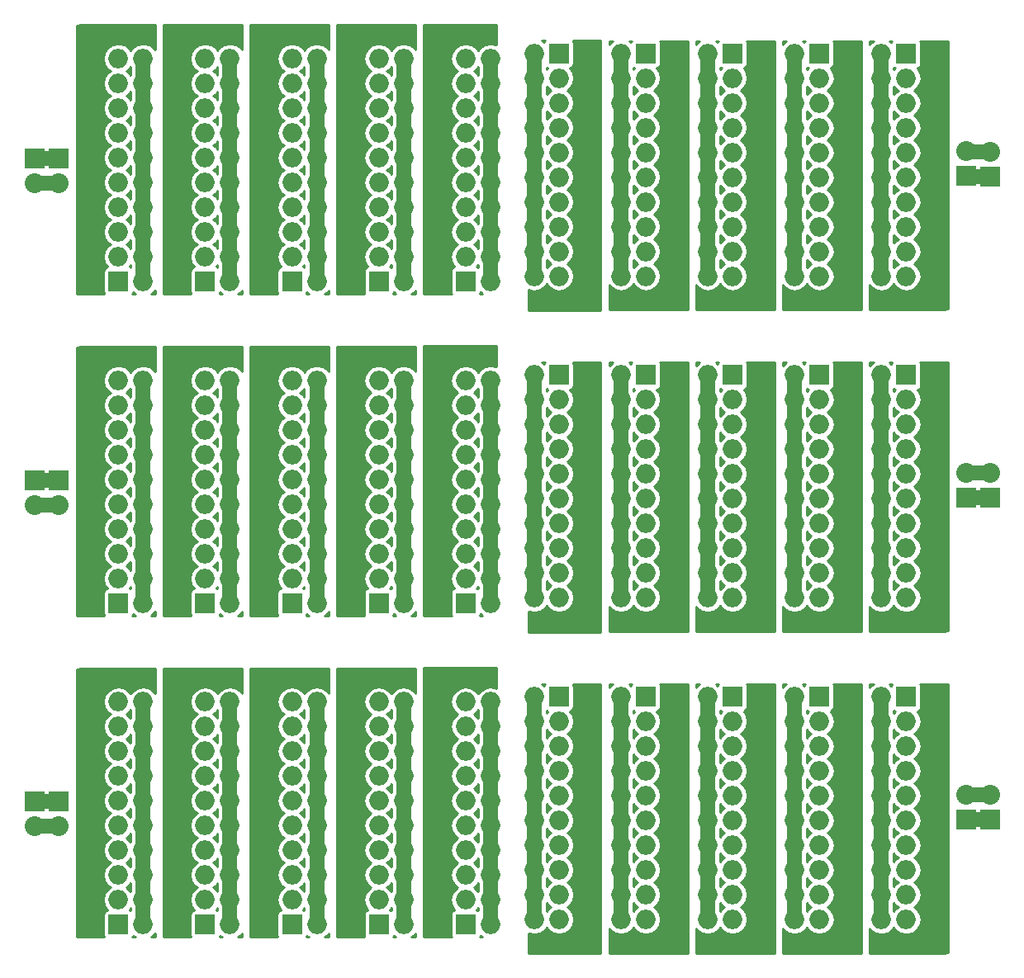
<source format=gbl>
%MOIN*%
%OFA0B0*%
%FSLAX46Y46*%
%IPPOS*%
%LPD*%
%ADD10C,0.0019685039370078744*%
%ADD11O,0.07874015748031496X0.07874015748031496*%
%ADD12R,0.07874015748031496X0.07874015748031496*%
%ADD13O,0.08X0.08*%
%ADD14R,0.08X0.08*%
%ADD15C,0.059055118110236227*%
%ADD16C,0.01*%
%ADD27C,0.0019685039370078744*%
%ADD28O,0.07874015748031496X0.07874015748031496*%
%ADD29R,0.07874015748031496X0.07874015748031496*%
%ADD30O,0.08X0.08*%
%ADD31R,0.08X0.08*%
%ADD32C,0.059055118110236227*%
%ADD33C,0.01*%
%ADD44C,0.0019685039370078744*%
%ADD45O,0.07874015748031496X0.07874015748031496*%
%ADD46R,0.07874015748031496X0.07874015748031496*%
%ADD47O,0.08X0.08*%
%ADD48R,0.08X0.08*%
%ADD49C,0.059055118110236227*%
%ADD50C,0.01*%
%ADD61C,0.0019685039370078744*%
%ADD62O,0.07874015748031496X0.07874015748031496*%
%ADD63R,0.07874015748031496X0.07874015748031496*%
%ADD64O,0.08X0.08*%
%ADD65R,0.08X0.08*%
%ADD66C,0.059055118110236227*%
%ADD67C,0.01*%
%ADD78C,0.0019685039370078744*%
%ADD79O,0.07874015748031496X0.07874015748031496*%
%ADD80R,0.07874015748031496X0.07874015748031496*%
%ADD81O,0.08X0.08*%
%ADD82R,0.08X0.08*%
%ADD83C,0.059055118110236227*%
%ADD84C,0.01*%
%ADD95C,0.0019685039370078744*%
%ADD96O,0.07874015748031496X0.07874015748031496*%
%ADD97R,0.07874015748031496X0.07874015748031496*%
%ADD98O,0.08X0.08*%
%ADD99R,0.08X0.08*%
%ADD100C,0.059055118110236227*%
%ADD101C,0.01*%
%LPD*%
G01*
D10*
D11*
X0003937007Y0002125984D02*
X0002056861Y0001568435D03*
X0002156861Y0001568435D03*
X0002056861Y0001668435D03*
X0002156861Y0001668435D03*
X0002056861Y0001768435D03*
X0002156861Y0001768435D03*
X0002056861Y0001868435D03*
X0002156861Y0001868435D03*
X0002056861Y0001968435D03*
X0002156861Y0001968435D03*
X0002056861Y0002068435D03*
X0002156861Y0002068435D03*
X0002056861Y0002168435D03*
X0002156861Y0002168435D03*
X0002056861Y0002268435D03*
X0002156861Y0002268435D03*
X0002056861Y0002368435D03*
X0002156861Y0002368435D03*
X0002056861Y0002468435D03*
D12*
X0002156861Y0002468435D03*
D13*
X0003897637Y0002071689D03*
D14*
X0003897637Y0001971690D03*
X0003799816Y0001972083D03*
D13*
X0003799816Y0002072083D03*
D11*
X0002407255Y0001568435D03*
X0002507255Y0001568435D03*
X0002407255Y0001668435D03*
X0002507255Y0001668435D03*
X0002407255Y0001768435D03*
X0002507255Y0001768435D03*
X0002407255Y0001868435D03*
X0002507255Y0001868435D03*
X0002407255Y0001968435D03*
X0002507255Y0001968435D03*
X0002407255Y0002068435D03*
X0002507255Y0002068435D03*
X0002407255Y0002168435D03*
X0002507255Y0002168435D03*
X0002407255Y0002268435D03*
X0002507255Y0002268435D03*
X0002407255Y0002368435D03*
X0002507255Y0002368435D03*
X0002407255Y0002468435D03*
D12*
X0002507255Y0002468435D03*
D11*
X0002757649Y0001568435D03*
X0002857649Y0001568435D03*
X0002757649Y0001668435D03*
X0002857649Y0001668435D03*
X0002757649Y0001768435D03*
X0002857649Y0001768435D03*
X0002757649Y0001868435D03*
X0002857649Y0001868435D03*
X0002757649Y0001968435D03*
X0002857649Y0001968435D03*
X0002757649Y0002068435D03*
X0002857649Y0002068435D03*
X0002757649Y0002168435D03*
X0002857649Y0002168435D03*
X0002757649Y0002268435D03*
X0002857649Y0002268435D03*
X0002757649Y0002368435D03*
X0002857649Y0002368435D03*
X0002757649Y0002468435D03*
D12*
X0002857649Y0002468435D03*
D11*
X0003108041Y0001568435D03*
X0003208042Y0001568435D03*
X0003108041Y0001668435D03*
X0003208042Y0001668435D03*
X0003108041Y0001768435D03*
X0003208042Y0001768435D03*
X0003108041Y0001868435D03*
X0003208042Y0001868435D03*
X0003108041Y0001968435D03*
X0003208042Y0001968435D03*
X0003108041Y0002068435D03*
X0003208042Y0002068435D03*
X0003108041Y0002168435D03*
X0003208042Y0002168435D03*
X0003108041Y0002268435D03*
X0003208042Y0002268435D03*
X0003108041Y0002368435D03*
X0003208042Y0002368435D03*
X0003108041Y0002468435D03*
D12*
X0003208042Y0002468435D03*
X0003558436Y0002468435D03*
D11*
X0003458436Y0002468435D03*
X0003558436Y0002368435D03*
X0003458436Y0002368435D03*
X0003558436Y0002268435D03*
X0003458436Y0002268435D03*
X0003558436Y0002168435D03*
X0003458436Y0002168435D03*
X0003558436Y0002068435D03*
X0003458436Y0002068435D03*
X0003558436Y0001968435D03*
X0003458436Y0001968435D03*
X0003558436Y0001868435D03*
X0003458436Y0001868435D03*
X0003558436Y0001768435D03*
X0003458436Y0001768435D03*
X0003558436Y0001668435D03*
X0003458436Y0001668435D03*
X0003558436Y0001568435D03*
X0003458436Y0001568435D03*
D15*
X0003897637Y0001971690D02*
X0003800210Y0001971690D01*
X0003897637Y0002071689D02*
X0003800210Y0002071689D01*
X0002056861Y0002468435D02*
X0002056861Y0001568435D01*
X0002407255Y0002468435D02*
X0002407255Y0001568435D01*
X0002757649Y0002468435D02*
X0002757649Y0001568435D01*
X0003108041Y0002468435D02*
X0003108041Y0001568435D01*
X0003458436Y0002468435D02*
X0003458436Y0001568435D01*
D16*
G36*
X0003727347Y0001436346D02*
X0003710164Y0001432928D01*
X0003410413Y0001432928D01*
X0003410413Y0001532413D01*
X0003414748Y0001525925D01*
X0003434251Y0001512893D01*
X0003457258Y0001508316D01*
X0003459613Y0001508316D01*
X0003482620Y0001512893D01*
X0003502124Y0001525925D01*
X0003508436Y0001535372D01*
X0003514748Y0001525925D01*
X0003534252Y0001512893D01*
X0003557258Y0001508316D01*
X0003559614Y0001508316D01*
X0003582620Y0001512893D01*
X0003602124Y0001525925D01*
X0003615156Y0001545428D01*
X0003619732Y0001568435D01*
X0003615156Y0001591441D01*
X0003602124Y0001610945D01*
X0003590913Y0001618435D01*
X0003602124Y0001625925D01*
X0003615156Y0001645428D01*
X0003619732Y0001668435D01*
X0003615156Y0001691441D01*
X0003602124Y0001710945D01*
X0003590913Y0001718434D01*
X0003602124Y0001725925D01*
X0003615156Y0001745428D01*
X0003619732Y0001768435D01*
X0003615156Y0001791440D01*
X0003602124Y0001810945D01*
X0003590913Y0001818435D01*
X0003602124Y0001825925D01*
X0003615156Y0001845428D01*
X0003619732Y0001868435D01*
X0003615156Y0001891441D01*
X0003602124Y0001910945D01*
X0003590913Y0001918434D01*
X0003602124Y0001925925D01*
X0003615156Y0001945428D01*
X0003619732Y0001968435D01*
X0003615156Y0001991440D01*
X0003602124Y0002010945D01*
X0003590913Y0002018435D01*
X0003602124Y0002025925D01*
X0003615156Y0002045427D01*
X0003619732Y0002068435D01*
X0003615156Y0002091441D01*
X0003602124Y0002110945D01*
X0003590913Y0002118435D01*
X0003602124Y0002125925D01*
X0003615156Y0002145428D01*
X0003619732Y0002168435D01*
X0003615156Y0002191441D01*
X0003602124Y0002210945D01*
X0003590913Y0002218435D01*
X0003602124Y0002225925D01*
X0003615156Y0002245428D01*
X0003619732Y0002268435D01*
X0003615156Y0002291441D01*
X0003602124Y0002310945D01*
X0003590913Y0002318435D01*
X0003602124Y0002325925D01*
X0003615156Y0002345428D01*
X0003619732Y0002368435D01*
X0003615156Y0002391441D01*
X0003603407Y0002409024D01*
X0003605902Y0002409520D01*
X0003612765Y0002414106D01*
X0003617350Y0002420969D01*
X0003618961Y0002429065D01*
X0003618961Y0002507805D01*
X0003617350Y0002515900D01*
X0003615678Y0002518401D01*
X0003727185Y0002518401D01*
X0003727347Y0001436346D01*
X0003727347Y0001436346D01*
G37*
X0003727347Y0001436346D02*
X0003710164Y0001432928D01*
X0003410413Y0001432928D01*
X0003410413Y0001532413D01*
X0003414748Y0001525925D01*
X0003434251Y0001512893D01*
X0003457258Y0001508316D01*
X0003459613Y0001508316D01*
X0003482620Y0001512893D01*
X0003502124Y0001525925D01*
X0003508436Y0001535372D01*
X0003514748Y0001525925D01*
X0003534252Y0001512893D01*
X0003557258Y0001508316D01*
X0003559614Y0001508316D01*
X0003582620Y0001512893D01*
X0003602124Y0001525925D01*
X0003615156Y0001545428D01*
X0003619732Y0001568435D01*
X0003615156Y0001591441D01*
X0003602124Y0001610945D01*
X0003590913Y0001618435D01*
X0003602124Y0001625925D01*
X0003615156Y0001645428D01*
X0003619732Y0001668435D01*
X0003615156Y0001691441D01*
X0003602124Y0001710945D01*
X0003590913Y0001718434D01*
X0003602124Y0001725925D01*
X0003615156Y0001745428D01*
X0003619732Y0001768435D01*
X0003615156Y0001791440D01*
X0003602124Y0001810945D01*
X0003590913Y0001818435D01*
X0003602124Y0001825925D01*
X0003615156Y0001845428D01*
X0003619732Y0001868435D01*
X0003615156Y0001891441D01*
X0003602124Y0001910945D01*
X0003590913Y0001918434D01*
X0003602124Y0001925925D01*
X0003615156Y0001945428D01*
X0003619732Y0001968435D01*
X0003615156Y0001991440D01*
X0003602124Y0002010945D01*
X0003590913Y0002018435D01*
X0003602124Y0002025925D01*
X0003615156Y0002045427D01*
X0003619732Y0002068435D01*
X0003615156Y0002091441D01*
X0003602124Y0002110945D01*
X0003590913Y0002118435D01*
X0003602124Y0002125925D01*
X0003615156Y0002145428D01*
X0003619732Y0002168435D01*
X0003615156Y0002191441D01*
X0003602124Y0002210945D01*
X0003590913Y0002218435D01*
X0003602124Y0002225925D01*
X0003615156Y0002245428D01*
X0003619732Y0002268435D01*
X0003615156Y0002291441D01*
X0003602124Y0002310945D01*
X0003590913Y0002318435D01*
X0003602124Y0002325925D01*
X0003615156Y0002345428D01*
X0003619732Y0002368435D01*
X0003615156Y0002391441D01*
X0003603407Y0002409024D01*
X0003605902Y0002409520D01*
X0003612765Y0002414106D01*
X0003617350Y0002420969D01*
X0003618961Y0002429065D01*
X0003618961Y0002507805D01*
X0003617350Y0002515900D01*
X0003615678Y0002518401D01*
X0003727185Y0002518401D01*
X0003727347Y0001436346D01*
G36*
X0003514748Y0001625925D02*
X0003525958Y0001618435D01*
X0003514748Y0001610945D01*
X0003508712Y0001601910D01*
X0003508712Y0001634959D01*
X0003514748Y0001625925D01*
X0003514748Y0001625925D01*
G37*
X0003514748Y0001625925D02*
X0003525958Y0001618435D01*
X0003514748Y0001610945D01*
X0003508712Y0001601910D01*
X0003508712Y0001634959D01*
X0003514748Y0001625925D01*
G36*
X0003514748Y0001725925D02*
X0003525958Y0001718434D01*
X0003514748Y0001710945D01*
X0003508712Y0001701910D01*
X0003508712Y0001734959D01*
X0003514748Y0001725925D01*
X0003514748Y0001725925D01*
G37*
X0003514748Y0001725925D02*
X0003525958Y0001718434D01*
X0003514748Y0001710945D01*
X0003508712Y0001701910D01*
X0003508712Y0001734959D01*
X0003514748Y0001725925D01*
G36*
X0003514748Y0001825925D02*
X0003525958Y0001818435D01*
X0003514748Y0001810945D01*
X0003508712Y0001801910D01*
X0003508712Y0001834959D01*
X0003514748Y0001825925D01*
X0003514748Y0001825925D01*
G37*
X0003514748Y0001825925D02*
X0003525958Y0001818435D01*
X0003514748Y0001810945D01*
X0003508712Y0001801910D01*
X0003508712Y0001834959D01*
X0003514748Y0001825925D01*
G36*
X0003514748Y0001925925D02*
X0003525958Y0001918434D01*
X0003514748Y0001910945D01*
X0003508712Y0001901910D01*
X0003508712Y0001934959D01*
X0003514748Y0001925925D01*
X0003514748Y0001925925D01*
G37*
X0003514748Y0001925925D02*
X0003525958Y0001918434D01*
X0003514748Y0001910945D01*
X0003508712Y0001901910D01*
X0003508712Y0001934959D01*
X0003514748Y0001925925D01*
G36*
X0003514748Y0002025925D02*
X0003525958Y0002018435D01*
X0003514748Y0002010945D01*
X0003508712Y0002001910D01*
X0003508712Y0002034959D01*
X0003514748Y0002025925D01*
X0003514748Y0002025925D01*
G37*
X0003514748Y0002025925D02*
X0003525958Y0002018435D01*
X0003514748Y0002010945D01*
X0003508712Y0002001910D01*
X0003508712Y0002034959D01*
X0003514748Y0002025925D01*
G36*
X0003514748Y0002125925D02*
X0003525958Y0002118435D01*
X0003514748Y0002110945D01*
X0003508712Y0002101910D01*
X0003508712Y0002134959D01*
X0003514748Y0002125925D01*
X0003514748Y0002125925D01*
G37*
X0003514748Y0002125925D02*
X0003525958Y0002118435D01*
X0003514748Y0002110945D01*
X0003508712Y0002101910D01*
X0003508712Y0002134959D01*
X0003514748Y0002125925D01*
G36*
X0003514748Y0002225925D02*
X0003525958Y0002218435D01*
X0003514748Y0002210945D01*
X0003508712Y0002201910D01*
X0003508712Y0002234959D01*
X0003514748Y0002225925D01*
X0003514748Y0002225925D01*
G37*
X0003514748Y0002225925D02*
X0003525958Y0002218435D01*
X0003514748Y0002210945D01*
X0003508712Y0002201910D01*
X0003508712Y0002234959D01*
X0003514748Y0002225925D01*
G36*
X0003514748Y0002325925D02*
X0003525958Y0002318435D01*
X0003514748Y0002310945D01*
X0003508712Y0002301910D01*
X0003508712Y0002334959D01*
X0003514748Y0002325925D01*
X0003514748Y0002325925D01*
G37*
X0003514748Y0002325925D02*
X0003525958Y0002318435D01*
X0003514748Y0002310945D01*
X0003508712Y0002301910D01*
X0003508712Y0002334959D01*
X0003514748Y0002325925D01*
G36*
X0003510970Y0002409520D02*
X0003513464Y0002409024D01*
X0003508712Y0002401910D01*
X0003508712Y0002411030D01*
X0003510970Y0002409520D01*
X0003510970Y0002409520D01*
G37*
X0003510970Y0002409520D02*
X0003513464Y0002409024D01*
X0003508712Y0002401910D01*
X0003508712Y0002411030D01*
X0003510970Y0002409520D01*
G36*
X0003414748Y0002510945D02*
X0003410413Y0002504456D01*
X0003410413Y0002518401D01*
X0003425907Y0002518401D01*
X0003414748Y0002510945D01*
X0003414748Y0002510945D01*
G37*
X0003414748Y0002510945D02*
X0003410413Y0002504456D01*
X0003410413Y0002518401D01*
X0003425907Y0002518401D01*
X0003414748Y0002510945D01*
G36*
X0003499522Y0002515900D02*
X0003498957Y0002513061D01*
X0003490964Y0002518401D01*
X0003501193Y0002518401D01*
X0003499522Y0002515900D01*
X0003499522Y0002515900D01*
G37*
X0003499522Y0002515900D02*
X0003498957Y0002513061D01*
X0003490964Y0002518401D01*
X0003501193Y0002518401D01*
X0003499522Y0002515900D01*
G36*
X0003376954Y0001432928D02*
X0003060019Y0001432928D01*
X0003060019Y0001532413D01*
X0003064355Y0001525925D01*
X0003083858Y0001512893D01*
X0003106864Y0001508316D01*
X0003109220Y0001508316D01*
X0003132226Y0001512893D01*
X0003151729Y0001525925D01*
X0003158041Y0001535372D01*
X0003164355Y0001525925D01*
X0003183858Y0001512893D01*
X0003206865Y0001508316D01*
X0003209220Y0001508316D01*
X0003232226Y0001512893D01*
X0003251729Y0001525925D01*
X0003264762Y0001545428D01*
X0003269338Y0001568435D01*
X0003264762Y0001591441D01*
X0003251729Y0001610945D01*
X0003240520Y0001618435D01*
X0003251729Y0001625925D01*
X0003264762Y0001645428D01*
X0003269338Y0001668435D01*
X0003264762Y0001691441D01*
X0003251729Y0001710945D01*
X0003240520Y0001718434D01*
X0003251729Y0001725925D01*
X0003264762Y0001745428D01*
X0003269338Y0001768435D01*
X0003264762Y0001791440D01*
X0003251729Y0001810945D01*
X0003240520Y0001818435D01*
X0003251729Y0001825925D01*
X0003264762Y0001845428D01*
X0003269338Y0001868435D01*
X0003264762Y0001891441D01*
X0003251729Y0001910945D01*
X0003240520Y0001918434D01*
X0003251729Y0001925925D01*
X0003264762Y0001945428D01*
X0003269338Y0001968435D01*
X0003264762Y0001991440D01*
X0003251729Y0002010945D01*
X0003240520Y0002018435D01*
X0003251729Y0002025925D01*
X0003264762Y0002045427D01*
X0003269338Y0002068435D01*
X0003264762Y0002091441D01*
X0003251729Y0002110945D01*
X0003240520Y0002118435D01*
X0003251729Y0002125925D01*
X0003264762Y0002145428D01*
X0003269338Y0002168435D01*
X0003264762Y0002191441D01*
X0003251729Y0002210945D01*
X0003240520Y0002218435D01*
X0003251729Y0002225925D01*
X0003264762Y0002245428D01*
X0003269338Y0002268435D01*
X0003264762Y0002291441D01*
X0003251729Y0002310945D01*
X0003240520Y0002318435D01*
X0003251729Y0002325925D01*
X0003264762Y0002345428D01*
X0003269338Y0002368435D01*
X0003264762Y0002391441D01*
X0003253013Y0002409024D01*
X0003255508Y0002409520D01*
X0003262370Y0002414106D01*
X0003266957Y0002420969D01*
X0003268567Y0002429065D01*
X0003268567Y0002507805D01*
X0003266957Y0002515900D01*
X0003265286Y0002518401D01*
X0003376792Y0002518401D01*
X0003376954Y0001432928D01*
X0003376954Y0001432928D01*
G37*
X0003376954Y0001432928D02*
X0003060019Y0001432928D01*
X0003060019Y0001532413D01*
X0003064355Y0001525925D01*
X0003083858Y0001512893D01*
X0003106864Y0001508316D01*
X0003109220Y0001508316D01*
X0003132226Y0001512893D01*
X0003151729Y0001525925D01*
X0003158041Y0001535372D01*
X0003164355Y0001525925D01*
X0003183858Y0001512893D01*
X0003206865Y0001508316D01*
X0003209220Y0001508316D01*
X0003232226Y0001512893D01*
X0003251729Y0001525925D01*
X0003264762Y0001545428D01*
X0003269338Y0001568435D01*
X0003264762Y0001591441D01*
X0003251729Y0001610945D01*
X0003240520Y0001618435D01*
X0003251729Y0001625925D01*
X0003264762Y0001645428D01*
X0003269338Y0001668435D01*
X0003264762Y0001691441D01*
X0003251729Y0001710945D01*
X0003240520Y0001718434D01*
X0003251729Y0001725925D01*
X0003264762Y0001745428D01*
X0003269338Y0001768435D01*
X0003264762Y0001791440D01*
X0003251729Y0001810945D01*
X0003240520Y0001818435D01*
X0003251729Y0001825925D01*
X0003264762Y0001845428D01*
X0003269338Y0001868435D01*
X0003264762Y0001891441D01*
X0003251729Y0001910945D01*
X0003240520Y0001918434D01*
X0003251729Y0001925925D01*
X0003264762Y0001945428D01*
X0003269338Y0001968435D01*
X0003264762Y0001991440D01*
X0003251729Y0002010945D01*
X0003240520Y0002018435D01*
X0003251729Y0002025925D01*
X0003264762Y0002045427D01*
X0003269338Y0002068435D01*
X0003264762Y0002091441D01*
X0003251729Y0002110945D01*
X0003240520Y0002118435D01*
X0003251729Y0002125925D01*
X0003264762Y0002145428D01*
X0003269338Y0002168435D01*
X0003264762Y0002191441D01*
X0003251729Y0002210945D01*
X0003240520Y0002218435D01*
X0003251729Y0002225925D01*
X0003264762Y0002245428D01*
X0003269338Y0002268435D01*
X0003264762Y0002291441D01*
X0003251729Y0002310945D01*
X0003240520Y0002318435D01*
X0003251729Y0002325925D01*
X0003264762Y0002345428D01*
X0003269338Y0002368435D01*
X0003264762Y0002391441D01*
X0003253013Y0002409024D01*
X0003255508Y0002409520D01*
X0003262370Y0002414106D01*
X0003266957Y0002420969D01*
X0003268567Y0002429065D01*
X0003268567Y0002507805D01*
X0003266957Y0002515900D01*
X0003265286Y0002518401D01*
X0003376792Y0002518401D01*
X0003376954Y0001432928D01*
G36*
X0003164355Y0001625925D02*
X0003175564Y0001618435D01*
X0003164355Y0001610945D01*
X0003158317Y0001601910D01*
X0003158317Y0001634959D01*
X0003164355Y0001625925D01*
X0003164355Y0001625925D01*
G37*
X0003164355Y0001625925D02*
X0003175564Y0001618435D01*
X0003164355Y0001610945D01*
X0003158317Y0001601910D01*
X0003158317Y0001634959D01*
X0003164355Y0001625925D01*
G36*
X0003164355Y0001725925D02*
X0003175564Y0001718434D01*
X0003164355Y0001710945D01*
X0003158317Y0001701910D01*
X0003158317Y0001734959D01*
X0003164355Y0001725925D01*
X0003164355Y0001725925D01*
G37*
X0003164355Y0001725925D02*
X0003175564Y0001718434D01*
X0003164355Y0001710945D01*
X0003158317Y0001701910D01*
X0003158317Y0001734959D01*
X0003164355Y0001725925D01*
G36*
X0003164355Y0001825925D02*
X0003175564Y0001818435D01*
X0003164355Y0001810945D01*
X0003158317Y0001801910D01*
X0003158317Y0001834959D01*
X0003164355Y0001825925D01*
X0003164355Y0001825925D01*
G37*
X0003164355Y0001825925D02*
X0003175564Y0001818435D01*
X0003164355Y0001810945D01*
X0003158317Y0001801910D01*
X0003158317Y0001834959D01*
X0003164355Y0001825925D01*
G36*
X0003164355Y0001925925D02*
X0003175564Y0001918434D01*
X0003164355Y0001910945D01*
X0003158317Y0001901910D01*
X0003158317Y0001934959D01*
X0003164355Y0001925925D01*
X0003164355Y0001925925D01*
G37*
X0003164355Y0001925925D02*
X0003175564Y0001918434D01*
X0003164355Y0001910945D01*
X0003158317Y0001901910D01*
X0003158317Y0001934959D01*
X0003164355Y0001925925D01*
G36*
X0003164355Y0002025925D02*
X0003175564Y0002018435D01*
X0003164355Y0002010945D01*
X0003158317Y0002001910D01*
X0003158317Y0002034959D01*
X0003164355Y0002025925D01*
X0003164355Y0002025925D01*
G37*
X0003164355Y0002025925D02*
X0003175564Y0002018435D01*
X0003164355Y0002010945D01*
X0003158317Y0002001910D01*
X0003158317Y0002034959D01*
X0003164355Y0002025925D01*
G36*
X0003164355Y0002125925D02*
X0003175564Y0002118435D01*
X0003164355Y0002110945D01*
X0003158317Y0002101910D01*
X0003158317Y0002134959D01*
X0003164355Y0002125925D01*
X0003164355Y0002125925D01*
G37*
X0003164355Y0002125925D02*
X0003175564Y0002118435D01*
X0003164355Y0002110945D01*
X0003158317Y0002101910D01*
X0003158317Y0002134959D01*
X0003164355Y0002125925D01*
G36*
X0003164355Y0002225925D02*
X0003175564Y0002218435D01*
X0003164355Y0002210945D01*
X0003158317Y0002201910D01*
X0003158317Y0002234959D01*
X0003164355Y0002225925D01*
X0003164355Y0002225925D01*
G37*
X0003164355Y0002225925D02*
X0003175564Y0002218435D01*
X0003164355Y0002210945D01*
X0003158317Y0002201910D01*
X0003158317Y0002234959D01*
X0003164355Y0002225925D01*
G36*
X0003164355Y0002325925D02*
X0003175564Y0002318435D01*
X0003164355Y0002310945D01*
X0003158317Y0002301910D01*
X0003158317Y0002334959D01*
X0003164355Y0002325925D01*
X0003164355Y0002325925D01*
G37*
X0003164355Y0002325925D02*
X0003175564Y0002318435D01*
X0003164355Y0002310945D01*
X0003158317Y0002301910D01*
X0003158317Y0002334959D01*
X0003164355Y0002325925D01*
G36*
X0003160577Y0002409520D02*
X0003163071Y0002409024D01*
X0003158317Y0002401910D01*
X0003158317Y0002411030D01*
X0003160577Y0002409520D01*
X0003160577Y0002409520D01*
G37*
X0003160577Y0002409520D02*
X0003163071Y0002409024D01*
X0003158317Y0002401910D01*
X0003158317Y0002411030D01*
X0003160577Y0002409520D01*
G36*
X0003064355Y0002510945D02*
X0003060019Y0002504456D01*
X0003060019Y0002518401D01*
X0003075513Y0002518401D01*
X0003064355Y0002510945D01*
X0003064355Y0002510945D01*
G37*
X0003064355Y0002510945D02*
X0003060019Y0002504456D01*
X0003060019Y0002518401D01*
X0003075513Y0002518401D01*
X0003064355Y0002510945D01*
G36*
X0003149128Y0002515900D02*
X0003148563Y0002513061D01*
X0003140571Y0002518401D01*
X0003150799Y0002518401D01*
X0003149128Y0002515900D01*
X0003149128Y0002515900D01*
G37*
X0003149128Y0002515900D02*
X0003148563Y0002513061D01*
X0003140571Y0002518401D01*
X0003150799Y0002518401D01*
X0003149128Y0002515900D01*
G36*
X0003026560Y0001432928D02*
X0002709625Y0001432928D01*
X0002709625Y0001532413D01*
X0002713960Y0001525925D01*
X0002733465Y0001512893D01*
X0002756471Y0001508316D01*
X0002758826Y0001508316D01*
X0002781833Y0001512893D01*
X0002801336Y0001525925D01*
X0002807649Y0001535372D01*
X0002813961Y0001525925D01*
X0002833465Y0001512893D01*
X0002856471Y0001508316D01*
X0002858826Y0001508316D01*
X0002881833Y0001512893D01*
X0002901336Y0001525925D01*
X0002914368Y0001545428D01*
X0002918945Y0001568435D01*
X0002914368Y0001591441D01*
X0002901336Y0001610945D01*
X0002890127Y0001618435D01*
X0002901336Y0001625925D01*
X0002914368Y0001645428D01*
X0002918945Y0001668435D01*
X0002914368Y0001691441D01*
X0002901336Y0001710945D01*
X0002890127Y0001718434D01*
X0002901336Y0001725925D01*
X0002914368Y0001745428D01*
X0002918945Y0001768435D01*
X0002914368Y0001791440D01*
X0002901336Y0001810945D01*
X0002890127Y0001818435D01*
X0002901336Y0001825925D01*
X0002914368Y0001845428D01*
X0002918945Y0001868435D01*
X0002914368Y0001891441D01*
X0002901336Y0001910945D01*
X0002890127Y0001918434D01*
X0002901336Y0001925925D01*
X0002914368Y0001945428D01*
X0002918945Y0001968435D01*
X0002914368Y0001991440D01*
X0002901336Y0002010945D01*
X0002890127Y0002018435D01*
X0002901336Y0002025925D01*
X0002914368Y0002045427D01*
X0002918945Y0002068435D01*
X0002914368Y0002091441D01*
X0002901336Y0002110945D01*
X0002890127Y0002118435D01*
X0002901336Y0002125925D01*
X0002914368Y0002145428D01*
X0002918945Y0002168435D01*
X0002914368Y0002191441D01*
X0002901336Y0002210945D01*
X0002890127Y0002218435D01*
X0002901336Y0002225925D01*
X0002914368Y0002245428D01*
X0002918945Y0002268435D01*
X0002914368Y0002291441D01*
X0002901336Y0002310945D01*
X0002890127Y0002318435D01*
X0002901336Y0002325925D01*
X0002914368Y0002345428D01*
X0002918945Y0002368435D01*
X0002914368Y0002391441D01*
X0002902619Y0002409024D01*
X0002905113Y0002409520D01*
X0002911977Y0002414106D01*
X0002916563Y0002420969D01*
X0002918173Y0002429065D01*
X0002918173Y0002507805D01*
X0002916563Y0002515900D01*
X0002914892Y0002518401D01*
X0003026398Y0002518401D01*
X0003026560Y0001432928D01*
X0003026560Y0001432928D01*
G37*
X0003026560Y0001432928D02*
X0002709625Y0001432928D01*
X0002709625Y0001532413D01*
X0002713960Y0001525925D01*
X0002733465Y0001512893D01*
X0002756471Y0001508316D01*
X0002758826Y0001508316D01*
X0002781833Y0001512893D01*
X0002801336Y0001525925D01*
X0002807649Y0001535372D01*
X0002813961Y0001525925D01*
X0002833465Y0001512893D01*
X0002856471Y0001508316D01*
X0002858826Y0001508316D01*
X0002881833Y0001512893D01*
X0002901336Y0001525925D01*
X0002914368Y0001545428D01*
X0002918945Y0001568435D01*
X0002914368Y0001591441D01*
X0002901336Y0001610945D01*
X0002890127Y0001618435D01*
X0002901336Y0001625925D01*
X0002914368Y0001645428D01*
X0002918945Y0001668435D01*
X0002914368Y0001691441D01*
X0002901336Y0001710945D01*
X0002890127Y0001718434D01*
X0002901336Y0001725925D01*
X0002914368Y0001745428D01*
X0002918945Y0001768435D01*
X0002914368Y0001791440D01*
X0002901336Y0001810945D01*
X0002890127Y0001818435D01*
X0002901336Y0001825925D01*
X0002914368Y0001845428D01*
X0002918945Y0001868435D01*
X0002914368Y0001891441D01*
X0002901336Y0001910945D01*
X0002890127Y0001918434D01*
X0002901336Y0001925925D01*
X0002914368Y0001945428D01*
X0002918945Y0001968435D01*
X0002914368Y0001991440D01*
X0002901336Y0002010945D01*
X0002890127Y0002018435D01*
X0002901336Y0002025925D01*
X0002914368Y0002045427D01*
X0002918945Y0002068435D01*
X0002914368Y0002091441D01*
X0002901336Y0002110945D01*
X0002890127Y0002118435D01*
X0002901336Y0002125925D01*
X0002914368Y0002145428D01*
X0002918945Y0002168435D01*
X0002914368Y0002191441D01*
X0002901336Y0002210945D01*
X0002890127Y0002218435D01*
X0002901336Y0002225925D01*
X0002914368Y0002245428D01*
X0002918945Y0002268435D01*
X0002914368Y0002291441D01*
X0002901336Y0002310945D01*
X0002890127Y0002318435D01*
X0002901336Y0002325925D01*
X0002914368Y0002345428D01*
X0002918945Y0002368435D01*
X0002914368Y0002391441D01*
X0002902619Y0002409024D01*
X0002905113Y0002409520D01*
X0002911977Y0002414106D01*
X0002916563Y0002420969D01*
X0002918173Y0002429065D01*
X0002918173Y0002507805D01*
X0002916563Y0002515900D01*
X0002914892Y0002518401D01*
X0003026398Y0002518401D01*
X0003026560Y0001432928D01*
G36*
X0002813961Y0001625925D02*
X0002825170Y0001618435D01*
X0002813961Y0001610945D01*
X0002807924Y0001601910D01*
X0002807924Y0001634959D01*
X0002813961Y0001625925D01*
X0002813961Y0001625925D01*
G37*
X0002813961Y0001625925D02*
X0002825170Y0001618435D01*
X0002813961Y0001610945D01*
X0002807924Y0001601910D01*
X0002807924Y0001634959D01*
X0002813961Y0001625925D01*
G36*
X0002813961Y0001725925D02*
X0002825170Y0001718434D01*
X0002813961Y0001710945D01*
X0002807924Y0001701910D01*
X0002807924Y0001734959D01*
X0002813961Y0001725925D01*
X0002813961Y0001725925D01*
G37*
X0002813961Y0001725925D02*
X0002825170Y0001718434D01*
X0002813961Y0001710945D01*
X0002807924Y0001701910D01*
X0002807924Y0001734959D01*
X0002813961Y0001725925D01*
G36*
X0002813961Y0001825925D02*
X0002825170Y0001818435D01*
X0002813961Y0001810945D01*
X0002807924Y0001801910D01*
X0002807924Y0001834959D01*
X0002813961Y0001825925D01*
X0002813961Y0001825925D01*
G37*
X0002813961Y0001825925D02*
X0002825170Y0001818435D01*
X0002813961Y0001810945D01*
X0002807924Y0001801910D01*
X0002807924Y0001834959D01*
X0002813961Y0001825925D01*
G36*
X0002813961Y0001925925D02*
X0002825170Y0001918434D01*
X0002813961Y0001910945D01*
X0002807924Y0001901910D01*
X0002807924Y0001934959D01*
X0002813961Y0001925925D01*
X0002813961Y0001925925D01*
G37*
X0002813961Y0001925925D02*
X0002825170Y0001918434D01*
X0002813961Y0001910945D01*
X0002807924Y0001901910D01*
X0002807924Y0001934959D01*
X0002813961Y0001925925D01*
G36*
X0002813961Y0002025925D02*
X0002825170Y0002018435D01*
X0002813961Y0002010945D01*
X0002807924Y0002001910D01*
X0002807924Y0002034959D01*
X0002813961Y0002025925D01*
X0002813961Y0002025925D01*
G37*
X0002813961Y0002025925D02*
X0002825170Y0002018435D01*
X0002813961Y0002010945D01*
X0002807924Y0002001910D01*
X0002807924Y0002034959D01*
X0002813961Y0002025925D01*
G36*
X0002813961Y0002125925D02*
X0002825170Y0002118435D01*
X0002813961Y0002110945D01*
X0002807924Y0002101910D01*
X0002807924Y0002134959D01*
X0002813961Y0002125925D01*
X0002813961Y0002125925D01*
G37*
X0002813961Y0002125925D02*
X0002825170Y0002118435D01*
X0002813961Y0002110945D01*
X0002807924Y0002101910D01*
X0002807924Y0002134959D01*
X0002813961Y0002125925D01*
G36*
X0002813961Y0002225925D02*
X0002825170Y0002218435D01*
X0002813961Y0002210945D01*
X0002807924Y0002201910D01*
X0002807924Y0002234959D01*
X0002813961Y0002225925D01*
X0002813961Y0002225925D01*
G37*
X0002813961Y0002225925D02*
X0002825170Y0002218435D01*
X0002813961Y0002210945D01*
X0002807924Y0002201910D01*
X0002807924Y0002234959D01*
X0002813961Y0002225925D01*
G36*
X0002813961Y0002325925D02*
X0002825170Y0002318435D01*
X0002813961Y0002310945D01*
X0002807924Y0002301910D01*
X0002807924Y0002334959D01*
X0002813961Y0002325925D01*
X0002813961Y0002325925D01*
G37*
X0002813961Y0002325925D02*
X0002825170Y0002318435D01*
X0002813961Y0002310945D01*
X0002807924Y0002301910D01*
X0002807924Y0002334959D01*
X0002813961Y0002325925D01*
G36*
X0002810182Y0002409520D02*
X0002812678Y0002409024D01*
X0002807924Y0002401910D01*
X0002807924Y0002411030D01*
X0002810182Y0002409520D01*
X0002810182Y0002409520D01*
G37*
X0002810182Y0002409520D02*
X0002812678Y0002409024D01*
X0002807924Y0002401910D01*
X0002807924Y0002411030D01*
X0002810182Y0002409520D01*
G36*
X0002713960Y0002510945D02*
X0002709625Y0002504456D01*
X0002709625Y0002518401D01*
X0002725120Y0002518401D01*
X0002713960Y0002510945D01*
X0002713960Y0002510945D01*
G37*
X0002713960Y0002510945D02*
X0002709625Y0002504456D01*
X0002709625Y0002518401D01*
X0002725120Y0002518401D01*
X0002713960Y0002510945D01*
G36*
X0002798734Y0002515900D02*
X0002798170Y0002513061D01*
X0002790177Y0002518401D01*
X0002800405Y0002518401D01*
X0002798734Y0002515900D01*
X0002798734Y0002515900D01*
G37*
X0002798734Y0002515900D02*
X0002798170Y0002513061D01*
X0002790177Y0002518401D01*
X0002800405Y0002518401D01*
X0002798734Y0002515900D01*
G36*
X0002676167Y0001432928D02*
X0002359232Y0001432928D01*
X0002359232Y0001532413D01*
X0002363567Y0001525925D01*
X0002383071Y0001512893D01*
X0002406077Y0001508316D01*
X0002408433Y0001508316D01*
X0002431439Y0001512893D01*
X0002450943Y0001525925D01*
X0002457255Y0001535372D01*
X0002463567Y0001525925D01*
X0002483071Y0001512893D01*
X0002506077Y0001508316D01*
X0002508433Y0001508316D01*
X0002531439Y0001512893D01*
X0002550943Y0001525925D01*
X0002563975Y0001545428D01*
X0002568551Y0001568435D01*
X0002563975Y0001591441D01*
X0002550943Y0001610945D01*
X0002539733Y0001618435D01*
X0002550943Y0001625925D01*
X0002563975Y0001645428D01*
X0002568551Y0001668435D01*
X0002563975Y0001691441D01*
X0002550943Y0001710945D01*
X0002539733Y0001718434D01*
X0002550943Y0001725925D01*
X0002563975Y0001745428D01*
X0002568551Y0001768435D01*
X0002563975Y0001791440D01*
X0002550943Y0001810945D01*
X0002539733Y0001818435D01*
X0002550943Y0001825925D01*
X0002563975Y0001845428D01*
X0002568551Y0001868435D01*
X0002563975Y0001891441D01*
X0002550943Y0001910945D01*
X0002539733Y0001918434D01*
X0002550943Y0001925925D01*
X0002563975Y0001945428D01*
X0002568551Y0001968435D01*
X0002563975Y0001991440D01*
X0002550943Y0002010945D01*
X0002539733Y0002018435D01*
X0002550943Y0002025925D01*
X0002563975Y0002045427D01*
X0002568551Y0002068435D01*
X0002563975Y0002091441D01*
X0002550943Y0002110945D01*
X0002539733Y0002118435D01*
X0002550943Y0002125925D01*
X0002563975Y0002145428D01*
X0002568551Y0002168435D01*
X0002563975Y0002191441D01*
X0002550943Y0002210945D01*
X0002539733Y0002218435D01*
X0002550943Y0002225925D01*
X0002563975Y0002245428D01*
X0002568551Y0002268435D01*
X0002563975Y0002291441D01*
X0002550943Y0002310945D01*
X0002539733Y0002318435D01*
X0002550943Y0002325925D01*
X0002563975Y0002345428D01*
X0002568551Y0002368435D01*
X0002563975Y0002391441D01*
X0002552226Y0002409024D01*
X0002554720Y0002409520D01*
X0002561583Y0002414106D01*
X0002566169Y0002420969D01*
X0002567779Y0002429065D01*
X0002567779Y0002507805D01*
X0002566169Y0002515900D01*
X0002564498Y0002518401D01*
X0002676004Y0002518401D01*
X0002676167Y0001432928D01*
X0002676167Y0001432928D01*
G37*
X0002676167Y0001432928D02*
X0002359232Y0001432928D01*
X0002359232Y0001532413D01*
X0002363567Y0001525925D01*
X0002383071Y0001512893D01*
X0002406077Y0001508316D01*
X0002408433Y0001508316D01*
X0002431439Y0001512893D01*
X0002450943Y0001525925D01*
X0002457255Y0001535372D01*
X0002463567Y0001525925D01*
X0002483071Y0001512893D01*
X0002506077Y0001508316D01*
X0002508433Y0001508316D01*
X0002531439Y0001512893D01*
X0002550943Y0001525925D01*
X0002563975Y0001545428D01*
X0002568551Y0001568435D01*
X0002563975Y0001591441D01*
X0002550943Y0001610945D01*
X0002539733Y0001618435D01*
X0002550943Y0001625925D01*
X0002563975Y0001645428D01*
X0002568551Y0001668435D01*
X0002563975Y0001691441D01*
X0002550943Y0001710945D01*
X0002539733Y0001718434D01*
X0002550943Y0001725925D01*
X0002563975Y0001745428D01*
X0002568551Y0001768435D01*
X0002563975Y0001791440D01*
X0002550943Y0001810945D01*
X0002539733Y0001818435D01*
X0002550943Y0001825925D01*
X0002563975Y0001845428D01*
X0002568551Y0001868435D01*
X0002563975Y0001891441D01*
X0002550943Y0001910945D01*
X0002539733Y0001918434D01*
X0002550943Y0001925925D01*
X0002563975Y0001945428D01*
X0002568551Y0001968435D01*
X0002563975Y0001991440D01*
X0002550943Y0002010945D01*
X0002539733Y0002018435D01*
X0002550943Y0002025925D01*
X0002563975Y0002045427D01*
X0002568551Y0002068435D01*
X0002563975Y0002091441D01*
X0002550943Y0002110945D01*
X0002539733Y0002118435D01*
X0002550943Y0002125925D01*
X0002563975Y0002145428D01*
X0002568551Y0002168435D01*
X0002563975Y0002191441D01*
X0002550943Y0002210945D01*
X0002539733Y0002218435D01*
X0002550943Y0002225925D01*
X0002563975Y0002245428D01*
X0002568551Y0002268435D01*
X0002563975Y0002291441D01*
X0002550943Y0002310945D01*
X0002539733Y0002318435D01*
X0002550943Y0002325925D01*
X0002563975Y0002345428D01*
X0002568551Y0002368435D01*
X0002563975Y0002391441D01*
X0002552226Y0002409024D01*
X0002554720Y0002409520D01*
X0002561583Y0002414106D01*
X0002566169Y0002420969D01*
X0002567779Y0002429065D01*
X0002567779Y0002507805D01*
X0002566169Y0002515900D01*
X0002564498Y0002518401D01*
X0002676004Y0002518401D01*
X0002676167Y0001432928D01*
G36*
X0002463567Y0001625925D02*
X0002474777Y0001618435D01*
X0002463567Y0001610945D01*
X0002457531Y0001601910D01*
X0002457531Y0001634959D01*
X0002463567Y0001625925D01*
X0002463567Y0001625925D01*
G37*
X0002463567Y0001625925D02*
X0002474777Y0001618435D01*
X0002463567Y0001610945D01*
X0002457531Y0001601910D01*
X0002457531Y0001634959D01*
X0002463567Y0001625925D01*
G36*
X0002463567Y0001725925D02*
X0002474777Y0001718434D01*
X0002463567Y0001710945D01*
X0002457531Y0001701910D01*
X0002457531Y0001734959D01*
X0002463567Y0001725925D01*
X0002463567Y0001725925D01*
G37*
X0002463567Y0001725925D02*
X0002474777Y0001718434D01*
X0002463567Y0001710945D01*
X0002457531Y0001701910D01*
X0002457531Y0001734959D01*
X0002463567Y0001725925D01*
G36*
X0002463567Y0001825925D02*
X0002474777Y0001818435D01*
X0002463567Y0001810945D01*
X0002457531Y0001801910D01*
X0002457531Y0001834959D01*
X0002463567Y0001825925D01*
X0002463567Y0001825925D01*
G37*
X0002463567Y0001825925D02*
X0002474777Y0001818435D01*
X0002463567Y0001810945D01*
X0002457531Y0001801910D01*
X0002457531Y0001834959D01*
X0002463567Y0001825925D01*
G36*
X0002463567Y0001925925D02*
X0002474777Y0001918434D01*
X0002463567Y0001910945D01*
X0002457531Y0001901910D01*
X0002457531Y0001934959D01*
X0002463567Y0001925925D01*
X0002463567Y0001925925D01*
G37*
X0002463567Y0001925925D02*
X0002474777Y0001918434D01*
X0002463567Y0001910945D01*
X0002457531Y0001901910D01*
X0002457531Y0001934959D01*
X0002463567Y0001925925D01*
G36*
X0002463567Y0002025925D02*
X0002474777Y0002018435D01*
X0002463567Y0002010945D01*
X0002457531Y0002001910D01*
X0002457531Y0002034959D01*
X0002463567Y0002025925D01*
X0002463567Y0002025925D01*
G37*
X0002463567Y0002025925D02*
X0002474777Y0002018435D01*
X0002463567Y0002010945D01*
X0002457531Y0002001910D01*
X0002457531Y0002034959D01*
X0002463567Y0002025925D01*
G36*
X0002463567Y0002125925D02*
X0002474777Y0002118435D01*
X0002463567Y0002110945D01*
X0002457531Y0002101910D01*
X0002457531Y0002134959D01*
X0002463567Y0002125925D01*
X0002463567Y0002125925D01*
G37*
X0002463567Y0002125925D02*
X0002474777Y0002118435D01*
X0002463567Y0002110945D01*
X0002457531Y0002101910D01*
X0002457531Y0002134959D01*
X0002463567Y0002125925D01*
G36*
X0002463567Y0002225925D02*
X0002474777Y0002218435D01*
X0002463567Y0002210945D01*
X0002457531Y0002201910D01*
X0002457531Y0002234959D01*
X0002463567Y0002225925D01*
X0002463567Y0002225925D01*
G37*
X0002463567Y0002225925D02*
X0002474777Y0002218435D01*
X0002463567Y0002210945D01*
X0002457531Y0002201910D01*
X0002457531Y0002234959D01*
X0002463567Y0002225925D01*
G36*
X0002463567Y0002325925D02*
X0002474777Y0002318435D01*
X0002463567Y0002310945D01*
X0002457531Y0002301910D01*
X0002457531Y0002334959D01*
X0002463567Y0002325925D01*
X0002463567Y0002325925D01*
G37*
X0002463567Y0002325925D02*
X0002474777Y0002318435D01*
X0002463567Y0002310945D01*
X0002457531Y0002301910D01*
X0002457531Y0002334959D01*
X0002463567Y0002325925D01*
G36*
X0002459789Y0002409520D02*
X0002462284Y0002409024D01*
X0002457531Y0002401910D01*
X0002457531Y0002411030D01*
X0002459789Y0002409520D01*
X0002459789Y0002409520D01*
G37*
X0002459789Y0002409520D02*
X0002462284Y0002409024D01*
X0002457531Y0002401910D01*
X0002457531Y0002411030D01*
X0002459789Y0002409520D01*
G36*
X0002363567Y0002510945D02*
X0002359232Y0002504456D01*
X0002359232Y0002518401D01*
X0002374726Y0002518401D01*
X0002363567Y0002510945D01*
X0002363567Y0002510945D01*
G37*
X0002363567Y0002510945D02*
X0002359232Y0002504456D01*
X0002359232Y0002518401D01*
X0002374726Y0002518401D01*
X0002363567Y0002510945D01*
G36*
X0002448341Y0002515900D02*
X0002447776Y0002513061D01*
X0002439784Y0002518401D01*
X0002450012Y0002518401D01*
X0002448341Y0002515900D01*
X0002448341Y0002515900D01*
G37*
X0002448341Y0002515900D02*
X0002447776Y0002513061D01*
X0002439784Y0002518401D01*
X0002450012Y0002518401D01*
X0002448341Y0002515900D01*
G36*
X0002325774Y0001430960D02*
X0002033443Y0001430960D01*
X0002033443Y0001512740D01*
X0002055683Y0001508316D01*
X0002058039Y0001508316D01*
X0002081045Y0001512893D01*
X0002100549Y0001525925D01*
X0002106861Y0001535372D01*
X0002113174Y0001525925D01*
X0002132677Y0001512893D01*
X0002155683Y0001508316D01*
X0002158039Y0001508316D01*
X0002181045Y0001512893D01*
X0002200549Y0001525925D01*
X0002213581Y0001545428D01*
X0002218157Y0001568435D01*
X0002213581Y0001591441D01*
X0002200549Y0001610945D01*
X0002189339Y0001618435D01*
X0002200549Y0001625925D01*
X0002213581Y0001645428D01*
X0002218157Y0001668435D01*
X0002213581Y0001691441D01*
X0002200549Y0001710945D01*
X0002189339Y0001718434D01*
X0002200549Y0001725925D01*
X0002213581Y0001745428D01*
X0002218157Y0001768435D01*
X0002213581Y0001791440D01*
X0002200549Y0001810945D01*
X0002189339Y0001818435D01*
X0002200549Y0001825925D01*
X0002213581Y0001845428D01*
X0002218157Y0001868435D01*
X0002213581Y0001891441D01*
X0002200549Y0001910945D01*
X0002189339Y0001918434D01*
X0002200549Y0001925925D01*
X0002213581Y0001945428D01*
X0002218157Y0001968435D01*
X0002213581Y0001991440D01*
X0002200549Y0002010945D01*
X0002189339Y0002018435D01*
X0002200549Y0002025925D01*
X0002213581Y0002045427D01*
X0002218157Y0002068435D01*
X0002213581Y0002091441D01*
X0002200549Y0002110945D01*
X0002189339Y0002118435D01*
X0002200549Y0002125925D01*
X0002213581Y0002145428D01*
X0002218157Y0002168435D01*
X0002213581Y0002191441D01*
X0002200549Y0002210945D01*
X0002189339Y0002218435D01*
X0002200549Y0002225925D01*
X0002213581Y0002245428D01*
X0002218157Y0002268435D01*
X0002213581Y0002291441D01*
X0002200549Y0002310945D01*
X0002189339Y0002318435D01*
X0002200549Y0002325925D01*
X0002213581Y0002345428D01*
X0002218157Y0002368435D01*
X0002213581Y0002391441D01*
X0002201832Y0002409024D01*
X0002204327Y0002409520D01*
X0002211190Y0002414106D01*
X0002215776Y0002420969D01*
X0002217386Y0002429065D01*
X0002217386Y0002507805D01*
X0002215776Y0002515900D01*
X0002213957Y0002518622D01*
X0002325708Y0002518622D01*
X0002325774Y0001430960D01*
X0002325774Y0001430960D01*
G37*
X0002325774Y0001430960D02*
X0002033443Y0001430960D01*
X0002033443Y0001512740D01*
X0002055683Y0001508316D01*
X0002058039Y0001508316D01*
X0002081045Y0001512893D01*
X0002100549Y0001525925D01*
X0002106861Y0001535372D01*
X0002113174Y0001525925D01*
X0002132677Y0001512893D01*
X0002155683Y0001508316D01*
X0002158039Y0001508316D01*
X0002181045Y0001512893D01*
X0002200549Y0001525925D01*
X0002213581Y0001545428D01*
X0002218157Y0001568435D01*
X0002213581Y0001591441D01*
X0002200549Y0001610945D01*
X0002189339Y0001618435D01*
X0002200549Y0001625925D01*
X0002213581Y0001645428D01*
X0002218157Y0001668435D01*
X0002213581Y0001691441D01*
X0002200549Y0001710945D01*
X0002189339Y0001718434D01*
X0002200549Y0001725925D01*
X0002213581Y0001745428D01*
X0002218157Y0001768435D01*
X0002213581Y0001791440D01*
X0002200549Y0001810945D01*
X0002189339Y0001818435D01*
X0002200549Y0001825925D01*
X0002213581Y0001845428D01*
X0002218157Y0001868435D01*
X0002213581Y0001891441D01*
X0002200549Y0001910945D01*
X0002189339Y0001918434D01*
X0002200549Y0001925925D01*
X0002213581Y0001945428D01*
X0002218157Y0001968435D01*
X0002213581Y0001991440D01*
X0002200549Y0002010945D01*
X0002189339Y0002018435D01*
X0002200549Y0002025925D01*
X0002213581Y0002045427D01*
X0002218157Y0002068435D01*
X0002213581Y0002091441D01*
X0002200549Y0002110945D01*
X0002189339Y0002118435D01*
X0002200549Y0002125925D01*
X0002213581Y0002145428D01*
X0002218157Y0002168435D01*
X0002213581Y0002191441D01*
X0002200549Y0002210945D01*
X0002189339Y0002218435D01*
X0002200549Y0002225925D01*
X0002213581Y0002245428D01*
X0002218157Y0002268435D01*
X0002213581Y0002291441D01*
X0002200549Y0002310945D01*
X0002189339Y0002318435D01*
X0002200549Y0002325925D01*
X0002213581Y0002345428D01*
X0002218157Y0002368435D01*
X0002213581Y0002391441D01*
X0002201832Y0002409024D01*
X0002204327Y0002409520D01*
X0002211190Y0002414106D01*
X0002215776Y0002420969D01*
X0002217386Y0002429065D01*
X0002217386Y0002507805D01*
X0002215776Y0002515900D01*
X0002213957Y0002518622D01*
X0002325708Y0002518622D01*
X0002325774Y0001430960D01*
G36*
X0002113174Y0001625925D02*
X0002124383Y0001618435D01*
X0002113174Y0001610945D01*
X0002107137Y0001601910D01*
X0002107137Y0001634959D01*
X0002113174Y0001625925D01*
X0002113174Y0001625925D01*
G37*
X0002113174Y0001625925D02*
X0002124383Y0001618435D01*
X0002113174Y0001610945D01*
X0002107137Y0001601910D01*
X0002107137Y0001634959D01*
X0002113174Y0001625925D01*
G36*
X0002113174Y0001725925D02*
X0002124383Y0001718434D01*
X0002113174Y0001710945D01*
X0002107137Y0001701910D01*
X0002107137Y0001734959D01*
X0002113174Y0001725925D01*
X0002113174Y0001725925D01*
G37*
X0002113174Y0001725925D02*
X0002124383Y0001718434D01*
X0002113174Y0001710945D01*
X0002107137Y0001701910D01*
X0002107137Y0001734959D01*
X0002113174Y0001725925D01*
G36*
X0002113174Y0001825925D02*
X0002124383Y0001818435D01*
X0002113174Y0001810945D01*
X0002107137Y0001801910D01*
X0002107137Y0001834959D01*
X0002113174Y0001825925D01*
X0002113174Y0001825925D01*
G37*
X0002113174Y0001825925D02*
X0002124383Y0001818435D01*
X0002113174Y0001810945D01*
X0002107137Y0001801910D01*
X0002107137Y0001834959D01*
X0002113174Y0001825925D01*
G36*
X0002113174Y0001925925D02*
X0002124383Y0001918434D01*
X0002113174Y0001910945D01*
X0002107137Y0001901910D01*
X0002107137Y0001934959D01*
X0002113174Y0001925925D01*
X0002113174Y0001925925D01*
G37*
X0002113174Y0001925925D02*
X0002124383Y0001918434D01*
X0002113174Y0001910945D01*
X0002107137Y0001901910D01*
X0002107137Y0001934959D01*
X0002113174Y0001925925D01*
G36*
X0002113174Y0002025925D02*
X0002124383Y0002018435D01*
X0002113174Y0002010945D01*
X0002107137Y0002001910D01*
X0002107137Y0002034959D01*
X0002113174Y0002025925D01*
X0002113174Y0002025925D01*
G37*
X0002113174Y0002025925D02*
X0002124383Y0002018435D01*
X0002113174Y0002010945D01*
X0002107137Y0002001910D01*
X0002107137Y0002034959D01*
X0002113174Y0002025925D01*
G36*
X0002113174Y0002125925D02*
X0002124383Y0002118435D01*
X0002113174Y0002110945D01*
X0002107137Y0002101910D01*
X0002107137Y0002134959D01*
X0002113174Y0002125925D01*
X0002113174Y0002125925D01*
G37*
X0002113174Y0002125925D02*
X0002124383Y0002118435D01*
X0002113174Y0002110945D01*
X0002107137Y0002101910D01*
X0002107137Y0002134959D01*
X0002113174Y0002125925D01*
G36*
X0002113174Y0002225925D02*
X0002124383Y0002218435D01*
X0002113174Y0002210945D01*
X0002107137Y0002201910D01*
X0002107137Y0002234959D01*
X0002113174Y0002225925D01*
X0002113174Y0002225925D01*
G37*
X0002113174Y0002225925D02*
X0002124383Y0002218435D01*
X0002113174Y0002210945D01*
X0002107137Y0002201910D01*
X0002107137Y0002234959D01*
X0002113174Y0002225925D01*
G36*
X0002113174Y0002325925D02*
X0002124383Y0002318435D01*
X0002113174Y0002310945D01*
X0002107137Y0002301910D01*
X0002107137Y0002334959D01*
X0002113174Y0002325925D01*
X0002113174Y0002325925D01*
G37*
X0002113174Y0002325925D02*
X0002124383Y0002318435D01*
X0002113174Y0002310945D01*
X0002107137Y0002301910D01*
X0002107137Y0002334959D01*
X0002113174Y0002325925D01*
G36*
X0002109396Y0002409520D02*
X0002111890Y0002409024D01*
X0002107137Y0002401910D01*
X0002107137Y0002411030D01*
X0002109396Y0002409520D01*
X0002109396Y0002409520D01*
G37*
X0002109396Y0002409520D02*
X0002111890Y0002409024D01*
X0002107137Y0002401910D01*
X0002107137Y0002411030D01*
X0002109396Y0002409520D01*
G36*
X0002097947Y0002515900D02*
X0002097382Y0002513061D01*
X0002089060Y0002518622D01*
X0002099765Y0002518622D01*
X0002097947Y0002515900D01*
X0002097947Y0002515900D01*
G37*
X0002097947Y0002515900D02*
X0002097382Y0002513061D01*
X0002089060Y0002518622D01*
X0002099765Y0002518622D01*
X0002097947Y0002515900D01*
G01*
D27*
D28*
X0003937007Y0003425196D02*
X0002056861Y0002867647D03*
X0002156861Y0002867647D03*
X0002056861Y0002967647D03*
X0002156861Y0002967647D03*
X0002056861Y0003067647D03*
X0002156861Y0003067647D03*
X0002056861Y0003167647D03*
X0002156861Y0003167647D03*
X0002056861Y0003267646D03*
X0002156861Y0003267646D03*
X0002056861Y0003367647D03*
X0002156861Y0003367647D03*
X0002056861Y0003467647D03*
X0002156861Y0003467647D03*
X0002056861Y0003567647D03*
X0002156861Y0003567647D03*
X0002056861Y0003667646D03*
X0002156861Y0003667646D03*
X0002056861Y0003767647D03*
D29*
X0002156861Y0003767647D03*
D30*
X0003897637Y0003370901D03*
D31*
X0003897637Y0003270902D03*
X0003799816Y0003271296D03*
D30*
X0003799816Y0003371296D03*
D28*
X0002407255Y0002867647D03*
X0002507255Y0002867647D03*
X0002407255Y0002967647D03*
X0002507255Y0002967647D03*
X0002407255Y0003067647D03*
X0002507255Y0003067647D03*
X0002407255Y0003167647D03*
X0002507255Y0003167647D03*
X0002407255Y0003267646D03*
X0002507255Y0003267646D03*
X0002407255Y0003367647D03*
X0002507255Y0003367647D03*
X0002407255Y0003467647D03*
X0002507255Y0003467647D03*
X0002407255Y0003567647D03*
X0002507255Y0003567647D03*
X0002407255Y0003667646D03*
X0002507255Y0003667646D03*
X0002407255Y0003767647D03*
D29*
X0002507255Y0003767647D03*
D28*
X0002757649Y0002867647D03*
X0002857649Y0002867647D03*
X0002757649Y0002967647D03*
X0002857649Y0002967647D03*
X0002757649Y0003067647D03*
X0002857649Y0003067647D03*
X0002757649Y0003167647D03*
X0002857649Y0003167647D03*
X0002757649Y0003267646D03*
X0002857649Y0003267646D03*
X0002757649Y0003367647D03*
X0002857649Y0003367647D03*
X0002757649Y0003467647D03*
X0002857649Y0003467647D03*
X0002757649Y0003567647D03*
X0002857649Y0003567647D03*
X0002757649Y0003667646D03*
X0002857649Y0003667646D03*
X0002757649Y0003767647D03*
D29*
X0002857649Y0003767647D03*
D28*
X0003108041Y0002867647D03*
X0003208042Y0002867647D03*
X0003108041Y0002967647D03*
X0003208042Y0002967647D03*
X0003108041Y0003067647D03*
X0003208042Y0003067647D03*
X0003108041Y0003167647D03*
X0003208042Y0003167647D03*
X0003108041Y0003267646D03*
X0003208042Y0003267646D03*
X0003108041Y0003367647D03*
X0003208042Y0003367647D03*
X0003108041Y0003467647D03*
X0003208042Y0003467647D03*
X0003108041Y0003567647D03*
X0003208042Y0003567647D03*
X0003108041Y0003667646D03*
X0003208042Y0003667646D03*
X0003108041Y0003767647D03*
D29*
X0003208042Y0003767647D03*
X0003558436Y0003767647D03*
D28*
X0003458436Y0003767647D03*
X0003558436Y0003667646D03*
X0003458436Y0003667646D03*
X0003558436Y0003567647D03*
X0003458436Y0003567647D03*
X0003558436Y0003467647D03*
X0003458436Y0003467647D03*
X0003558436Y0003367647D03*
X0003458436Y0003367647D03*
X0003558436Y0003267646D03*
X0003458436Y0003267646D03*
X0003558436Y0003167647D03*
X0003458436Y0003167647D03*
X0003558436Y0003067647D03*
X0003458436Y0003067647D03*
X0003558436Y0002967647D03*
X0003458436Y0002967647D03*
X0003558436Y0002867647D03*
X0003458436Y0002867647D03*
D32*
X0003897637Y0003270902D02*
X0003800210Y0003270902D01*
X0003897637Y0003370901D02*
X0003800210Y0003370901D01*
X0002056861Y0003767647D02*
X0002056861Y0002867647D01*
X0002407255Y0003767647D02*
X0002407255Y0002867647D01*
X0002757649Y0003767647D02*
X0002757649Y0002867647D01*
X0003108041Y0003767647D02*
X0003108041Y0002867647D01*
X0003458436Y0003767647D02*
X0003458436Y0002867647D01*
D33*
G36*
X0003727347Y0002735559D02*
X0003710164Y0002732141D01*
X0003410413Y0002732141D01*
X0003410413Y0002831626D01*
X0003414748Y0002825137D01*
X0003434251Y0002812105D01*
X0003457258Y0002807529D01*
X0003459613Y0002807529D01*
X0003482620Y0002812105D01*
X0003502124Y0002825137D01*
X0003508436Y0002834584D01*
X0003514748Y0002825137D01*
X0003534252Y0002812105D01*
X0003557258Y0002807529D01*
X0003559614Y0002807529D01*
X0003582620Y0002812105D01*
X0003602124Y0002825137D01*
X0003615156Y0002844641D01*
X0003619732Y0002867647D01*
X0003615156Y0002890653D01*
X0003602124Y0002910157D01*
X0003590913Y0002917647D01*
X0003602124Y0002925137D01*
X0003615156Y0002944641D01*
X0003619732Y0002967647D01*
X0003615156Y0002990652D01*
X0003602124Y0003010157D01*
X0003590913Y0003017647D01*
X0003602124Y0003025137D01*
X0003615156Y0003044641D01*
X0003619732Y0003067647D01*
X0003615156Y0003090653D01*
X0003602124Y0003110157D01*
X0003590913Y0003117647D01*
X0003602124Y0003125137D01*
X0003615156Y0003144641D01*
X0003619732Y0003167647D01*
X0003615156Y0003190653D01*
X0003602124Y0003210157D01*
X0003590913Y0003217647D01*
X0003602124Y0003225137D01*
X0003615156Y0003244641D01*
X0003619732Y0003267646D01*
X0003615156Y0003290653D01*
X0003602124Y0003310157D01*
X0003590913Y0003317647D01*
X0003602124Y0003325137D01*
X0003615156Y0003344641D01*
X0003619732Y0003367647D01*
X0003615156Y0003390652D01*
X0003602124Y0003410157D01*
X0003590913Y0003417647D01*
X0003602124Y0003425137D01*
X0003615156Y0003444641D01*
X0003619732Y0003467647D01*
X0003615156Y0003490653D01*
X0003602124Y0003510157D01*
X0003590913Y0003517647D01*
X0003602124Y0003525137D01*
X0003615156Y0003544641D01*
X0003619732Y0003567647D01*
X0003615156Y0003590653D01*
X0003602124Y0003610157D01*
X0003590913Y0003617647D01*
X0003602124Y0003625137D01*
X0003615156Y0003644641D01*
X0003619732Y0003667646D01*
X0003615156Y0003690653D01*
X0003603407Y0003708237D01*
X0003605902Y0003708733D01*
X0003612765Y0003713319D01*
X0003617350Y0003720182D01*
X0003618961Y0003728277D01*
X0003618961Y0003807017D01*
X0003617350Y0003815113D01*
X0003615678Y0003817613D01*
X0003727185Y0003817613D01*
X0003727347Y0002735559D01*
X0003727347Y0002735559D01*
G37*
X0003727347Y0002735559D02*
X0003710164Y0002732141D01*
X0003410413Y0002732141D01*
X0003410413Y0002831626D01*
X0003414748Y0002825137D01*
X0003434251Y0002812105D01*
X0003457258Y0002807529D01*
X0003459613Y0002807529D01*
X0003482620Y0002812105D01*
X0003502124Y0002825137D01*
X0003508436Y0002834584D01*
X0003514748Y0002825137D01*
X0003534252Y0002812105D01*
X0003557258Y0002807529D01*
X0003559614Y0002807529D01*
X0003582620Y0002812105D01*
X0003602124Y0002825137D01*
X0003615156Y0002844641D01*
X0003619732Y0002867647D01*
X0003615156Y0002890653D01*
X0003602124Y0002910157D01*
X0003590913Y0002917647D01*
X0003602124Y0002925137D01*
X0003615156Y0002944641D01*
X0003619732Y0002967647D01*
X0003615156Y0002990652D01*
X0003602124Y0003010157D01*
X0003590913Y0003017647D01*
X0003602124Y0003025137D01*
X0003615156Y0003044641D01*
X0003619732Y0003067647D01*
X0003615156Y0003090653D01*
X0003602124Y0003110157D01*
X0003590913Y0003117647D01*
X0003602124Y0003125137D01*
X0003615156Y0003144641D01*
X0003619732Y0003167647D01*
X0003615156Y0003190653D01*
X0003602124Y0003210157D01*
X0003590913Y0003217647D01*
X0003602124Y0003225137D01*
X0003615156Y0003244641D01*
X0003619732Y0003267646D01*
X0003615156Y0003290653D01*
X0003602124Y0003310157D01*
X0003590913Y0003317647D01*
X0003602124Y0003325137D01*
X0003615156Y0003344641D01*
X0003619732Y0003367647D01*
X0003615156Y0003390652D01*
X0003602124Y0003410157D01*
X0003590913Y0003417647D01*
X0003602124Y0003425137D01*
X0003615156Y0003444641D01*
X0003619732Y0003467647D01*
X0003615156Y0003490653D01*
X0003602124Y0003510157D01*
X0003590913Y0003517647D01*
X0003602124Y0003525137D01*
X0003615156Y0003544641D01*
X0003619732Y0003567647D01*
X0003615156Y0003590653D01*
X0003602124Y0003610157D01*
X0003590913Y0003617647D01*
X0003602124Y0003625137D01*
X0003615156Y0003644641D01*
X0003619732Y0003667646D01*
X0003615156Y0003690653D01*
X0003603407Y0003708237D01*
X0003605902Y0003708733D01*
X0003612765Y0003713319D01*
X0003617350Y0003720182D01*
X0003618961Y0003728277D01*
X0003618961Y0003807017D01*
X0003617350Y0003815113D01*
X0003615678Y0003817613D01*
X0003727185Y0003817613D01*
X0003727347Y0002735559D01*
G36*
X0003514748Y0002925137D02*
X0003525958Y0002917647D01*
X0003514748Y0002910157D01*
X0003508712Y0002901123D01*
X0003508712Y0002934172D01*
X0003514748Y0002925137D01*
X0003514748Y0002925137D01*
G37*
X0003514748Y0002925137D02*
X0003525958Y0002917647D01*
X0003514748Y0002910157D01*
X0003508712Y0002901123D01*
X0003508712Y0002934172D01*
X0003514748Y0002925137D01*
G36*
X0003514748Y0003025137D02*
X0003525958Y0003017647D01*
X0003514748Y0003010157D01*
X0003508712Y0003001123D01*
X0003508712Y0003034172D01*
X0003514748Y0003025137D01*
X0003514748Y0003025137D01*
G37*
X0003514748Y0003025137D02*
X0003525958Y0003017647D01*
X0003514748Y0003010157D01*
X0003508712Y0003001123D01*
X0003508712Y0003034172D01*
X0003514748Y0003025137D01*
G36*
X0003514748Y0003125137D02*
X0003525958Y0003117647D01*
X0003514748Y0003110157D01*
X0003508712Y0003101123D01*
X0003508712Y0003134172D01*
X0003514748Y0003125137D01*
X0003514748Y0003125137D01*
G37*
X0003514748Y0003125137D02*
X0003525958Y0003117647D01*
X0003514748Y0003110157D01*
X0003508712Y0003101123D01*
X0003508712Y0003134172D01*
X0003514748Y0003125137D01*
G36*
X0003514748Y0003225137D02*
X0003525958Y0003217647D01*
X0003514748Y0003210157D01*
X0003508712Y0003201123D01*
X0003508712Y0003234172D01*
X0003514748Y0003225137D01*
X0003514748Y0003225137D01*
G37*
X0003514748Y0003225137D02*
X0003525958Y0003217647D01*
X0003514748Y0003210157D01*
X0003508712Y0003201123D01*
X0003508712Y0003234172D01*
X0003514748Y0003225137D01*
G36*
X0003514748Y0003325137D02*
X0003525958Y0003317647D01*
X0003514748Y0003310157D01*
X0003508712Y0003301123D01*
X0003508712Y0003334171D01*
X0003514748Y0003325137D01*
X0003514748Y0003325137D01*
G37*
X0003514748Y0003325137D02*
X0003525958Y0003317647D01*
X0003514748Y0003310157D01*
X0003508712Y0003301123D01*
X0003508712Y0003334171D01*
X0003514748Y0003325137D01*
G36*
X0003514748Y0003425137D02*
X0003525958Y0003417647D01*
X0003514748Y0003410157D01*
X0003508712Y0003401122D01*
X0003508712Y0003434172D01*
X0003514748Y0003425137D01*
X0003514748Y0003425137D01*
G37*
X0003514748Y0003425137D02*
X0003525958Y0003417647D01*
X0003514748Y0003410157D01*
X0003508712Y0003401122D01*
X0003508712Y0003434172D01*
X0003514748Y0003425137D01*
G36*
X0003514748Y0003525137D02*
X0003525958Y0003517647D01*
X0003514748Y0003510157D01*
X0003508712Y0003501123D01*
X0003508712Y0003534172D01*
X0003514748Y0003525137D01*
X0003514748Y0003525137D01*
G37*
X0003514748Y0003525137D02*
X0003525958Y0003517647D01*
X0003514748Y0003510157D01*
X0003508712Y0003501123D01*
X0003508712Y0003534172D01*
X0003514748Y0003525137D01*
G36*
X0003514748Y0003625137D02*
X0003525958Y0003617647D01*
X0003514748Y0003610157D01*
X0003508712Y0003601123D01*
X0003508712Y0003634172D01*
X0003514748Y0003625137D01*
X0003514748Y0003625137D01*
G37*
X0003514748Y0003625137D02*
X0003525958Y0003617647D01*
X0003514748Y0003610157D01*
X0003508712Y0003601123D01*
X0003508712Y0003634172D01*
X0003514748Y0003625137D01*
G36*
X0003510970Y0003708733D02*
X0003513464Y0003708237D01*
X0003508712Y0003701123D01*
X0003508712Y0003710242D01*
X0003510970Y0003708733D01*
X0003510970Y0003708733D01*
G37*
X0003510970Y0003708733D02*
X0003513464Y0003708237D01*
X0003508712Y0003701123D01*
X0003508712Y0003710242D01*
X0003510970Y0003708733D01*
G36*
X0003414748Y0003810157D02*
X0003410413Y0003803669D01*
X0003410413Y0003817613D01*
X0003425907Y0003817613D01*
X0003414748Y0003810157D01*
X0003414748Y0003810157D01*
G37*
X0003414748Y0003810157D02*
X0003410413Y0003803669D01*
X0003410413Y0003817613D01*
X0003425907Y0003817613D01*
X0003414748Y0003810157D01*
G36*
X0003499522Y0003815113D02*
X0003498957Y0003812273D01*
X0003490964Y0003817613D01*
X0003501193Y0003817613D01*
X0003499522Y0003815113D01*
X0003499522Y0003815113D01*
G37*
X0003499522Y0003815113D02*
X0003498957Y0003812273D01*
X0003490964Y0003817613D01*
X0003501193Y0003817613D01*
X0003499522Y0003815113D01*
G36*
X0003376954Y0002732141D02*
X0003060019Y0002732141D01*
X0003060019Y0002831626D01*
X0003064355Y0002825137D01*
X0003083858Y0002812105D01*
X0003106864Y0002807529D01*
X0003109220Y0002807529D01*
X0003132226Y0002812105D01*
X0003151729Y0002825137D01*
X0003158041Y0002834584D01*
X0003164355Y0002825137D01*
X0003183858Y0002812105D01*
X0003206865Y0002807529D01*
X0003209220Y0002807529D01*
X0003232226Y0002812105D01*
X0003251729Y0002825137D01*
X0003264762Y0002844641D01*
X0003269338Y0002867647D01*
X0003264762Y0002890653D01*
X0003251729Y0002910157D01*
X0003240520Y0002917647D01*
X0003251729Y0002925137D01*
X0003264762Y0002944641D01*
X0003269338Y0002967647D01*
X0003264762Y0002990652D01*
X0003251729Y0003010157D01*
X0003240520Y0003017647D01*
X0003251729Y0003025137D01*
X0003264762Y0003044641D01*
X0003269338Y0003067647D01*
X0003264762Y0003090653D01*
X0003251729Y0003110157D01*
X0003240520Y0003117647D01*
X0003251729Y0003125137D01*
X0003264762Y0003144641D01*
X0003269338Y0003167647D01*
X0003264762Y0003190653D01*
X0003251729Y0003210157D01*
X0003240520Y0003217647D01*
X0003251729Y0003225137D01*
X0003264762Y0003244641D01*
X0003269338Y0003267646D01*
X0003264762Y0003290653D01*
X0003251729Y0003310157D01*
X0003240520Y0003317647D01*
X0003251729Y0003325137D01*
X0003264762Y0003344641D01*
X0003269338Y0003367647D01*
X0003264762Y0003390652D01*
X0003251729Y0003410157D01*
X0003240520Y0003417647D01*
X0003251729Y0003425137D01*
X0003264762Y0003444641D01*
X0003269338Y0003467647D01*
X0003264762Y0003490653D01*
X0003251729Y0003510157D01*
X0003240520Y0003517647D01*
X0003251729Y0003525137D01*
X0003264762Y0003544641D01*
X0003269338Y0003567647D01*
X0003264762Y0003590653D01*
X0003251729Y0003610157D01*
X0003240520Y0003617647D01*
X0003251729Y0003625137D01*
X0003264762Y0003644641D01*
X0003269338Y0003667646D01*
X0003264762Y0003690653D01*
X0003253013Y0003708237D01*
X0003255508Y0003708733D01*
X0003262370Y0003713319D01*
X0003266957Y0003720182D01*
X0003268567Y0003728277D01*
X0003268567Y0003807017D01*
X0003266957Y0003815113D01*
X0003265286Y0003817613D01*
X0003376792Y0003817613D01*
X0003376954Y0002732141D01*
X0003376954Y0002732141D01*
G37*
X0003376954Y0002732141D02*
X0003060019Y0002732141D01*
X0003060019Y0002831626D01*
X0003064355Y0002825137D01*
X0003083858Y0002812105D01*
X0003106864Y0002807529D01*
X0003109220Y0002807529D01*
X0003132226Y0002812105D01*
X0003151729Y0002825137D01*
X0003158041Y0002834584D01*
X0003164355Y0002825137D01*
X0003183858Y0002812105D01*
X0003206865Y0002807529D01*
X0003209220Y0002807529D01*
X0003232226Y0002812105D01*
X0003251729Y0002825137D01*
X0003264762Y0002844641D01*
X0003269338Y0002867647D01*
X0003264762Y0002890653D01*
X0003251729Y0002910157D01*
X0003240520Y0002917647D01*
X0003251729Y0002925137D01*
X0003264762Y0002944641D01*
X0003269338Y0002967647D01*
X0003264762Y0002990652D01*
X0003251729Y0003010157D01*
X0003240520Y0003017647D01*
X0003251729Y0003025137D01*
X0003264762Y0003044641D01*
X0003269338Y0003067647D01*
X0003264762Y0003090653D01*
X0003251729Y0003110157D01*
X0003240520Y0003117647D01*
X0003251729Y0003125137D01*
X0003264762Y0003144641D01*
X0003269338Y0003167647D01*
X0003264762Y0003190653D01*
X0003251729Y0003210157D01*
X0003240520Y0003217647D01*
X0003251729Y0003225137D01*
X0003264762Y0003244641D01*
X0003269338Y0003267646D01*
X0003264762Y0003290653D01*
X0003251729Y0003310157D01*
X0003240520Y0003317647D01*
X0003251729Y0003325137D01*
X0003264762Y0003344641D01*
X0003269338Y0003367647D01*
X0003264762Y0003390652D01*
X0003251729Y0003410157D01*
X0003240520Y0003417647D01*
X0003251729Y0003425137D01*
X0003264762Y0003444641D01*
X0003269338Y0003467647D01*
X0003264762Y0003490653D01*
X0003251729Y0003510157D01*
X0003240520Y0003517647D01*
X0003251729Y0003525137D01*
X0003264762Y0003544641D01*
X0003269338Y0003567647D01*
X0003264762Y0003590653D01*
X0003251729Y0003610157D01*
X0003240520Y0003617647D01*
X0003251729Y0003625137D01*
X0003264762Y0003644641D01*
X0003269338Y0003667646D01*
X0003264762Y0003690653D01*
X0003253013Y0003708237D01*
X0003255508Y0003708733D01*
X0003262370Y0003713319D01*
X0003266957Y0003720182D01*
X0003268567Y0003728277D01*
X0003268567Y0003807017D01*
X0003266957Y0003815113D01*
X0003265286Y0003817613D01*
X0003376792Y0003817613D01*
X0003376954Y0002732141D01*
G36*
X0003164355Y0002925137D02*
X0003175564Y0002917647D01*
X0003164355Y0002910157D01*
X0003158317Y0002901123D01*
X0003158317Y0002934172D01*
X0003164355Y0002925137D01*
X0003164355Y0002925137D01*
G37*
X0003164355Y0002925137D02*
X0003175564Y0002917647D01*
X0003164355Y0002910157D01*
X0003158317Y0002901123D01*
X0003158317Y0002934172D01*
X0003164355Y0002925137D01*
G36*
X0003164355Y0003025137D02*
X0003175564Y0003017647D01*
X0003164355Y0003010157D01*
X0003158317Y0003001123D01*
X0003158317Y0003034172D01*
X0003164355Y0003025137D01*
X0003164355Y0003025137D01*
G37*
X0003164355Y0003025137D02*
X0003175564Y0003017647D01*
X0003164355Y0003010157D01*
X0003158317Y0003001123D01*
X0003158317Y0003034172D01*
X0003164355Y0003025137D01*
G36*
X0003164355Y0003125137D02*
X0003175564Y0003117647D01*
X0003164355Y0003110157D01*
X0003158317Y0003101123D01*
X0003158317Y0003134172D01*
X0003164355Y0003125137D01*
X0003164355Y0003125137D01*
G37*
X0003164355Y0003125137D02*
X0003175564Y0003117647D01*
X0003164355Y0003110157D01*
X0003158317Y0003101123D01*
X0003158317Y0003134172D01*
X0003164355Y0003125137D01*
G36*
X0003164355Y0003225137D02*
X0003175564Y0003217647D01*
X0003164355Y0003210157D01*
X0003158317Y0003201123D01*
X0003158317Y0003234172D01*
X0003164355Y0003225137D01*
X0003164355Y0003225137D01*
G37*
X0003164355Y0003225137D02*
X0003175564Y0003217647D01*
X0003164355Y0003210157D01*
X0003158317Y0003201123D01*
X0003158317Y0003234172D01*
X0003164355Y0003225137D01*
G36*
X0003164355Y0003325137D02*
X0003175564Y0003317647D01*
X0003164355Y0003310157D01*
X0003158317Y0003301123D01*
X0003158317Y0003334171D01*
X0003164355Y0003325137D01*
X0003164355Y0003325137D01*
G37*
X0003164355Y0003325137D02*
X0003175564Y0003317647D01*
X0003164355Y0003310157D01*
X0003158317Y0003301123D01*
X0003158317Y0003334171D01*
X0003164355Y0003325137D01*
G36*
X0003164355Y0003425137D02*
X0003175564Y0003417647D01*
X0003164355Y0003410157D01*
X0003158317Y0003401122D01*
X0003158317Y0003434172D01*
X0003164355Y0003425137D01*
X0003164355Y0003425137D01*
G37*
X0003164355Y0003425137D02*
X0003175564Y0003417647D01*
X0003164355Y0003410157D01*
X0003158317Y0003401122D01*
X0003158317Y0003434172D01*
X0003164355Y0003425137D01*
G36*
X0003164355Y0003525137D02*
X0003175564Y0003517647D01*
X0003164355Y0003510157D01*
X0003158317Y0003501123D01*
X0003158317Y0003534172D01*
X0003164355Y0003525137D01*
X0003164355Y0003525137D01*
G37*
X0003164355Y0003525137D02*
X0003175564Y0003517647D01*
X0003164355Y0003510157D01*
X0003158317Y0003501123D01*
X0003158317Y0003534172D01*
X0003164355Y0003525137D01*
G36*
X0003164355Y0003625137D02*
X0003175564Y0003617647D01*
X0003164355Y0003610157D01*
X0003158317Y0003601123D01*
X0003158317Y0003634172D01*
X0003164355Y0003625137D01*
X0003164355Y0003625137D01*
G37*
X0003164355Y0003625137D02*
X0003175564Y0003617647D01*
X0003164355Y0003610157D01*
X0003158317Y0003601123D01*
X0003158317Y0003634172D01*
X0003164355Y0003625137D01*
G36*
X0003160577Y0003708733D02*
X0003163071Y0003708237D01*
X0003158317Y0003701123D01*
X0003158317Y0003710242D01*
X0003160577Y0003708733D01*
X0003160577Y0003708733D01*
G37*
X0003160577Y0003708733D02*
X0003163071Y0003708237D01*
X0003158317Y0003701123D01*
X0003158317Y0003710242D01*
X0003160577Y0003708733D01*
G36*
X0003064355Y0003810157D02*
X0003060019Y0003803669D01*
X0003060019Y0003817613D01*
X0003075513Y0003817613D01*
X0003064355Y0003810157D01*
X0003064355Y0003810157D01*
G37*
X0003064355Y0003810157D02*
X0003060019Y0003803669D01*
X0003060019Y0003817613D01*
X0003075513Y0003817613D01*
X0003064355Y0003810157D01*
G36*
X0003149128Y0003815113D02*
X0003148563Y0003812273D01*
X0003140571Y0003817613D01*
X0003150799Y0003817613D01*
X0003149128Y0003815113D01*
X0003149128Y0003815113D01*
G37*
X0003149128Y0003815113D02*
X0003148563Y0003812273D01*
X0003140571Y0003817613D01*
X0003150799Y0003817613D01*
X0003149128Y0003815113D01*
G36*
X0003026560Y0002732141D02*
X0002709625Y0002732141D01*
X0002709625Y0002831626D01*
X0002713960Y0002825137D01*
X0002733465Y0002812105D01*
X0002756471Y0002807529D01*
X0002758826Y0002807529D01*
X0002781833Y0002812105D01*
X0002801336Y0002825137D01*
X0002807649Y0002834584D01*
X0002813961Y0002825137D01*
X0002833465Y0002812105D01*
X0002856471Y0002807529D01*
X0002858826Y0002807529D01*
X0002881833Y0002812105D01*
X0002901336Y0002825137D01*
X0002914368Y0002844641D01*
X0002918945Y0002867647D01*
X0002914368Y0002890653D01*
X0002901336Y0002910157D01*
X0002890127Y0002917647D01*
X0002901336Y0002925137D01*
X0002914368Y0002944641D01*
X0002918945Y0002967647D01*
X0002914368Y0002990652D01*
X0002901336Y0003010157D01*
X0002890127Y0003017647D01*
X0002901336Y0003025137D01*
X0002914368Y0003044641D01*
X0002918945Y0003067647D01*
X0002914368Y0003090653D01*
X0002901336Y0003110157D01*
X0002890127Y0003117647D01*
X0002901336Y0003125137D01*
X0002914368Y0003144641D01*
X0002918945Y0003167647D01*
X0002914368Y0003190653D01*
X0002901336Y0003210157D01*
X0002890127Y0003217647D01*
X0002901336Y0003225137D01*
X0002914368Y0003244641D01*
X0002918945Y0003267646D01*
X0002914368Y0003290653D01*
X0002901336Y0003310157D01*
X0002890127Y0003317647D01*
X0002901336Y0003325137D01*
X0002914368Y0003344641D01*
X0002918945Y0003367647D01*
X0002914368Y0003390652D01*
X0002901336Y0003410157D01*
X0002890127Y0003417647D01*
X0002901336Y0003425137D01*
X0002914368Y0003444641D01*
X0002918945Y0003467647D01*
X0002914368Y0003490653D01*
X0002901336Y0003510157D01*
X0002890127Y0003517647D01*
X0002901336Y0003525137D01*
X0002914368Y0003544641D01*
X0002918945Y0003567647D01*
X0002914368Y0003590653D01*
X0002901336Y0003610157D01*
X0002890127Y0003617647D01*
X0002901336Y0003625137D01*
X0002914368Y0003644641D01*
X0002918945Y0003667646D01*
X0002914368Y0003690653D01*
X0002902619Y0003708237D01*
X0002905113Y0003708733D01*
X0002911977Y0003713319D01*
X0002916563Y0003720182D01*
X0002918173Y0003728277D01*
X0002918173Y0003807017D01*
X0002916563Y0003815113D01*
X0002914892Y0003817613D01*
X0003026398Y0003817613D01*
X0003026560Y0002732141D01*
X0003026560Y0002732141D01*
G37*
X0003026560Y0002732141D02*
X0002709625Y0002732141D01*
X0002709625Y0002831626D01*
X0002713960Y0002825137D01*
X0002733465Y0002812105D01*
X0002756471Y0002807529D01*
X0002758826Y0002807529D01*
X0002781833Y0002812105D01*
X0002801336Y0002825137D01*
X0002807649Y0002834584D01*
X0002813961Y0002825137D01*
X0002833465Y0002812105D01*
X0002856471Y0002807529D01*
X0002858826Y0002807529D01*
X0002881833Y0002812105D01*
X0002901336Y0002825137D01*
X0002914368Y0002844641D01*
X0002918945Y0002867647D01*
X0002914368Y0002890653D01*
X0002901336Y0002910157D01*
X0002890127Y0002917647D01*
X0002901336Y0002925137D01*
X0002914368Y0002944641D01*
X0002918945Y0002967647D01*
X0002914368Y0002990652D01*
X0002901336Y0003010157D01*
X0002890127Y0003017647D01*
X0002901336Y0003025137D01*
X0002914368Y0003044641D01*
X0002918945Y0003067647D01*
X0002914368Y0003090653D01*
X0002901336Y0003110157D01*
X0002890127Y0003117647D01*
X0002901336Y0003125137D01*
X0002914368Y0003144641D01*
X0002918945Y0003167647D01*
X0002914368Y0003190653D01*
X0002901336Y0003210157D01*
X0002890127Y0003217647D01*
X0002901336Y0003225137D01*
X0002914368Y0003244641D01*
X0002918945Y0003267646D01*
X0002914368Y0003290653D01*
X0002901336Y0003310157D01*
X0002890127Y0003317647D01*
X0002901336Y0003325137D01*
X0002914368Y0003344641D01*
X0002918945Y0003367647D01*
X0002914368Y0003390652D01*
X0002901336Y0003410157D01*
X0002890127Y0003417647D01*
X0002901336Y0003425137D01*
X0002914368Y0003444641D01*
X0002918945Y0003467647D01*
X0002914368Y0003490653D01*
X0002901336Y0003510157D01*
X0002890127Y0003517647D01*
X0002901336Y0003525137D01*
X0002914368Y0003544641D01*
X0002918945Y0003567647D01*
X0002914368Y0003590653D01*
X0002901336Y0003610157D01*
X0002890127Y0003617647D01*
X0002901336Y0003625137D01*
X0002914368Y0003644641D01*
X0002918945Y0003667646D01*
X0002914368Y0003690653D01*
X0002902619Y0003708237D01*
X0002905113Y0003708733D01*
X0002911977Y0003713319D01*
X0002916563Y0003720182D01*
X0002918173Y0003728277D01*
X0002918173Y0003807017D01*
X0002916563Y0003815113D01*
X0002914892Y0003817613D01*
X0003026398Y0003817613D01*
X0003026560Y0002732141D01*
G36*
X0002813961Y0002925137D02*
X0002825170Y0002917647D01*
X0002813961Y0002910157D01*
X0002807924Y0002901123D01*
X0002807924Y0002934172D01*
X0002813961Y0002925137D01*
X0002813961Y0002925137D01*
G37*
X0002813961Y0002925137D02*
X0002825170Y0002917647D01*
X0002813961Y0002910157D01*
X0002807924Y0002901123D01*
X0002807924Y0002934172D01*
X0002813961Y0002925137D01*
G36*
X0002813961Y0003025137D02*
X0002825170Y0003017647D01*
X0002813961Y0003010157D01*
X0002807924Y0003001123D01*
X0002807924Y0003034172D01*
X0002813961Y0003025137D01*
X0002813961Y0003025137D01*
G37*
X0002813961Y0003025137D02*
X0002825170Y0003017647D01*
X0002813961Y0003010157D01*
X0002807924Y0003001123D01*
X0002807924Y0003034172D01*
X0002813961Y0003025137D01*
G36*
X0002813961Y0003125137D02*
X0002825170Y0003117647D01*
X0002813961Y0003110157D01*
X0002807924Y0003101123D01*
X0002807924Y0003134172D01*
X0002813961Y0003125137D01*
X0002813961Y0003125137D01*
G37*
X0002813961Y0003125137D02*
X0002825170Y0003117647D01*
X0002813961Y0003110157D01*
X0002807924Y0003101123D01*
X0002807924Y0003134172D01*
X0002813961Y0003125137D01*
G36*
X0002813961Y0003225137D02*
X0002825170Y0003217647D01*
X0002813961Y0003210157D01*
X0002807924Y0003201123D01*
X0002807924Y0003234172D01*
X0002813961Y0003225137D01*
X0002813961Y0003225137D01*
G37*
X0002813961Y0003225137D02*
X0002825170Y0003217647D01*
X0002813961Y0003210157D01*
X0002807924Y0003201123D01*
X0002807924Y0003234172D01*
X0002813961Y0003225137D01*
G36*
X0002813961Y0003325137D02*
X0002825170Y0003317647D01*
X0002813961Y0003310157D01*
X0002807924Y0003301123D01*
X0002807924Y0003334171D01*
X0002813961Y0003325137D01*
X0002813961Y0003325137D01*
G37*
X0002813961Y0003325137D02*
X0002825170Y0003317647D01*
X0002813961Y0003310157D01*
X0002807924Y0003301123D01*
X0002807924Y0003334171D01*
X0002813961Y0003325137D01*
G36*
X0002813961Y0003425137D02*
X0002825170Y0003417647D01*
X0002813961Y0003410157D01*
X0002807924Y0003401122D01*
X0002807924Y0003434172D01*
X0002813961Y0003425137D01*
X0002813961Y0003425137D01*
G37*
X0002813961Y0003425137D02*
X0002825170Y0003417647D01*
X0002813961Y0003410157D01*
X0002807924Y0003401122D01*
X0002807924Y0003434172D01*
X0002813961Y0003425137D01*
G36*
X0002813961Y0003525137D02*
X0002825170Y0003517647D01*
X0002813961Y0003510157D01*
X0002807924Y0003501123D01*
X0002807924Y0003534172D01*
X0002813961Y0003525137D01*
X0002813961Y0003525137D01*
G37*
X0002813961Y0003525137D02*
X0002825170Y0003517647D01*
X0002813961Y0003510157D01*
X0002807924Y0003501123D01*
X0002807924Y0003534172D01*
X0002813961Y0003525137D01*
G36*
X0002813961Y0003625137D02*
X0002825170Y0003617647D01*
X0002813961Y0003610157D01*
X0002807924Y0003601123D01*
X0002807924Y0003634172D01*
X0002813961Y0003625137D01*
X0002813961Y0003625137D01*
G37*
X0002813961Y0003625137D02*
X0002825170Y0003617647D01*
X0002813961Y0003610157D01*
X0002807924Y0003601123D01*
X0002807924Y0003634172D01*
X0002813961Y0003625137D01*
G36*
X0002810182Y0003708733D02*
X0002812678Y0003708237D01*
X0002807924Y0003701123D01*
X0002807924Y0003710242D01*
X0002810182Y0003708733D01*
X0002810182Y0003708733D01*
G37*
X0002810182Y0003708733D02*
X0002812678Y0003708237D01*
X0002807924Y0003701123D01*
X0002807924Y0003710242D01*
X0002810182Y0003708733D01*
G36*
X0002713960Y0003810157D02*
X0002709625Y0003803669D01*
X0002709625Y0003817613D01*
X0002725120Y0003817613D01*
X0002713960Y0003810157D01*
X0002713960Y0003810157D01*
G37*
X0002713960Y0003810157D02*
X0002709625Y0003803669D01*
X0002709625Y0003817613D01*
X0002725120Y0003817613D01*
X0002713960Y0003810157D01*
G36*
X0002798734Y0003815113D02*
X0002798170Y0003812273D01*
X0002790177Y0003817613D01*
X0002800405Y0003817613D01*
X0002798734Y0003815113D01*
X0002798734Y0003815113D01*
G37*
X0002798734Y0003815113D02*
X0002798170Y0003812273D01*
X0002790177Y0003817613D01*
X0002800405Y0003817613D01*
X0002798734Y0003815113D01*
G36*
X0002676167Y0002732141D02*
X0002359232Y0002732141D01*
X0002359232Y0002831626D01*
X0002363567Y0002825137D01*
X0002383071Y0002812105D01*
X0002406077Y0002807529D01*
X0002408433Y0002807529D01*
X0002431439Y0002812105D01*
X0002450943Y0002825137D01*
X0002457255Y0002834584D01*
X0002463567Y0002825137D01*
X0002483071Y0002812105D01*
X0002506077Y0002807529D01*
X0002508433Y0002807529D01*
X0002531439Y0002812105D01*
X0002550943Y0002825137D01*
X0002563975Y0002844641D01*
X0002568551Y0002867647D01*
X0002563975Y0002890653D01*
X0002550943Y0002910157D01*
X0002539733Y0002917647D01*
X0002550943Y0002925137D01*
X0002563975Y0002944641D01*
X0002568551Y0002967647D01*
X0002563975Y0002990652D01*
X0002550943Y0003010157D01*
X0002539733Y0003017647D01*
X0002550943Y0003025137D01*
X0002563975Y0003044641D01*
X0002568551Y0003067647D01*
X0002563975Y0003090653D01*
X0002550943Y0003110157D01*
X0002539733Y0003117647D01*
X0002550943Y0003125137D01*
X0002563975Y0003144641D01*
X0002568551Y0003167647D01*
X0002563975Y0003190653D01*
X0002550943Y0003210157D01*
X0002539733Y0003217647D01*
X0002550943Y0003225137D01*
X0002563975Y0003244641D01*
X0002568551Y0003267646D01*
X0002563975Y0003290653D01*
X0002550943Y0003310157D01*
X0002539733Y0003317647D01*
X0002550943Y0003325137D01*
X0002563975Y0003344641D01*
X0002568551Y0003367647D01*
X0002563975Y0003390652D01*
X0002550943Y0003410157D01*
X0002539733Y0003417647D01*
X0002550943Y0003425137D01*
X0002563975Y0003444641D01*
X0002568551Y0003467647D01*
X0002563975Y0003490653D01*
X0002550943Y0003510157D01*
X0002539733Y0003517647D01*
X0002550943Y0003525137D01*
X0002563975Y0003544641D01*
X0002568551Y0003567647D01*
X0002563975Y0003590653D01*
X0002550943Y0003610157D01*
X0002539733Y0003617647D01*
X0002550943Y0003625137D01*
X0002563975Y0003644641D01*
X0002568551Y0003667646D01*
X0002563975Y0003690653D01*
X0002552226Y0003708237D01*
X0002554720Y0003708733D01*
X0002561583Y0003713319D01*
X0002566169Y0003720182D01*
X0002567779Y0003728277D01*
X0002567779Y0003807017D01*
X0002566169Y0003815113D01*
X0002564498Y0003817613D01*
X0002676004Y0003817613D01*
X0002676167Y0002732141D01*
X0002676167Y0002732141D01*
G37*
X0002676167Y0002732141D02*
X0002359232Y0002732141D01*
X0002359232Y0002831626D01*
X0002363567Y0002825137D01*
X0002383071Y0002812105D01*
X0002406077Y0002807529D01*
X0002408433Y0002807529D01*
X0002431439Y0002812105D01*
X0002450943Y0002825137D01*
X0002457255Y0002834584D01*
X0002463567Y0002825137D01*
X0002483071Y0002812105D01*
X0002506077Y0002807529D01*
X0002508433Y0002807529D01*
X0002531439Y0002812105D01*
X0002550943Y0002825137D01*
X0002563975Y0002844641D01*
X0002568551Y0002867647D01*
X0002563975Y0002890653D01*
X0002550943Y0002910157D01*
X0002539733Y0002917647D01*
X0002550943Y0002925137D01*
X0002563975Y0002944641D01*
X0002568551Y0002967647D01*
X0002563975Y0002990652D01*
X0002550943Y0003010157D01*
X0002539733Y0003017647D01*
X0002550943Y0003025137D01*
X0002563975Y0003044641D01*
X0002568551Y0003067647D01*
X0002563975Y0003090653D01*
X0002550943Y0003110157D01*
X0002539733Y0003117647D01*
X0002550943Y0003125137D01*
X0002563975Y0003144641D01*
X0002568551Y0003167647D01*
X0002563975Y0003190653D01*
X0002550943Y0003210157D01*
X0002539733Y0003217647D01*
X0002550943Y0003225137D01*
X0002563975Y0003244641D01*
X0002568551Y0003267646D01*
X0002563975Y0003290653D01*
X0002550943Y0003310157D01*
X0002539733Y0003317647D01*
X0002550943Y0003325137D01*
X0002563975Y0003344641D01*
X0002568551Y0003367647D01*
X0002563975Y0003390652D01*
X0002550943Y0003410157D01*
X0002539733Y0003417647D01*
X0002550943Y0003425137D01*
X0002563975Y0003444641D01*
X0002568551Y0003467647D01*
X0002563975Y0003490653D01*
X0002550943Y0003510157D01*
X0002539733Y0003517647D01*
X0002550943Y0003525137D01*
X0002563975Y0003544641D01*
X0002568551Y0003567647D01*
X0002563975Y0003590653D01*
X0002550943Y0003610157D01*
X0002539733Y0003617647D01*
X0002550943Y0003625137D01*
X0002563975Y0003644641D01*
X0002568551Y0003667646D01*
X0002563975Y0003690653D01*
X0002552226Y0003708237D01*
X0002554720Y0003708733D01*
X0002561583Y0003713319D01*
X0002566169Y0003720182D01*
X0002567779Y0003728277D01*
X0002567779Y0003807017D01*
X0002566169Y0003815113D01*
X0002564498Y0003817613D01*
X0002676004Y0003817613D01*
X0002676167Y0002732141D01*
G36*
X0002463567Y0002925137D02*
X0002474777Y0002917647D01*
X0002463567Y0002910157D01*
X0002457531Y0002901123D01*
X0002457531Y0002934172D01*
X0002463567Y0002925137D01*
X0002463567Y0002925137D01*
G37*
X0002463567Y0002925137D02*
X0002474777Y0002917647D01*
X0002463567Y0002910157D01*
X0002457531Y0002901123D01*
X0002457531Y0002934172D01*
X0002463567Y0002925137D01*
G36*
X0002463567Y0003025137D02*
X0002474777Y0003017647D01*
X0002463567Y0003010157D01*
X0002457531Y0003001123D01*
X0002457531Y0003034172D01*
X0002463567Y0003025137D01*
X0002463567Y0003025137D01*
G37*
X0002463567Y0003025137D02*
X0002474777Y0003017647D01*
X0002463567Y0003010157D01*
X0002457531Y0003001123D01*
X0002457531Y0003034172D01*
X0002463567Y0003025137D01*
G36*
X0002463567Y0003125137D02*
X0002474777Y0003117647D01*
X0002463567Y0003110157D01*
X0002457531Y0003101123D01*
X0002457531Y0003134172D01*
X0002463567Y0003125137D01*
X0002463567Y0003125137D01*
G37*
X0002463567Y0003125137D02*
X0002474777Y0003117647D01*
X0002463567Y0003110157D01*
X0002457531Y0003101123D01*
X0002457531Y0003134172D01*
X0002463567Y0003125137D01*
G36*
X0002463567Y0003225137D02*
X0002474777Y0003217647D01*
X0002463567Y0003210157D01*
X0002457531Y0003201123D01*
X0002457531Y0003234172D01*
X0002463567Y0003225137D01*
X0002463567Y0003225137D01*
G37*
X0002463567Y0003225137D02*
X0002474777Y0003217647D01*
X0002463567Y0003210157D01*
X0002457531Y0003201123D01*
X0002457531Y0003234172D01*
X0002463567Y0003225137D01*
G36*
X0002463567Y0003325137D02*
X0002474777Y0003317647D01*
X0002463567Y0003310157D01*
X0002457531Y0003301123D01*
X0002457531Y0003334171D01*
X0002463567Y0003325137D01*
X0002463567Y0003325137D01*
G37*
X0002463567Y0003325137D02*
X0002474777Y0003317647D01*
X0002463567Y0003310157D01*
X0002457531Y0003301123D01*
X0002457531Y0003334171D01*
X0002463567Y0003325137D01*
G36*
X0002463567Y0003425137D02*
X0002474777Y0003417647D01*
X0002463567Y0003410157D01*
X0002457531Y0003401122D01*
X0002457531Y0003434172D01*
X0002463567Y0003425137D01*
X0002463567Y0003425137D01*
G37*
X0002463567Y0003425137D02*
X0002474777Y0003417647D01*
X0002463567Y0003410157D01*
X0002457531Y0003401122D01*
X0002457531Y0003434172D01*
X0002463567Y0003425137D01*
G36*
X0002463567Y0003525137D02*
X0002474777Y0003517647D01*
X0002463567Y0003510157D01*
X0002457531Y0003501123D01*
X0002457531Y0003534172D01*
X0002463567Y0003525137D01*
X0002463567Y0003525137D01*
G37*
X0002463567Y0003525137D02*
X0002474777Y0003517647D01*
X0002463567Y0003510157D01*
X0002457531Y0003501123D01*
X0002457531Y0003534172D01*
X0002463567Y0003525137D01*
G36*
X0002463567Y0003625137D02*
X0002474777Y0003617647D01*
X0002463567Y0003610157D01*
X0002457531Y0003601123D01*
X0002457531Y0003634172D01*
X0002463567Y0003625137D01*
X0002463567Y0003625137D01*
G37*
X0002463567Y0003625137D02*
X0002474777Y0003617647D01*
X0002463567Y0003610157D01*
X0002457531Y0003601123D01*
X0002457531Y0003634172D01*
X0002463567Y0003625137D01*
G36*
X0002459789Y0003708733D02*
X0002462284Y0003708237D01*
X0002457531Y0003701123D01*
X0002457531Y0003710242D01*
X0002459789Y0003708733D01*
X0002459789Y0003708733D01*
G37*
X0002459789Y0003708733D02*
X0002462284Y0003708237D01*
X0002457531Y0003701123D01*
X0002457531Y0003710242D01*
X0002459789Y0003708733D01*
G36*
X0002363567Y0003810157D02*
X0002359232Y0003803669D01*
X0002359232Y0003817613D01*
X0002374726Y0003817613D01*
X0002363567Y0003810157D01*
X0002363567Y0003810157D01*
G37*
X0002363567Y0003810157D02*
X0002359232Y0003803669D01*
X0002359232Y0003817613D01*
X0002374726Y0003817613D01*
X0002363567Y0003810157D01*
G36*
X0002448341Y0003815113D02*
X0002447776Y0003812273D01*
X0002439784Y0003817613D01*
X0002450012Y0003817613D01*
X0002448341Y0003815113D01*
X0002448341Y0003815113D01*
G37*
X0002448341Y0003815113D02*
X0002447776Y0003812273D01*
X0002439784Y0003817613D01*
X0002450012Y0003817613D01*
X0002448341Y0003815113D01*
G36*
X0002325774Y0002730172D02*
X0002033443Y0002730172D01*
X0002033443Y0002811953D01*
X0002055683Y0002807529D01*
X0002058039Y0002807529D01*
X0002081045Y0002812105D01*
X0002100549Y0002825137D01*
X0002106861Y0002834584D01*
X0002113174Y0002825137D01*
X0002132677Y0002812105D01*
X0002155683Y0002807529D01*
X0002158039Y0002807529D01*
X0002181045Y0002812105D01*
X0002200549Y0002825137D01*
X0002213581Y0002844641D01*
X0002218157Y0002867647D01*
X0002213581Y0002890653D01*
X0002200549Y0002910157D01*
X0002189339Y0002917647D01*
X0002200549Y0002925137D01*
X0002213581Y0002944641D01*
X0002218157Y0002967647D01*
X0002213581Y0002990652D01*
X0002200549Y0003010157D01*
X0002189339Y0003017647D01*
X0002200549Y0003025137D01*
X0002213581Y0003044641D01*
X0002218157Y0003067647D01*
X0002213581Y0003090653D01*
X0002200549Y0003110157D01*
X0002189339Y0003117647D01*
X0002200549Y0003125137D01*
X0002213581Y0003144641D01*
X0002218157Y0003167647D01*
X0002213581Y0003190653D01*
X0002200549Y0003210157D01*
X0002189339Y0003217647D01*
X0002200549Y0003225137D01*
X0002213581Y0003244641D01*
X0002218157Y0003267646D01*
X0002213581Y0003290653D01*
X0002200549Y0003310157D01*
X0002189339Y0003317647D01*
X0002200549Y0003325137D01*
X0002213581Y0003344641D01*
X0002218157Y0003367647D01*
X0002213581Y0003390652D01*
X0002200549Y0003410157D01*
X0002189339Y0003417647D01*
X0002200549Y0003425137D01*
X0002213581Y0003444641D01*
X0002218157Y0003467647D01*
X0002213581Y0003490653D01*
X0002200549Y0003510157D01*
X0002189339Y0003517647D01*
X0002200549Y0003525137D01*
X0002213581Y0003544641D01*
X0002218157Y0003567647D01*
X0002213581Y0003590653D01*
X0002200549Y0003610157D01*
X0002189339Y0003617647D01*
X0002200549Y0003625137D01*
X0002213581Y0003644641D01*
X0002218157Y0003667646D01*
X0002213581Y0003690653D01*
X0002201832Y0003708237D01*
X0002204327Y0003708733D01*
X0002211190Y0003713319D01*
X0002215776Y0003720182D01*
X0002217386Y0003728277D01*
X0002217386Y0003807017D01*
X0002215776Y0003815113D01*
X0002213957Y0003817834D01*
X0002325708Y0003817834D01*
X0002325774Y0002730172D01*
X0002325774Y0002730172D01*
G37*
X0002325774Y0002730172D02*
X0002033443Y0002730172D01*
X0002033443Y0002811953D01*
X0002055683Y0002807529D01*
X0002058039Y0002807529D01*
X0002081045Y0002812105D01*
X0002100549Y0002825137D01*
X0002106861Y0002834584D01*
X0002113174Y0002825137D01*
X0002132677Y0002812105D01*
X0002155683Y0002807529D01*
X0002158039Y0002807529D01*
X0002181045Y0002812105D01*
X0002200549Y0002825137D01*
X0002213581Y0002844641D01*
X0002218157Y0002867647D01*
X0002213581Y0002890653D01*
X0002200549Y0002910157D01*
X0002189339Y0002917647D01*
X0002200549Y0002925137D01*
X0002213581Y0002944641D01*
X0002218157Y0002967647D01*
X0002213581Y0002990652D01*
X0002200549Y0003010157D01*
X0002189339Y0003017647D01*
X0002200549Y0003025137D01*
X0002213581Y0003044641D01*
X0002218157Y0003067647D01*
X0002213581Y0003090653D01*
X0002200549Y0003110157D01*
X0002189339Y0003117647D01*
X0002200549Y0003125137D01*
X0002213581Y0003144641D01*
X0002218157Y0003167647D01*
X0002213581Y0003190653D01*
X0002200549Y0003210157D01*
X0002189339Y0003217647D01*
X0002200549Y0003225137D01*
X0002213581Y0003244641D01*
X0002218157Y0003267646D01*
X0002213581Y0003290653D01*
X0002200549Y0003310157D01*
X0002189339Y0003317647D01*
X0002200549Y0003325137D01*
X0002213581Y0003344641D01*
X0002218157Y0003367647D01*
X0002213581Y0003390652D01*
X0002200549Y0003410157D01*
X0002189339Y0003417647D01*
X0002200549Y0003425137D01*
X0002213581Y0003444641D01*
X0002218157Y0003467647D01*
X0002213581Y0003490653D01*
X0002200549Y0003510157D01*
X0002189339Y0003517647D01*
X0002200549Y0003525137D01*
X0002213581Y0003544641D01*
X0002218157Y0003567647D01*
X0002213581Y0003590653D01*
X0002200549Y0003610157D01*
X0002189339Y0003617647D01*
X0002200549Y0003625137D01*
X0002213581Y0003644641D01*
X0002218157Y0003667646D01*
X0002213581Y0003690653D01*
X0002201832Y0003708237D01*
X0002204327Y0003708733D01*
X0002211190Y0003713319D01*
X0002215776Y0003720182D01*
X0002217386Y0003728277D01*
X0002217386Y0003807017D01*
X0002215776Y0003815113D01*
X0002213957Y0003817834D01*
X0002325708Y0003817834D01*
X0002325774Y0002730172D01*
G36*
X0002113174Y0002925137D02*
X0002124383Y0002917647D01*
X0002113174Y0002910157D01*
X0002107137Y0002901123D01*
X0002107137Y0002934172D01*
X0002113174Y0002925137D01*
X0002113174Y0002925137D01*
G37*
X0002113174Y0002925137D02*
X0002124383Y0002917647D01*
X0002113174Y0002910157D01*
X0002107137Y0002901123D01*
X0002107137Y0002934172D01*
X0002113174Y0002925137D01*
G36*
X0002113174Y0003025137D02*
X0002124383Y0003017647D01*
X0002113174Y0003010157D01*
X0002107137Y0003001123D01*
X0002107137Y0003034172D01*
X0002113174Y0003025137D01*
X0002113174Y0003025137D01*
G37*
X0002113174Y0003025137D02*
X0002124383Y0003017647D01*
X0002113174Y0003010157D01*
X0002107137Y0003001123D01*
X0002107137Y0003034172D01*
X0002113174Y0003025137D01*
G36*
X0002113174Y0003125137D02*
X0002124383Y0003117647D01*
X0002113174Y0003110157D01*
X0002107137Y0003101123D01*
X0002107137Y0003134172D01*
X0002113174Y0003125137D01*
X0002113174Y0003125137D01*
G37*
X0002113174Y0003125137D02*
X0002124383Y0003117647D01*
X0002113174Y0003110157D01*
X0002107137Y0003101123D01*
X0002107137Y0003134172D01*
X0002113174Y0003125137D01*
G36*
X0002113174Y0003225137D02*
X0002124383Y0003217647D01*
X0002113174Y0003210157D01*
X0002107137Y0003201123D01*
X0002107137Y0003234172D01*
X0002113174Y0003225137D01*
X0002113174Y0003225137D01*
G37*
X0002113174Y0003225137D02*
X0002124383Y0003217647D01*
X0002113174Y0003210157D01*
X0002107137Y0003201123D01*
X0002107137Y0003234172D01*
X0002113174Y0003225137D01*
G36*
X0002113174Y0003325137D02*
X0002124383Y0003317647D01*
X0002113174Y0003310157D01*
X0002107137Y0003301123D01*
X0002107137Y0003334171D01*
X0002113174Y0003325137D01*
X0002113174Y0003325137D01*
G37*
X0002113174Y0003325137D02*
X0002124383Y0003317647D01*
X0002113174Y0003310157D01*
X0002107137Y0003301123D01*
X0002107137Y0003334171D01*
X0002113174Y0003325137D01*
G36*
X0002113174Y0003425137D02*
X0002124383Y0003417647D01*
X0002113174Y0003410157D01*
X0002107137Y0003401122D01*
X0002107137Y0003434172D01*
X0002113174Y0003425137D01*
X0002113174Y0003425137D01*
G37*
X0002113174Y0003425137D02*
X0002124383Y0003417647D01*
X0002113174Y0003410157D01*
X0002107137Y0003401122D01*
X0002107137Y0003434172D01*
X0002113174Y0003425137D01*
G36*
X0002113174Y0003525137D02*
X0002124383Y0003517647D01*
X0002113174Y0003510157D01*
X0002107137Y0003501123D01*
X0002107137Y0003534172D01*
X0002113174Y0003525137D01*
X0002113174Y0003525137D01*
G37*
X0002113174Y0003525137D02*
X0002124383Y0003517647D01*
X0002113174Y0003510157D01*
X0002107137Y0003501123D01*
X0002107137Y0003534172D01*
X0002113174Y0003525137D01*
G36*
X0002113174Y0003625137D02*
X0002124383Y0003617647D01*
X0002113174Y0003610157D01*
X0002107137Y0003601123D01*
X0002107137Y0003634172D01*
X0002113174Y0003625137D01*
X0002113174Y0003625137D01*
G37*
X0002113174Y0003625137D02*
X0002124383Y0003617647D01*
X0002113174Y0003610157D01*
X0002107137Y0003601123D01*
X0002107137Y0003634172D01*
X0002113174Y0003625137D01*
G36*
X0002109396Y0003708733D02*
X0002111890Y0003708237D01*
X0002107137Y0003701123D01*
X0002107137Y0003710242D01*
X0002109396Y0003708733D01*
X0002109396Y0003708733D01*
G37*
X0002109396Y0003708733D02*
X0002111890Y0003708237D01*
X0002107137Y0003701123D01*
X0002107137Y0003710242D01*
X0002109396Y0003708733D01*
G36*
X0002097947Y0003815113D02*
X0002097382Y0003812273D01*
X0002089060Y0003817834D01*
X0002099765Y0003817834D01*
X0002097947Y0003815113D01*
X0002097947Y0003815113D01*
G37*
X0002097947Y0003815113D02*
X0002097382Y0003812273D01*
X0002089060Y0003817834D01*
X0002099765Y0003817834D01*
X0002097947Y0003815113D01*
G04 next file*
%LPD*%
G01*
D44*
D45*
X0000000000Y0000590551D02*
X0001880146Y0001148100D03*
X0001780146Y0001148100D03*
X0001880146Y0001048100D03*
X0001780146Y0001048100D03*
X0001880146Y0000948100D03*
X0001780146Y0000948100D03*
X0001880146Y0000848100D03*
X0001780146Y0000848100D03*
X0001880146Y0000748100D03*
X0001780146Y0000748100D03*
X0001880146Y0000648100D03*
X0001780146Y0000648100D03*
X0001880146Y0000548100D03*
X0001780146Y0000548100D03*
X0001880146Y0000448100D03*
X0001780146Y0000448100D03*
X0001880146Y0000348100D03*
X0001780146Y0000348100D03*
X0001880146Y0000248100D03*
D46*
X0001780146Y0000248100D03*
D47*
X0000039370Y0000644845D03*
D48*
X0000039370Y0000744845D03*
X0000137191Y0000744451D03*
D47*
X0000137191Y0000644451D03*
D45*
X0001529752Y0001148100D03*
X0001429752Y0001148100D03*
X0001529752Y0001048100D03*
X0001429752Y0001048100D03*
X0001529752Y0000948100D03*
X0001429752Y0000948100D03*
X0001529752Y0000848100D03*
X0001429752Y0000848100D03*
X0001529752Y0000748100D03*
X0001429752Y0000748100D03*
X0001529752Y0000648100D03*
X0001429752Y0000648100D03*
X0001529752Y0000548100D03*
X0001429752Y0000548100D03*
X0001529752Y0000448100D03*
X0001429752Y0000448100D03*
X0001529752Y0000348100D03*
X0001429752Y0000348100D03*
X0001529752Y0000248100D03*
D46*
X0001429752Y0000248100D03*
D45*
X0001179358Y0001148100D03*
X0001079358Y0001148100D03*
X0001179358Y0001048100D03*
X0001079358Y0001048100D03*
X0001179358Y0000948100D03*
X0001079358Y0000948100D03*
X0001179358Y0000848100D03*
X0001079358Y0000848100D03*
X0001179358Y0000748100D03*
X0001079358Y0000748100D03*
X0001179358Y0000648100D03*
X0001079358Y0000648100D03*
X0001179358Y0000548100D03*
X0001079358Y0000548100D03*
X0001179358Y0000448100D03*
X0001079358Y0000448100D03*
X0001179358Y0000348100D03*
X0001079358Y0000348100D03*
X0001179358Y0000248100D03*
D46*
X0001079358Y0000248100D03*
D45*
X0000828965Y0001148100D03*
X0000728965Y0001148100D03*
X0000828965Y0001048100D03*
X0000728965Y0001048100D03*
X0000828965Y0000948100D03*
X0000728965Y0000948100D03*
X0000828965Y0000848100D03*
X0000728965Y0000848100D03*
X0000828965Y0000748100D03*
X0000728965Y0000748100D03*
X0000828965Y0000648100D03*
X0000728965Y0000648100D03*
X0000828965Y0000548100D03*
X0000728965Y0000548100D03*
X0000828965Y0000448100D03*
X0000728965Y0000448100D03*
X0000828965Y0000348100D03*
X0000728965Y0000348100D03*
X0000828965Y0000248100D03*
D46*
X0000728965Y0000248100D03*
X0000378571Y0000248100D03*
D45*
X0000478571Y0000248100D03*
X0000378571Y0000348100D03*
X0000478571Y0000348100D03*
X0000378571Y0000448100D03*
X0000478571Y0000448100D03*
X0000378571Y0000548100D03*
X0000478571Y0000548100D03*
X0000378571Y0000648100D03*
X0000478571Y0000648100D03*
X0000378571Y0000748100D03*
X0000478571Y0000748100D03*
X0000378571Y0000848100D03*
X0000478571Y0000848100D03*
X0000378571Y0000948100D03*
X0000478571Y0000948100D03*
X0000378571Y0001048100D03*
X0000478571Y0001048100D03*
X0000378571Y0001148100D03*
X0000478571Y0001148100D03*
D49*
X0000039370Y0000744845D02*
X0000136797Y0000744845D01*
X0000039370Y0000644845D02*
X0000136797Y0000644845D01*
X0001880146Y0000248100D02*
X0001880146Y0001148100D01*
X0001529752Y0000248100D02*
X0001529752Y0001148100D01*
X0001179358Y0000248100D02*
X0001179358Y0001148100D01*
X0000828965Y0000248100D02*
X0000828965Y0001148100D01*
X0000478571Y0000248100D02*
X0000478571Y0001148100D01*
D50*
G36*
X0000209660Y0001280187D02*
X0000226842Y0001283606D01*
X0000526594Y0001283606D01*
X0000526594Y0001184121D01*
X0000522259Y0001190610D01*
X0000502754Y0001203642D01*
X0000479749Y0001208218D01*
X0000477393Y0001208218D01*
X0000454387Y0001203642D01*
X0000434883Y0001190610D01*
X0000428571Y0001181163D01*
X0000422259Y0001190610D01*
X0000402755Y0001203642D01*
X0000379749Y0001208218D01*
X0000377393Y0001208218D01*
X0000354387Y0001203642D01*
X0000334883Y0001190610D01*
X0000321851Y0001171106D01*
X0000317275Y0001148100D01*
X0000321851Y0001125094D01*
X0000334883Y0001105590D01*
X0000346093Y0001098100D01*
X0000334883Y0001090610D01*
X0000321851Y0001071106D01*
X0000317275Y0001048100D01*
X0000321851Y0001025094D01*
X0000334883Y0001005590D01*
X0000346093Y0000998100D01*
X0000334883Y0000990610D01*
X0000321851Y0000971106D01*
X0000317275Y0000948100D01*
X0000321851Y0000925094D01*
X0000334883Y0000905590D01*
X0000346093Y0000898100D01*
X0000334883Y0000890610D01*
X0000321851Y0000871106D01*
X0000317275Y0000848100D01*
X0000321851Y0000825093D01*
X0000334883Y0000805590D01*
X0000346093Y0000798100D01*
X0000334883Y0000790610D01*
X0000321851Y0000771106D01*
X0000317275Y0000748100D01*
X0000321851Y0000725093D01*
X0000334883Y0000705590D01*
X0000346093Y0000698100D01*
X0000334883Y0000690610D01*
X0000321851Y0000671106D01*
X0000317275Y0000648100D01*
X0000321851Y0000625094D01*
X0000334883Y0000605590D01*
X0000346093Y0000598100D01*
X0000334883Y0000590610D01*
X0000321851Y0000571106D01*
X0000317275Y0000548100D01*
X0000321851Y0000525094D01*
X0000334883Y0000505590D01*
X0000346093Y0000498100D01*
X0000334883Y0000490609D01*
X0000321851Y0000471105D01*
X0000317275Y0000448100D01*
X0000321851Y0000425094D01*
X0000334883Y0000405590D01*
X0000346093Y0000398100D01*
X0000334883Y0000390610D01*
X0000321851Y0000371106D01*
X0000317275Y0000348100D01*
X0000321851Y0000325094D01*
X0000333600Y0000307510D01*
X0000331105Y0000307014D01*
X0000324242Y0000302428D01*
X0000319657Y0000295565D01*
X0000318045Y0000287470D01*
X0000318045Y0000208730D01*
X0000319657Y0000200634D01*
X0000321327Y0000198134D01*
X0000209821Y0000198134D01*
X0000209660Y0001280187D01*
X0000209660Y0001280187D01*
G37*
X0000209660Y0001280187D02*
X0000226842Y0001283606D01*
X0000526594Y0001283606D01*
X0000526594Y0001184121D01*
X0000522259Y0001190610D01*
X0000502754Y0001203642D01*
X0000479749Y0001208218D01*
X0000477393Y0001208218D01*
X0000454387Y0001203642D01*
X0000434883Y0001190610D01*
X0000428571Y0001181163D01*
X0000422259Y0001190610D01*
X0000402755Y0001203642D01*
X0000379749Y0001208218D01*
X0000377393Y0001208218D01*
X0000354387Y0001203642D01*
X0000334883Y0001190610D01*
X0000321851Y0001171106D01*
X0000317275Y0001148100D01*
X0000321851Y0001125094D01*
X0000334883Y0001105590D01*
X0000346093Y0001098100D01*
X0000334883Y0001090610D01*
X0000321851Y0001071106D01*
X0000317275Y0001048100D01*
X0000321851Y0001025094D01*
X0000334883Y0001005590D01*
X0000346093Y0000998100D01*
X0000334883Y0000990610D01*
X0000321851Y0000971106D01*
X0000317275Y0000948100D01*
X0000321851Y0000925094D01*
X0000334883Y0000905590D01*
X0000346093Y0000898100D01*
X0000334883Y0000890610D01*
X0000321851Y0000871106D01*
X0000317275Y0000848100D01*
X0000321851Y0000825093D01*
X0000334883Y0000805590D01*
X0000346093Y0000798100D01*
X0000334883Y0000790610D01*
X0000321851Y0000771106D01*
X0000317275Y0000748100D01*
X0000321851Y0000725093D01*
X0000334883Y0000705590D01*
X0000346093Y0000698100D01*
X0000334883Y0000690610D01*
X0000321851Y0000671106D01*
X0000317275Y0000648100D01*
X0000321851Y0000625094D01*
X0000334883Y0000605590D01*
X0000346093Y0000598100D01*
X0000334883Y0000590610D01*
X0000321851Y0000571106D01*
X0000317275Y0000548100D01*
X0000321851Y0000525094D01*
X0000334883Y0000505590D01*
X0000346093Y0000498100D01*
X0000334883Y0000490609D01*
X0000321851Y0000471105D01*
X0000317275Y0000448100D01*
X0000321851Y0000425094D01*
X0000334883Y0000405590D01*
X0000346093Y0000398100D01*
X0000334883Y0000390610D01*
X0000321851Y0000371106D01*
X0000317275Y0000348100D01*
X0000321851Y0000325094D01*
X0000333600Y0000307510D01*
X0000331105Y0000307014D01*
X0000324242Y0000302428D01*
X0000319657Y0000295565D01*
X0000318045Y0000287470D01*
X0000318045Y0000208730D01*
X0000319657Y0000200634D01*
X0000321327Y0000198134D01*
X0000209821Y0000198134D01*
X0000209660Y0001280187D01*
G36*
X0000422259Y0001090610D02*
X0000411049Y0001098100D01*
X0000422259Y0001105590D01*
X0000428295Y0001114624D01*
X0000428295Y0001081575D01*
X0000422259Y0001090610D01*
X0000422259Y0001090610D01*
G37*
X0000422259Y0001090610D02*
X0000411049Y0001098100D01*
X0000422259Y0001105590D01*
X0000428295Y0001114624D01*
X0000428295Y0001081575D01*
X0000422259Y0001090610D01*
G36*
X0000422259Y0000990610D02*
X0000411049Y0000998100D01*
X0000422259Y0001005590D01*
X0000428295Y0001014624D01*
X0000428295Y0000981575D01*
X0000422259Y0000990610D01*
X0000422259Y0000990610D01*
G37*
X0000422259Y0000990610D02*
X0000411049Y0000998100D01*
X0000422259Y0001005590D01*
X0000428295Y0001014624D01*
X0000428295Y0000981575D01*
X0000422259Y0000990610D01*
G36*
X0000422259Y0000890610D02*
X0000411049Y0000898100D01*
X0000422259Y0000905590D01*
X0000428295Y0000914624D01*
X0000428295Y0000881575D01*
X0000422259Y0000890610D01*
X0000422259Y0000890610D01*
G37*
X0000422259Y0000890610D02*
X0000411049Y0000898100D01*
X0000422259Y0000905590D01*
X0000428295Y0000914624D01*
X0000428295Y0000881575D01*
X0000422259Y0000890610D01*
G36*
X0000422259Y0000790610D02*
X0000411049Y0000798100D01*
X0000422259Y0000805590D01*
X0000428295Y0000814624D01*
X0000428295Y0000781575D01*
X0000422259Y0000790610D01*
X0000422259Y0000790610D01*
G37*
X0000422259Y0000790610D02*
X0000411049Y0000798100D01*
X0000422259Y0000805590D01*
X0000428295Y0000814624D01*
X0000428295Y0000781575D01*
X0000422259Y0000790610D01*
G36*
X0000422259Y0000690610D02*
X0000411049Y0000698100D01*
X0000422259Y0000705590D01*
X0000428295Y0000714624D01*
X0000428295Y0000681575D01*
X0000422259Y0000690610D01*
X0000422259Y0000690610D01*
G37*
X0000422259Y0000690610D02*
X0000411049Y0000698100D01*
X0000422259Y0000705590D01*
X0000428295Y0000714624D01*
X0000428295Y0000681575D01*
X0000422259Y0000690610D01*
G36*
X0000422259Y0000590610D02*
X0000411049Y0000598100D01*
X0000422259Y0000605590D01*
X0000428295Y0000614624D01*
X0000428295Y0000581575D01*
X0000422259Y0000590610D01*
X0000422259Y0000590610D01*
G37*
X0000422259Y0000590610D02*
X0000411049Y0000598100D01*
X0000422259Y0000605590D01*
X0000428295Y0000614624D01*
X0000428295Y0000581575D01*
X0000422259Y0000590610D01*
G36*
X0000422259Y0000490609D02*
X0000411049Y0000498100D01*
X0000422259Y0000505590D01*
X0000428295Y0000514623D01*
X0000428295Y0000481575D01*
X0000422259Y0000490609D01*
X0000422259Y0000490609D01*
G37*
X0000422259Y0000490609D02*
X0000411049Y0000498100D01*
X0000422259Y0000505590D01*
X0000428295Y0000514623D01*
X0000428295Y0000481575D01*
X0000422259Y0000490609D01*
G36*
X0000422259Y0000390610D02*
X0000411049Y0000398100D01*
X0000422259Y0000405590D01*
X0000428295Y0000414623D01*
X0000428295Y0000381575D01*
X0000422259Y0000390610D01*
X0000422259Y0000390610D01*
G37*
X0000422259Y0000390610D02*
X0000411049Y0000398100D01*
X0000422259Y0000405590D01*
X0000428295Y0000414623D01*
X0000428295Y0000381575D01*
X0000422259Y0000390610D01*
G36*
X0000426036Y0000307014D02*
X0000423542Y0000307510D01*
X0000428295Y0000314624D01*
X0000428295Y0000305505D01*
X0000426036Y0000307014D01*
X0000426036Y0000307014D01*
G37*
X0000426036Y0000307014D02*
X0000423542Y0000307510D01*
X0000428295Y0000314624D01*
X0000428295Y0000305505D01*
X0000426036Y0000307014D01*
G36*
X0000522259Y0000205590D02*
X0000526594Y0000212078D01*
X0000526594Y0000198134D01*
X0000511100Y0000198134D01*
X0000522259Y0000205590D01*
X0000522259Y0000205590D01*
G37*
X0000522259Y0000205590D02*
X0000526594Y0000212078D01*
X0000526594Y0000198134D01*
X0000511100Y0000198134D01*
X0000522259Y0000205590D01*
G36*
X0000437485Y0000200634D02*
X0000438050Y0000203474D01*
X0000446042Y0000198134D01*
X0000435814Y0000198134D01*
X0000437485Y0000200634D01*
X0000437485Y0000200634D01*
G37*
X0000437485Y0000200634D02*
X0000438050Y0000203474D01*
X0000446042Y0000198134D01*
X0000435814Y0000198134D01*
X0000437485Y0000200634D01*
G36*
X0000560053Y0001283606D02*
X0000876988Y0001283606D01*
X0000876988Y0001184121D01*
X0000872652Y0001190610D01*
X0000853149Y0001203642D01*
X0000830142Y0001208218D01*
X0000827787Y0001208218D01*
X0000804781Y0001203642D01*
X0000785277Y0001190610D01*
X0000778965Y0001181163D01*
X0000772652Y0001190610D01*
X0000753149Y0001203642D01*
X0000730142Y0001208218D01*
X0000727787Y0001208218D01*
X0000704781Y0001203642D01*
X0000685276Y0001190610D01*
X0000672245Y0001171106D01*
X0000667669Y0001148100D01*
X0000672245Y0001125094D01*
X0000685276Y0001105590D01*
X0000696487Y0001098100D01*
X0000685276Y0001090610D01*
X0000672245Y0001071106D01*
X0000667669Y0001048100D01*
X0000672245Y0001025094D01*
X0000685276Y0001005590D01*
X0000696487Y0000998100D01*
X0000685276Y0000990610D01*
X0000672245Y0000971106D01*
X0000667669Y0000948100D01*
X0000672245Y0000925094D01*
X0000685276Y0000905590D01*
X0000696487Y0000898100D01*
X0000685276Y0000890610D01*
X0000672245Y0000871106D01*
X0000667669Y0000848100D01*
X0000672245Y0000825093D01*
X0000685276Y0000805590D01*
X0000696487Y0000798100D01*
X0000685276Y0000790610D01*
X0000672245Y0000771106D01*
X0000667669Y0000748100D01*
X0000672245Y0000725093D01*
X0000685276Y0000705590D01*
X0000696487Y0000698100D01*
X0000685276Y0000690610D01*
X0000672245Y0000671106D01*
X0000667669Y0000648100D01*
X0000672245Y0000625094D01*
X0000685276Y0000605590D01*
X0000696487Y0000598100D01*
X0000685276Y0000590610D01*
X0000672245Y0000571106D01*
X0000667669Y0000548100D01*
X0000672245Y0000525094D01*
X0000685276Y0000505590D01*
X0000696487Y0000498100D01*
X0000685276Y0000490609D01*
X0000672245Y0000471105D01*
X0000667669Y0000448100D01*
X0000672245Y0000425094D01*
X0000685276Y0000405590D01*
X0000696487Y0000398100D01*
X0000685276Y0000390610D01*
X0000672245Y0000371106D01*
X0000667669Y0000348100D01*
X0000672245Y0000325094D01*
X0000683994Y0000307510D01*
X0000681498Y0000307014D01*
X0000674636Y0000302428D01*
X0000670050Y0000295565D01*
X0000668440Y0000287470D01*
X0000668440Y0000208730D01*
X0000670050Y0000200634D01*
X0000671721Y0000198134D01*
X0000560215Y0000198134D01*
X0000560053Y0001283606D01*
X0000560053Y0001283606D01*
G37*
X0000560053Y0001283606D02*
X0000876988Y0001283606D01*
X0000876988Y0001184121D01*
X0000872652Y0001190610D01*
X0000853149Y0001203642D01*
X0000830142Y0001208218D01*
X0000827787Y0001208218D01*
X0000804781Y0001203642D01*
X0000785277Y0001190610D01*
X0000778965Y0001181163D01*
X0000772652Y0001190610D01*
X0000753149Y0001203642D01*
X0000730142Y0001208218D01*
X0000727787Y0001208218D01*
X0000704781Y0001203642D01*
X0000685276Y0001190610D01*
X0000672245Y0001171106D01*
X0000667669Y0001148100D01*
X0000672245Y0001125094D01*
X0000685276Y0001105590D01*
X0000696487Y0001098100D01*
X0000685276Y0001090610D01*
X0000672245Y0001071106D01*
X0000667669Y0001048100D01*
X0000672245Y0001025094D01*
X0000685276Y0001005590D01*
X0000696487Y0000998100D01*
X0000685276Y0000990610D01*
X0000672245Y0000971106D01*
X0000667669Y0000948100D01*
X0000672245Y0000925094D01*
X0000685276Y0000905590D01*
X0000696487Y0000898100D01*
X0000685276Y0000890610D01*
X0000672245Y0000871106D01*
X0000667669Y0000848100D01*
X0000672245Y0000825093D01*
X0000685276Y0000805590D01*
X0000696487Y0000798100D01*
X0000685276Y0000790610D01*
X0000672245Y0000771106D01*
X0000667669Y0000748100D01*
X0000672245Y0000725093D01*
X0000685276Y0000705590D01*
X0000696487Y0000698100D01*
X0000685276Y0000690610D01*
X0000672245Y0000671106D01*
X0000667669Y0000648100D01*
X0000672245Y0000625094D01*
X0000685276Y0000605590D01*
X0000696487Y0000598100D01*
X0000685276Y0000590610D01*
X0000672245Y0000571106D01*
X0000667669Y0000548100D01*
X0000672245Y0000525094D01*
X0000685276Y0000505590D01*
X0000696487Y0000498100D01*
X0000685276Y0000490609D01*
X0000672245Y0000471105D01*
X0000667669Y0000448100D01*
X0000672245Y0000425094D01*
X0000685276Y0000405590D01*
X0000696487Y0000398100D01*
X0000685276Y0000390610D01*
X0000672245Y0000371106D01*
X0000667669Y0000348100D01*
X0000672245Y0000325094D01*
X0000683994Y0000307510D01*
X0000681498Y0000307014D01*
X0000674636Y0000302428D01*
X0000670050Y0000295565D01*
X0000668440Y0000287470D01*
X0000668440Y0000208730D01*
X0000670050Y0000200634D01*
X0000671721Y0000198134D01*
X0000560215Y0000198134D01*
X0000560053Y0001283606D01*
G36*
X0000772652Y0001090610D02*
X0000761443Y0001098100D01*
X0000772652Y0001105590D01*
X0000778689Y0001114624D01*
X0000778689Y0001081575D01*
X0000772652Y0001090610D01*
X0000772652Y0001090610D01*
G37*
X0000772652Y0001090610D02*
X0000761443Y0001098100D01*
X0000772652Y0001105590D01*
X0000778689Y0001114624D01*
X0000778689Y0001081575D01*
X0000772652Y0001090610D01*
G36*
X0000772652Y0000990610D02*
X0000761443Y0000998100D01*
X0000772652Y0001005590D01*
X0000778689Y0001014624D01*
X0000778689Y0000981575D01*
X0000772652Y0000990610D01*
X0000772652Y0000990610D01*
G37*
X0000772652Y0000990610D02*
X0000761443Y0000998100D01*
X0000772652Y0001005590D01*
X0000778689Y0001014624D01*
X0000778689Y0000981575D01*
X0000772652Y0000990610D01*
G36*
X0000772652Y0000890610D02*
X0000761443Y0000898100D01*
X0000772652Y0000905590D01*
X0000778689Y0000914624D01*
X0000778689Y0000881575D01*
X0000772652Y0000890610D01*
X0000772652Y0000890610D01*
G37*
X0000772652Y0000890610D02*
X0000761443Y0000898100D01*
X0000772652Y0000905590D01*
X0000778689Y0000914624D01*
X0000778689Y0000881575D01*
X0000772652Y0000890610D01*
G36*
X0000772652Y0000790610D02*
X0000761443Y0000798100D01*
X0000772652Y0000805590D01*
X0000778689Y0000814624D01*
X0000778689Y0000781575D01*
X0000772652Y0000790610D01*
X0000772652Y0000790610D01*
G37*
X0000772652Y0000790610D02*
X0000761443Y0000798100D01*
X0000772652Y0000805590D01*
X0000778689Y0000814624D01*
X0000778689Y0000781575D01*
X0000772652Y0000790610D01*
G36*
X0000772652Y0000690610D02*
X0000761443Y0000698100D01*
X0000772652Y0000705590D01*
X0000778689Y0000714624D01*
X0000778689Y0000681575D01*
X0000772652Y0000690610D01*
X0000772652Y0000690610D01*
G37*
X0000772652Y0000690610D02*
X0000761443Y0000698100D01*
X0000772652Y0000705590D01*
X0000778689Y0000714624D01*
X0000778689Y0000681575D01*
X0000772652Y0000690610D01*
G36*
X0000772652Y0000590610D02*
X0000761443Y0000598100D01*
X0000772652Y0000605590D01*
X0000778689Y0000614624D01*
X0000778689Y0000581575D01*
X0000772652Y0000590610D01*
X0000772652Y0000590610D01*
G37*
X0000772652Y0000590610D02*
X0000761443Y0000598100D01*
X0000772652Y0000605590D01*
X0000778689Y0000614624D01*
X0000778689Y0000581575D01*
X0000772652Y0000590610D01*
G36*
X0000772652Y0000490609D02*
X0000761443Y0000498100D01*
X0000772652Y0000505590D01*
X0000778689Y0000514623D01*
X0000778689Y0000481575D01*
X0000772652Y0000490609D01*
X0000772652Y0000490609D01*
G37*
X0000772652Y0000490609D02*
X0000761443Y0000498100D01*
X0000772652Y0000505590D01*
X0000778689Y0000514623D01*
X0000778689Y0000481575D01*
X0000772652Y0000490609D01*
G36*
X0000772652Y0000390610D02*
X0000761443Y0000398100D01*
X0000772652Y0000405590D01*
X0000778689Y0000414623D01*
X0000778689Y0000381575D01*
X0000772652Y0000390610D01*
X0000772652Y0000390610D01*
G37*
X0000772652Y0000390610D02*
X0000761443Y0000398100D01*
X0000772652Y0000405590D01*
X0000778689Y0000414623D01*
X0000778689Y0000381575D01*
X0000772652Y0000390610D01*
G36*
X0000776430Y0000307014D02*
X0000773935Y0000307510D01*
X0000778689Y0000314624D01*
X0000778689Y0000305505D01*
X0000776430Y0000307014D01*
X0000776430Y0000307014D01*
G37*
X0000776430Y0000307014D02*
X0000773935Y0000307510D01*
X0000778689Y0000314624D01*
X0000778689Y0000305505D01*
X0000776430Y0000307014D01*
G36*
X0000872652Y0000205590D02*
X0000876988Y0000212078D01*
X0000876988Y0000198134D01*
X0000861493Y0000198134D01*
X0000872652Y0000205590D01*
X0000872652Y0000205590D01*
G37*
X0000872652Y0000205590D02*
X0000876988Y0000212078D01*
X0000876988Y0000198134D01*
X0000861493Y0000198134D01*
X0000872652Y0000205590D01*
G36*
X0000787879Y0000200634D02*
X0000788444Y0000203474D01*
X0000796436Y0000198134D01*
X0000786208Y0000198134D01*
X0000787879Y0000200634D01*
X0000787879Y0000200634D01*
G37*
X0000787879Y0000200634D02*
X0000788444Y0000203474D01*
X0000796436Y0000198134D01*
X0000786208Y0000198134D01*
X0000787879Y0000200634D01*
G36*
X0000910446Y0001283606D02*
X0001227381Y0001283606D01*
X0001227381Y0001184121D01*
X0001223046Y0001190610D01*
X0001203542Y0001203642D01*
X0001180536Y0001208218D01*
X0001178180Y0001208218D01*
X0001155174Y0001203642D01*
X0001135671Y0001190610D01*
X0001129358Y0001181163D01*
X0001123046Y0001190610D01*
X0001103542Y0001203642D01*
X0001080536Y0001208218D01*
X0001078180Y0001208218D01*
X0001055174Y0001203642D01*
X0001035671Y0001190610D01*
X0001022639Y0001171106D01*
X0001018062Y0001148100D01*
X0001022639Y0001125094D01*
X0001035671Y0001105590D01*
X0001046880Y0001098100D01*
X0001035671Y0001090610D01*
X0001022639Y0001071106D01*
X0001018062Y0001048100D01*
X0001022639Y0001025094D01*
X0001035671Y0001005590D01*
X0001046880Y0000998100D01*
X0001035671Y0000990610D01*
X0001022639Y0000971106D01*
X0001018062Y0000948100D01*
X0001022639Y0000925094D01*
X0001035671Y0000905590D01*
X0001046880Y0000898100D01*
X0001035671Y0000890610D01*
X0001022639Y0000871106D01*
X0001018062Y0000848100D01*
X0001022639Y0000825093D01*
X0001035671Y0000805590D01*
X0001046880Y0000798100D01*
X0001035671Y0000790610D01*
X0001022639Y0000771106D01*
X0001018062Y0000748100D01*
X0001022639Y0000725093D01*
X0001035671Y0000705590D01*
X0001046880Y0000698100D01*
X0001035671Y0000690610D01*
X0001022639Y0000671106D01*
X0001018062Y0000648100D01*
X0001022639Y0000625094D01*
X0001035671Y0000605590D01*
X0001046880Y0000598100D01*
X0001035671Y0000590610D01*
X0001022639Y0000571106D01*
X0001018062Y0000548100D01*
X0001022639Y0000525094D01*
X0001035671Y0000505590D01*
X0001046880Y0000498100D01*
X0001035671Y0000490609D01*
X0001022639Y0000471105D01*
X0001018062Y0000448100D01*
X0001022639Y0000425094D01*
X0001035671Y0000405590D01*
X0001046880Y0000398100D01*
X0001035671Y0000390610D01*
X0001022639Y0000371106D01*
X0001018062Y0000348100D01*
X0001022639Y0000325094D01*
X0001034387Y0000307510D01*
X0001031893Y0000307014D01*
X0001025030Y0000302428D01*
X0001020443Y0000295565D01*
X0001018834Y0000287470D01*
X0001018834Y0000208730D01*
X0001020443Y0000200634D01*
X0001022115Y0000198134D01*
X0000910609Y0000198134D01*
X0000910446Y0001283606D01*
X0000910446Y0001283606D01*
G37*
X0000910446Y0001283606D02*
X0001227381Y0001283606D01*
X0001227381Y0001184121D01*
X0001223046Y0001190610D01*
X0001203542Y0001203642D01*
X0001180536Y0001208218D01*
X0001178180Y0001208218D01*
X0001155174Y0001203642D01*
X0001135671Y0001190610D01*
X0001129358Y0001181163D01*
X0001123046Y0001190610D01*
X0001103542Y0001203642D01*
X0001080536Y0001208218D01*
X0001078180Y0001208218D01*
X0001055174Y0001203642D01*
X0001035671Y0001190610D01*
X0001022639Y0001171106D01*
X0001018062Y0001148100D01*
X0001022639Y0001125094D01*
X0001035671Y0001105590D01*
X0001046880Y0001098100D01*
X0001035671Y0001090610D01*
X0001022639Y0001071106D01*
X0001018062Y0001048100D01*
X0001022639Y0001025094D01*
X0001035671Y0001005590D01*
X0001046880Y0000998100D01*
X0001035671Y0000990610D01*
X0001022639Y0000971106D01*
X0001018062Y0000948100D01*
X0001022639Y0000925094D01*
X0001035671Y0000905590D01*
X0001046880Y0000898100D01*
X0001035671Y0000890610D01*
X0001022639Y0000871106D01*
X0001018062Y0000848100D01*
X0001022639Y0000825093D01*
X0001035671Y0000805590D01*
X0001046880Y0000798100D01*
X0001035671Y0000790610D01*
X0001022639Y0000771106D01*
X0001018062Y0000748100D01*
X0001022639Y0000725093D01*
X0001035671Y0000705590D01*
X0001046880Y0000698100D01*
X0001035671Y0000690610D01*
X0001022639Y0000671106D01*
X0001018062Y0000648100D01*
X0001022639Y0000625094D01*
X0001035671Y0000605590D01*
X0001046880Y0000598100D01*
X0001035671Y0000590610D01*
X0001022639Y0000571106D01*
X0001018062Y0000548100D01*
X0001022639Y0000525094D01*
X0001035671Y0000505590D01*
X0001046880Y0000498100D01*
X0001035671Y0000490609D01*
X0001022639Y0000471105D01*
X0001018062Y0000448100D01*
X0001022639Y0000425094D01*
X0001035671Y0000405590D01*
X0001046880Y0000398100D01*
X0001035671Y0000390610D01*
X0001022639Y0000371106D01*
X0001018062Y0000348100D01*
X0001022639Y0000325094D01*
X0001034387Y0000307510D01*
X0001031893Y0000307014D01*
X0001025030Y0000302428D01*
X0001020443Y0000295565D01*
X0001018834Y0000287470D01*
X0001018834Y0000208730D01*
X0001020443Y0000200634D01*
X0001022115Y0000198134D01*
X0000910609Y0000198134D01*
X0000910446Y0001283606D01*
G36*
X0001123046Y0001090610D02*
X0001111836Y0001098100D01*
X0001123046Y0001105590D01*
X0001129083Y0001114624D01*
X0001129083Y0001081575D01*
X0001123046Y0001090610D01*
X0001123046Y0001090610D01*
G37*
X0001123046Y0001090610D02*
X0001111836Y0001098100D01*
X0001123046Y0001105590D01*
X0001129083Y0001114624D01*
X0001129083Y0001081575D01*
X0001123046Y0001090610D01*
G36*
X0001123046Y0000990610D02*
X0001111836Y0000998100D01*
X0001123046Y0001005590D01*
X0001129083Y0001014624D01*
X0001129083Y0000981575D01*
X0001123046Y0000990610D01*
X0001123046Y0000990610D01*
G37*
X0001123046Y0000990610D02*
X0001111836Y0000998100D01*
X0001123046Y0001005590D01*
X0001129083Y0001014624D01*
X0001129083Y0000981575D01*
X0001123046Y0000990610D01*
G36*
X0001123046Y0000890610D02*
X0001111836Y0000898100D01*
X0001123046Y0000905590D01*
X0001129083Y0000914624D01*
X0001129083Y0000881575D01*
X0001123046Y0000890610D01*
X0001123046Y0000890610D01*
G37*
X0001123046Y0000890610D02*
X0001111836Y0000898100D01*
X0001123046Y0000905590D01*
X0001129083Y0000914624D01*
X0001129083Y0000881575D01*
X0001123046Y0000890610D01*
G36*
X0001123046Y0000790610D02*
X0001111836Y0000798100D01*
X0001123046Y0000805590D01*
X0001129083Y0000814624D01*
X0001129083Y0000781575D01*
X0001123046Y0000790610D01*
X0001123046Y0000790610D01*
G37*
X0001123046Y0000790610D02*
X0001111836Y0000798100D01*
X0001123046Y0000805590D01*
X0001129083Y0000814624D01*
X0001129083Y0000781575D01*
X0001123046Y0000790610D01*
G36*
X0001123046Y0000690610D02*
X0001111836Y0000698100D01*
X0001123046Y0000705590D01*
X0001129083Y0000714624D01*
X0001129083Y0000681575D01*
X0001123046Y0000690610D01*
X0001123046Y0000690610D01*
G37*
X0001123046Y0000690610D02*
X0001111836Y0000698100D01*
X0001123046Y0000705590D01*
X0001129083Y0000714624D01*
X0001129083Y0000681575D01*
X0001123046Y0000690610D01*
G36*
X0001123046Y0000590610D02*
X0001111836Y0000598100D01*
X0001123046Y0000605590D01*
X0001129083Y0000614624D01*
X0001129083Y0000581575D01*
X0001123046Y0000590610D01*
X0001123046Y0000590610D01*
G37*
X0001123046Y0000590610D02*
X0001111836Y0000598100D01*
X0001123046Y0000605590D01*
X0001129083Y0000614624D01*
X0001129083Y0000581575D01*
X0001123046Y0000590610D01*
G36*
X0001123046Y0000490609D02*
X0001111836Y0000498100D01*
X0001123046Y0000505590D01*
X0001129083Y0000514623D01*
X0001129083Y0000481575D01*
X0001123046Y0000490609D01*
X0001123046Y0000490609D01*
G37*
X0001123046Y0000490609D02*
X0001111836Y0000498100D01*
X0001123046Y0000505590D01*
X0001129083Y0000514623D01*
X0001129083Y0000481575D01*
X0001123046Y0000490609D01*
G36*
X0001123046Y0000390610D02*
X0001111836Y0000398100D01*
X0001123046Y0000405590D01*
X0001129083Y0000414623D01*
X0001129083Y0000381575D01*
X0001123046Y0000390610D01*
X0001123046Y0000390610D01*
G37*
X0001123046Y0000390610D02*
X0001111836Y0000398100D01*
X0001123046Y0000405590D01*
X0001129083Y0000414623D01*
X0001129083Y0000381575D01*
X0001123046Y0000390610D01*
G36*
X0001126824Y0000307014D02*
X0001124329Y0000307510D01*
X0001129083Y0000314624D01*
X0001129083Y0000305505D01*
X0001126824Y0000307014D01*
X0001126824Y0000307014D01*
G37*
X0001126824Y0000307014D02*
X0001124329Y0000307510D01*
X0001129083Y0000314624D01*
X0001129083Y0000305505D01*
X0001126824Y0000307014D01*
G36*
X0001223046Y0000205590D02*
X0001227381Y0000212078D01*
X0001227381Y0000198134D01*
X0001211887Y0000198134D01*
X0001223046Y0000205590D01*
X0001223046Y0000205590D01*
G37*
X0001223046Y0000205590D02*
X0001227381Y0000212078D01*
X0001227381Y0000198134D01*
X0001211887Y0000198134D01*
X0001223046Y0000205590D01*
G36*
X0001138273Y0000200634D02*
X0001138837Y0000203474D01*
X0001146830Y0000198134D01*
X0001136602Y0000198134D01*
X0001138273Y0000200634D01*
X0001138273Y0000200634D01*
G37*
X0001138273Y0000200634D02*
X0001138837Y0000203474D01*
X0001146830Y0000198134D01*
X0001136602Y0000198134D01*
X0001138273Y0000200634D01*
G36*
X0001260840Y0001283606D02*
X0001577775Y0001283606D01*
X0001577775Y0001184121D01*
X0001573440Y0001190610D01*
X0001553936Y0001203642D01*
X0001530930Y0001208218D01*
X0001528573Y0001208218D01*
X0001505568Y0001203642D01*
X0001486063Y0001190610D01*
X0001479752Y0001181163D01*
X0001473440Y0001190610D01*
X0001453935Y0001203642D01*
X0001430930Y0001208218D01*
X0001428574Y0001208218D01*
X0001405568Y0001203642D01*
X0001386064Y0001190610D01*
X0001373032Y0001171106D01*
X0001368456Y0001148100D01*
X0001373032Y0001125094D01*
X0001386064Y0001105590D01*
X0001397274Y0001098100D01*
X0001386064Y0001090610D01*
X0001373032Y0001071106D01*
X0001368456Y0001048100D01*
X0001373032Y0001025094D01*
X0001386064Y0001005590D01*
X0001397274Y0000998100D01*
X0001386064Y0000990610D01*
X0001373032Y0000971106D01*
X0001368456Y0000948100D01*
X0001373032Y0000925094D01*
X0001386064Y0000905590D01*
X0001397274Y0000898100D01*
X0001386064Y0000890610D01*
X0001373032Y0000871106D01*
X0001368456Y0000848100D01*
X0001373032Y0000825093D01*
X0001386064Y0000805590D01*
X0001397274Y0000798100D01*
X0001386064Y0000790610D01*
X0001373032Y0000771106D01*
X0001368456Y0000748100D01*
X0001373032Y0000725093D01*
X0001386064Y0000705590D01*
X0001397274Y0000698100D01*
X0001386064Y0000690610D01*
X0001373032Y0000671106D01*
X0001368456Y0000648100D01*
X0001373032Y0000625094D01*
X0001386064Y0000605590D01*
X0001397274Y0000598100D01*
X0001386064Y0000590610D01*
X0001373032Y0000571106D01*
X0001368456Y0000548100D01*
X0001373032Y0000525094D01*
X0001386064Y0000505590D01*
X0001397274Y0000498100D01*
X0001386064Y0000490609D01*
X0001373032Y0000471105D01*
X0001368456Y0000448100D01*
X0001373032Y0000425094D01*
X0001386064Y0000405590D01*
X0001397274Y0000398100D01*
X0001386064Y0000390610D01*
X0001373032Y0000371106D01*
X0001368456Y0000348100D01*
X0001373032Y0000325094D01*
X0001384781Y0000307510D01*
X0001382286Y0000307014D01*
X0001375423Y0000302428D01*
X0001370838Y0000295565D01*
X0001369227Y0000287470D01*
X0001369227Y0000208730D01*
X0001370838Y0000200634D01*
X0001372509Y0000198134D01*
X0001261002Y0000198134D01*
X0001260840Y0001283606D01*
X0001260840Y0001283606D01*
G37*
X0001260840Y0001283606D02*
X0001577775Y0001283606D01*
X0001577775Y0001184121D01*
X0001573440Y0001190610D01*
X0001553936Y0001203642D01*
X0001530930Y0001208218D01*
X0001528573Y0001208218D01*
X0001505568Y0001203642D01*
X0001486063Y0001190610D01*
X0001479752Y0001181163D01*
X0001473440Y0001190610D01*
X0001453935Y0001203642D01*
X0001430930Y0001208218D01*
X0001428574Y0001208218D01*
X0001405568Y0001203642D01*
X0001386064Y0001190610D01*
X0001373032Y0001171106D01*
X0001368456Y0001148100D01*
X0001373032Y0001125094D01*
X0001386064Y0001105590D01*
X0001397274Y0001098100D01*
X0001386064Y0001090610D01*
X0001373032Y0001071106D01*
X0001368456Y0001048100D01*
X0001373032Y0001025094D01*
X0001386064Y0001005590D01*
X0001397274Y0000998100D01*
X0001386064Y0000990610D01*
X0001373032Y0000971106D01*
X0001368456Y0000948100D01*
X0001373032Y0000925094D01*
X0001386064Y0000905590D01*
X0001397274Y0000898100D01*
X0001386064Y0000890610D01*
X0001373032Y0000871106D01*
X0001368456Y0000848100D01*
X0001373032Y0000825093D01*
X0001386064Y0000805590D01*
X0001397274Y0000798100D01*
X0001386064Y0000790610D01*
X0001373032Y0000771106D01*
X0001368456Y0000748100D01*
X0001373032Y0000725093D01*
X0001386064Y0000705590D01*
X0001397274Y0000698100D01*
X0001386064Y0000690610D01*
X0001373032Y0000671106D01*
X0001368456Y0000648100D01*
X0001373032Y0000625094D01*
X0001386064Y0000605590D01*
X0001397274Y0000598100D01*
X0001386064Y0000590610D01*
X0001373032Y0000571106D01*
X0001368456Y0000548100D01*
X0001373032Y0000525094D01*
X0001386064Y0000505590D01*
X0001397274Y0000498100D01*
X0001386064Y0000490609D01*
X0001373032Y0000471105D01*
X0001368456Y0000448100D01*
X0001373032Y0000425094D01*
X0001386064Y0000405590D01*
X0001397274Y0000398100D01*
X0001386064Y0000390610D01*
X0001373032Y0000371106D01*
X0001368456Y0000348100D01*
X0001373032Y0000325094D01*
X0001384781Y0000307510D01*
X0001382286Y0000307014D01*
X0001375423Y0000302428D01*
X0001370838Y0000295565D01*
X0001369227Y0000287470D01*
X0001369227Y0000208730D01*
X0001370838Y0000200634D01*
X0001372509Y0000198134D01*
X0001261002Y0000198134D01*
X0001260840Y0001283606D01*
G36*
X0001473440Y0001090610D02*
X0001462229Y0001098100D01*
X0001473440Y0001105590D01*
X0001479476Y0001114624D01*
X0001479476Y0001081575D01*
X0001473440Y0001090610D01*
X0001473440Y0001090610D01*
G37*
X0001473440Y0001090610D02*
X0001462229Y0001098100D01*
X0001473440Y0001105590D01*
X0001479476Y0001114624D01*
X0001479476Y0001081575D01*
X0001473440Y0001090610D01*
G36*
X0001473440Y0000990610D02*
X0001462229Y0000998100D01*
X0001473440Y0001005590D01*
X0001479476Y0001014624D01*
X0001479476Y0000981575D01*
X0001473440Y0000990610D01*
X0001473440Y0000990610D01*
G37*
X0001473440Y0000990610D02*
X0001462229Y0000998100D01*
X0001473440Y0001005590D01*
X0001479476Y0001014624D01*
X0001479476Y0000981575D01*
X0001473440Y0000990610D01*
G36*
X0001473440Y0000890610D02*
X0001462229Y0000898100D01*
X0001473440Y0000905590D01*
X0001479476Y0000914624D01*
X0001479476Y0000881575D01*
X0001473440Y0000890610D01*
X0001473440Y0000890610D01*
G37*
X0001473440Y0000890610D02*
X0001462229Y0000898100D01*
X0001473440Y0000905590D01*
X0001479476Y0000914624D01*
X0001479476Y0000881575D01*
X0001473440Y0000890610D01*
G36*
X0001473440Y0000790610D02*
X0001462229Y0000798100D01*
X0001473440Y0000805590D01*
X0001479476Y0000814624D01*
X0001479476Y0000781575D01*
X0001473440Y0000790610D01*
X0001473440Y0000790610D01*
G37*
X0001473440Y0000790610D02*
X0001462229Y0000798100D01*
X0001473440Y0000805590D01*
X0001479476Y0000814624D01*
X0001479476Y0000781575D01*
X0001473440Y0000790610D01*
G36*
X0001473440Y0000690610D02*
X0001462229Y0000698100D01*
X0001473440Y0000705590D01*
X0001479476Y0000714624D01*
X0001479476Y0000681575D01*
X0001473440Y0000690610D01*
X0001473440Y0000690610D01*
G37*
X0001473440Y0000690610D02*
X0001462229Y0000698100D01*
X0001473440Y0000705590D01*
X0001479476Y0000714624D01*
X0001479476Y0000681575D01*
X0001473440Y0000690610D01*
G36*
X0001473440Y0000590610D02*
X0001462229Y0000598100D01*
X0001473440Y0000605590D01*
X0001479476Y0000614624D01*
X0001479476Y0000581575D01*
X0001473440Y0000590610D01*
X0001473440Y0000590610D01*
G37*
X0001473440Y0000590610D02*
X0001462229Y0000598100D01*
X0001473440Y0000605590D01*
X0001479476Y0000614624D01*
X0001479476Y0000581575D01*
X0001473440Y0000590610D01*
G36*
X0001473440Y0000490609D02*
X0001462229Y0000498100D01*
X0001473440Y0000505590D01*
X0001479476Y0000514623D01*
X0001479476Y0000481575D01*
X0001473440Y0000490609D01*
X0001473440Y0000490609D01*
G37*
X0001473440Y0000490609D02*
X0001462229Y0000498100D01*
X0001473440Y0000505590D01*
X0001479476Y0000514623D01*
X0001479476Y0000481575D01*
X0001473440Y0000490609D01*
G36*
X0001473440Y0000390610D02*
X0001462229Y0000398100D01*
X0001473440Y0000405590D01*
X0001479476Y0000414623D01*
X0001479476Y0000381575D01*
X0001473440Y0000390610D01*
X0001473440Y0000390610D01*
G37*
X0001473440Y0000390610D02*
X0001462229Y0000398100D01*
X0001473440Y0000405590D01*
X0001479476Y0000414623D01*
X0001479476Y0000381575D01*
X0001473440Y0000390610D01*
G36*
X0001477217Y0000307014D02*
X0001474723Y0000307510D01*
X0001479476Y0000314624D01*
X0001479476Y0000305505D01*
X0001477217Y0000307014D01*
X0001477217Y0000307014D01*
G37*
X0001477217Y0000307014D02*
X0001474723Y0000307510D01*
X0001479476Y0000314624D01*
X0001479476Y0000305505D01*
X0001477217Y0000307014D01*
G36*
X0001573440Y0000205590D02*
X0001577775Y0000212078D01*
X0001577775Y0000198134D01*
X0001562280Y0000198134D01*
X0001573440Y0000205590D01*
X0001573440Y0000205590D01*
G37*
X0001573440Y0000205590D02*
X0001577775Y0000212078D01*
X0001577775Y0000198134D01*
X0001562280Y0000198134D01*
X0001573440Y0000205590D01*
G36*
X0001488666Y0000200634D02*
X0001489231Y0000203474D01*
X0001497223Y0000198134D01*
X0001486995Y0000198134D01*
X0001488666Y0000200634D01*
X0001488666Y0000200634D01*
G37*
X0001488666Y0000200634D02*
X0001489231Y0000203474D01*
X0001497223Y0000198134D01*
X0001486995Y0000198134D01*
X0001488666Y0000200634D01*
G36*
X0001611232Y0001285575D02*
X0001903563Y0001285575D01*
X0001903563Y0001203794D01*
X0001881323Y0001208218D01*
X0001878968Y0001208218D01*
X0001855962Y0001203642D01*
X0001836458Y0001190610D01*
X0001830146Y0001181163D01*
X0001823833Y0001190610D01*
X0001804329Y0001203642D01*
X0001781323Y0001208218D01*
X0001778968Y0001208218D01*
X0001755962Y0001203642D01*
X0001736458Y0001190610D01*
X0001723426Y0001171106D01*
X0001718850Y0001148100D01*
X0001723426Y0001125094D01*
X0001736458Y0001105590D01*
X0001747668Y0001098100D01*
X0001736458Y0001090610D01*
X0001723426Y0001071106D01*
X0001718850Y0001048100D01*
X0001723426Y0001025094D01*
X0001736458Y0001005590D01*
X0001747668Y0000998100D01*
X0001736458Y0000990610D01*
X0001723426Y0000971106D01*
X0001718850Y0000948100D01*
X0001723426Y0000925094D01*
X0001736458Y0000905590D01*
X0001747668Y0000898100D01*
X0001736458Y0000890610D01*
X0001723426Y0000871106D01*
X0001718850Y0000848100D01*
X0001723426Y0000825093D01*
X0001736458Y0000805590D01*
X0001747668Y0000798100D01*
X0001736458Y0000790610D01*
X0001723426Y0000771106D01*
X0001718850Y0000748100D01*
X0001723426Y0000725093D01*
X0001736458Y0000705590D01*
X0001747668Y0000698100D01*
X0001736458Y0000690610D01*
X0001723426Y0000671106D01*
X0001718850Y0000648100D01*
X0001723426Y0000625094D01*
X0001736458Y0000605590D01*
X0001747668Y0000598100D01*
X0001736458Y0000590610D01*
X0001723426Y0000571106D01*
X0001718850Y0000548100D01*
X0001723426Y0000525094D01*
X0001736458Y0000505590D01*
X0001747668Y0000498100D01*
X0001736458Y0000490609D01*
X0001723426Y0000471105D01*
X0001718850Y0000448100D01*
X0001723426Y0000425094D01*
X0001736458Y0000405590D01*
X0001747668Y0000398100D01*
X0001736458Y0000390610D01*
X0001723426Y0000371106D01*
X0001718850Y0000348100D01*
X0001723426Y0000325094D01*
X0001735173Y0000307510D01*
X0001732680Y0000307014D01*
X0001725817Y0000302428D01*
X0001721231Y0000295565D01*
X0001719621Y0000287470D01*
X0001719621Y0000208730D01*
X0001721231Y0000200634D01*
X0001723049Y0000197913D01*
X0001611298Y0000197913D01*
X0001611232Y0001285575D01*
X0001611232Y0001285575D01*
G37*
X0001611232Y0001285575D02*
X0001903563Y0001285575D01*
X0001903563Y0001203794D01*
X0001881323Y0001208218D01*
X0001878968Y0001208218D01*
X0001855962Y0001203642D01*
X0001836458Y0001190610D01*
X0001830146Y0001181163D01*
X0001823833Y0001190610D01*
X0001804329Y0001203642D01*
X0001781323Y0001208218D01*
X0001778968Y0001208218D01*
X0001755962Y0001203642D01*
X0001736458Y0001190610D01*
X0001723426Y0001171106D01*
X0001718850Y0001148100D01*
X0001723426Y0001125094D01*
X0001736458Y0001105590D01*
X0001747668Y0001098100D01*
X0001736458Y0001090610D01*
X0001723426Y0001071106D01*
X0001718850Y0001048100D01*
X0001723426Y0001025094D01*
X0001736458Y0001005590D01*
X0001747668Y0000998100D01*
X0001736458Y0000990610D01*
X0001723426Y0000971106D01*
X0001718850Y0000948100D01*
X0001723426Y0000925094D01*
X0001736458Y0000905590D01*
X0001747668Y0000898100D01*
X0001736458Y0000890610D01*
X0001723426Y0000871106D01*
X0001718850Y0000848100D01*
X0001723426Y0000825093D01*
X0001736458Y0000805590D01*
X0001747668Y0000798100D01*
X0001736458Y0000790610D01*
X0001723426Y0000771106D01*
X0001718850Y0000748100D01*
X0001723426Y0000725093D01*
X0001736458Y0000705590D01*
X0001747668Y0000698100D01*
X0001736458Y0000690610D01*
X0001723426Y0000671106D01*
X0001718850Y0000648100D01*
X0001723426Y0000625094D01*
X0001736458Y0000605590D01*
X0001747668Y0000598100D01*
X0001736458Y0000590610D01*
X0001723426Y0000571106D01*
X0001718850Y0000548100D01*
X0001723426Y0000525094D01*
X0001736458Y0000505590D01*
X0001747668Y0000498100D01*
X0001736458Y0000490609D01*
X0001723426Y0000471105D01*
X0001718850Y0000448100D01*
X0001723426Y0000425094D01*
X0001736458Y0000405590D01*
X0001747668Y0000398100D01*
X0001736458Y0000390610D01*
X0001723426Y0000371106D01*
X0001718850Y0000348100D01*
X0001723426Y0000325094D01*
X0001735173Y0000307510D01*
X0001732680Y0000307014D01*
X0001725817Y0000302428D01*
X0001721231Y0000295565D01*
X0001719621Y0000287470D01*
X0001719621Y0000208730D01*
X0001721231Y0000200634D01*
X0001723049Y0000197913D01*
X0001611298Y0000197913D01*
X0001611232Y0001285575D01*
G36*
X0001823833Y0001090610D02*
X0001812622Y0001098100D01*
X0001823833Y0001105590D01*
X0001829870Y0001114624D01*
X0001829870Y0001081575D01*
X0001823833Y0001090610D01*
X0001823833Y0001090610D01*
G37*
X0001823833Y0001090610D02*
X0001812622Y0001098100D01*
X0001823833Y0001105590D01*
X0001829870Y0001114624D01*
X0001829870Y0001081575D01*
X0001823833Y0001090610D01*
G36*
X0001823833Y0000990610D02*
X0001812622Y0000998100D01*
X0001823833Y0001005590D01*
X0001829870Y0001014624D01*
X0001829870Y0000981575D01*
X0001823833Y0000990610D01*
X0001823833Y0000990610D01*
G37*
X0001823833Y0000990610D02*
X0001812622Y0000998100D01*
X0001823833Y0001005590D01*
X0001829870Y0001014624D01*
X0001829870Y0000981575D01*
X0001823833Y0000990610D01*
G36*
X0001823833Y0000890610D02*
X0001812622Y0000898100D01*
X0001823833Y0000905590D01*
X0001829870Y0000914624D01*
X0001829870Y0000881575D01*
X0001823833Y0000890610D01*
X0001823833Y0000890610D01*
G37*
X0001823833Y0000890610D02*
X0001812622Y0000898100D01*
X0001823833Y0000905590D01*
X0001829870Y0000914624D01*
X0001829870Y0000881575D01*
X0001823833Y0000890610D01*
G36*
X0001823833Y0000790610D02*
X0001812622Y0000798100D01*
X0001823833Y0000805590D01*
X0001829870Y0000814624D01*
X0001829870Y0000781575D01*
X0001823833Y0000790610D01*
X0001823833Y0000790610D01*
G37*
X0001823833Y0000790610D02*
X0001812622Y0000798100D01*
X0001823833Y0000805590D01*
X0001829870Y0000814624D01*
X0001829870Y0000781575D01*
X0001823833Y0000790610D01*
G36*
X0001823833Y0000690610D02*
X0001812622Y0000698100D01*
X0001823833Y0000705590D01*
X0001829870Y0000714624D01*
X0001829870Y0000681575D01*
X0001823833Y0000690610D01*
X0001823833Y0000690610D01*
G37*
X0001823833Y0000690610D02*
X0001812622Y0000698100D01*
X0001823833Y0000705590D01*
X0001829870Y0000714624D01*
X0001829870Y0000681575D01*
X0001823833Y0000690610D01*
G36*
X0001823833Y0000590610D02*
X0001812622Y0000598100D01*
X0001823833Y0000605590D01*
X0001829870Y0000614624D01*
X0001829870Y0000581575D01*
X0001823833Y0000590610D01*
X0001823833Y0000590610D01*
G37*
X0001823833Y0000590610D02*
X0001812622Y0000598100D01*
X0001823833Y0000605590D01*
X0001829870Y0000614624D01*
X0001829870Y0000581575D01*
X0001823833Y0000590610D01*
G36*
X0001823833Y0000490609D02*
X0001812622Y0000498100D01*
X0001823833Y0000505590D01*
X0001829870Y0000514623D01*
X0001829870Y0000481575D01*
X0001823833Y0000490609D01*
X0001823833Y0000490609D01*
G37*
X0001823833Y0000490609D02*
X0001812622Y0000498100D01*
X0001823833Y0000505590D01*
X0001829870Y0000514623D01*
X0001829870Y0000481575D01*
X0001823833Y0000490609D01*
G36*
X0001823833Y0000390610D02*
X0001812622Y0000398100D01*
X0001823833Y0000405590D01*
X0001829870Y0000414623D01*
X0001829870Y0000381575D01*
X0001823833Y0000390610D01*
X0001823833Y0000390610D01*
G37*
X0001823833Y0000390610D02*
X0001812622Y0000398100D01*
X0001823833Y0000405590D01*
X0001829870Y0000414623D01*
X0001829870Y0000381575D01*
X0001823833Y0000390610D01*
G36*
X0001827611Y0000307014D02*
X0001825117Y0000307510D01*
X0001829870Y0000314624D01*
X0001829870Y0000305505D01*
X0001827611Y0000307014D01*
X0001827611Y0000307014D01*
G37*
X0001827611Y0000307014D02*
X0001825117Y0000307510D01*
X0001829870Y0000314624D01*
X0001829870Y0000305505D01*
X0001827611Y0000307014D01*
G36*
X0001839060Y0000200634D02*
X0001839625Y0000203474D01*
X0001847947Y0000197913D01*
X0001837242Y0000197913D01*
X0001839060Y0000200634D01*
X0001839060Y0000200634D01*
G37*
X0001839060Y0000200634D02*
X0001839625Y0000203474D01*
X0001847947Y0000197913D01*
X0001837242Y0000197913D01*
X0001839060Y0000200634D01*
G01*
D61*
D62*
X0003937007Y0000826771D02*
X0002056861Y0000269222D03*
X0002156861Y0000269222D03*
X0002056861Y0000369222D03*
X0002156861Y0000369222D03*
X0002056861Y0000469222D03*
X0002156861Y0000469222D03*
X0002056861Y0000569222D03*
X0002156861Y0000569222D03*
X0002056861Y0000669222D03*
X0002156861Y0000669222D03*
X0002056861Y0000769222D03*
X0002156861Y0000769222D03*
X0002056861Y0000869222D03*
X0002156861Y0000869222D03*
X0002056861Y0000969222D03*
X0002156861Y0000969222D03*
X0002056861Y0001069222D03*
X0002156861Y0001069222D03*
X0002056861Y0001169222D03*
D63*
X0002156861Y0001169222D03*
D64*
X0003897637Y0000772477D03*
D65*
X0003897637Y0000672477D03*
X0003799816Y0000672871D03*
D64*
X0003799816Y0000772870D03*
D62*
X0002407255Y0000269222D03*
X0002507255Y0000269222D03*
X0002407255Y0000369222D03*
X0002507255Y0000369222D03*
X0002407255Y0000469222D03*
X0002507255Y0000469222D03*
X0002407255Y0000569222D03*
X0002507255Y0000569222D03*
X0002407255Y0000669222D03*
X0002507255Y0000669222D03*
X0002407255Y0000769222D03*
X0002507255Y0000769222D03*
X0002407255Y0000869222D03*
X0002507255Y0000869222D03*
X0002407255Y0000969222D03*
X0002507255Y0000969222D03*
X0002407255Y0001069222D03*
X0002507255Y0001069222D03*
X0002407255Y0001169222D03*
D63*
X0002507255Y0001169222D03*
D62*
X0002757649Y0000269222D03*
X0002857649Y0000269222D03*
X0002757649Y0000369222D03*
X0002857649Y0000369222D03*
X0002757649Y0000469222D03*
X0002857649Y0000469222D03*
X0002757649Y0000569222D03*
X0002857649Y0000569222D03*
X0002757649Y0000669222D03*
X0002857649Y0000669222D03*
X0002757649Y0000769222D03*
X0002857649Y0000769222D03*
X0002757649Y0000869222D03*
X0002857649Y0000869222D03*
X0002757649Y0000969222D03*
X0002857649Y0000969222D03*
X0002757649Y0001069222D03*
X0002857649Y0001069222D03*
X0002757649Y0001169222D03*
D63*
X0002857649Y0001169222D03*
D62*
X0003108041Y0000269222D03*
X0003208042Y0000269222D03*
X0003108041Y0000369222D03*
X0003208042Y0000369222D03*
X0003108041Y0000469222D03*
X0003208042Y0000469222D03*
X0003108041Y0000569222D03*
X0003208042Y0000569222D03*
X0003108041Y0000669222D03*
X0003208042Y0000669222D03*
X0003108041Y0000769222D03*
X0003208042Y0000769222D03*
X0003108041Y0000869222D03*
X0003208042Y0000869222D03*
X0003108041Y0000969222D03*
X0003208042Y0000969222D03*
X0003108041Y0001069222D03*
X0003208042Y0001069222D03*
X0003108041Y0001169222D03*
D63*
X0003208042Y0001169222D03*
X0003558436Y0001169222D03*
D62*
X0003458436Y0001169222D03*
X0003558436Y0001069222D03*
X0003458436Y0001069222D03*
X0003558436Y0000969222D03*
X0003458436Y0000969222D03*
X0003558436Y0000869222D03*
X0003458436Y0000869222D03*
X0003558436Y0000769222D03*
X0003458436Y0000769222D03*
X0003558436Y0000669222D03*
X0003458436Y0000669222D03*
X0003558436Y0000569222D03*
X0003458436Y0000569222D03*
X0003558436Y0000469222D03*
X0003458436Y0000469222D03*
X0003558436Y0000369222D03*
X0003458436Y0000369222D03*
X0003558436Y0000269222D03*
X0003458436Y0000269222D03*
D66*
X0003897637Y0000672477D02*
X0003800210Y0000672477D01*
X0003897637Y0000772477D02*
X0003800210Y0000772477D01*
X0002056861Y0001169222D02*
X0002056861Y0000269222D01*
X0002407255Y0001169222D02*
X0002407255Y0000269222D01*
X0002757649Y0001169222D02*
X0002757649Y0000269222D01*
X0003108041Y0001169222D02*
X0003108041Y0000269222D01*
X0003458436Y0001169222D02*
X0003458436Y0000269222D01*
D67*
G36*
X0003727347Y0000137133D02*
X0003710164Y0000133716D01*
X0003410413Y0000133716D01*
X0003410413Y0000233201D01*
X0003414748Y0000226712D01*
X0003434251Y0000213680D01*
X0003457258Y0000209104D01*
X0003459613Y0000209104D01*
X0003482620Y0000213680D01*
X0003502124Y0000226712D01*
X0003508436Y0000236159D01*
X0003514748Y0000226712D01*
X0003534252Y0000213680D01*
X0003557258Y0000209104D01*
X0003559614Y0000209104D01*
X0003582620Y0000213680D01*
X0003602124Y0000226712D01*
X0003615156Y0000246216D01*
X0003619732Y0000269222D01*
X0003615156Y0000292228D01*
X0003602124Y0000311732D01*
X0003590913Y0000319222D01*
X0003602124Y0000326711D01*
X0003615156Y0000346216D01*
X0003619732Y0000369222D01*
X0003615156Y0000392228D01*
X0003602124Y0000411732D01*
X0003590913Y0000419222D01*
X0003602124Y0000426711D01*
X0003615156Y0000446216D01*
X0003619732Y0000469222D01*
X0003615156Y0000492228D01*
X0003602124Y0000511731D01*
X0003590913Y0000519221D01*
X0003602124Y0000526712D01*
X0003615156Y0000546216D01*
X0003619732Y0000569222D01*
X0003615156Y0000592228D01*
X0003602124Y0000611732D01*
X0003590913Y0000619222D01*
X0003602124Y0000626712D01*
X0003615156Y0000646216D01*
X0003619732Y0000669222D01*
X0003615156Y0000692228D01*
X0003602124Y0000711732D01*
X0003590913Y0000719222D01*
X0003602124Y0000726712D01*
X0003615156Y0000746216D01*
X0003619732Y0000769222D01*
X0003615156Y0000792228D01*
X0003602124Y0000811732D01*
X0003590913Y0000819222D01*
X0003602124Y0000826712D01*
X0003615156Y0000846216D01*
X0003619732Y0000869222D01*
X0003615156Y0000892227D01*
X0003602124Y0000911732D01*
X0003590913Y0000919222D01*
X0003602124Y0000926712D01*
X0003615156Y0000946216D01*
X0003619732Y0000969222D01*
X0003615156Y0000992227D01*
X0003602124Y0001011732D01*
X0003590913Y0001019222D01*
X0003602124Y0001026712D01*
X0003615156Y0001046216D01*
X0003619732Y0001069222D01*
X0003615156Y0001092228D01*
X0003603407Y0001109812D01*
X0003605902Y0001110308D01*
X0003612765Y0001114893D01*
X0003617350Y0001121756D01*
X0003618961Y0001129852D01*
X0003618961Y0001208592D01*
X0003617350Y0001216688D01*
X0003615678Y0001219188D01*
X0003727185Y0001219188D01*
X0003727347Y0000137133D01*
X0003727347Y0000137133D01*
G37*
X0003727347Y0000137133D02*
X0003710164Y0000133716D01*
X0003410413Y0000133716D01*
X0003410413Y0000233201D01*
X0003414748Y0000226712D01*
X0003434251Y0000213680D01*
X0003457258Y0000209104D01*
X0003459613Y0000209104D01*
X0003482620Y0000213680D01*
X0003502124Y0000226712D01*
X0003508436Y0000236159D01*
X0003514748Y0000226712D01*
X0003534252Y0000213680D01*
X0003557258Y0000209104D01*
X0003559614Y0000209104D01*
X0003582620Y0000213680D01*
X0003602124Y0000226712D01*
X0003615156Y0000246216D01*
X0003619732Y0000269222D01*
X0003615156Y0000292228D01*
X0003602124Y0000311732D01*
X0003590913Y0000319222D01*
X0003602124Y0000326711D01*
X0003615156Y0000346216D01*
X0003619732Y0000369222D01*
X0003615156Y0000392228D01*
X0003602124Y0000411732D01*
X0003590913Y0000419222D01*
X0003602124Y0000426711D01*
X0003615156Y0000446216D01*
X0003619732Y0000469222D01*
X0003615156Y0000492228D01*
X0003602124Y0000511731D01*
X0003590913Y0000519221D01*
X0003602124Y0000526712D01*
X0003615156Y0000546216D01*
X0003619732Y0000569222D01*
X0003615156Y0000592228D01*
X0003602124Y0000611732D01*
X0003590913Y0000619222D01*
X0003602124Y0000626712D01*
X0003615156Y0000646216D01*
X0003619732Y0000669222D01*
X0003615156Y0000692228D01*
X0003602124Y0000711732D01*
X0003590913Y0000719222D01*
X0003602124Y0000726712D01*
X0003615156Y0000746216D01*
X0003619732Y0000769222D01*
X0003615156Y0000792228D01*
X0003602124Y0000811732D01*
X0003590913Y0000819222D01*
X0003602124Y0000826712D01*
X0003615156Y0000846216D01*
X0003619732Y0000869222D01*
X0003615156Y0000892227D01*
X0003602124Y0000911732D01*
X0003590913Y0000919222D01*
X0003602124Y0000926712D01*
X0003615156Y0000946216D01*
X0003619732Y0000969222D01*
X0003615156Y0000992227D01*
X0003602124Y0001011732D01*
X0003590913Y0001019222D01*
X0003602124Y0001026712D01*
X0003615156Y0001046216D01*
X0003619732Y0001069222D01*
X0003615156Y0001092228D01*
X0003603407Y0001109812D01*
X0003605902Y0001110308D01*
X0003612765Y0001114893D01*
X0003617350Y0001121756D01*
X0003618961Y0001129852D01*
X0003618961Y0001208592D01*
X0003617350Y0001216688D01*
X0003615678Y0001219188D01*
X0003727185Y0001219188D01*
X0003727347Y0000137133D01*
G36*
X0003514748Y0000326711D02*
X0003525958Y0000319222D01*
X0003514748Y0000311732D01*
X0003508712Y0000302697D01*
X0003508712Y0000335747D01*
X0003514748Y0000326711D01*
X0003514748Y0000326711D01*
G37*
X0003514748Y0000326711D02*
X0003525958Y0000319222D01*
X0003514748Y0000311732D01*
X0003508712Y0000302697D01*
X0003508712Y0000335747D01*
X0003514748Y0000326711D01*
G36*
X0003514748Y0000426711D02*
X0003525958Y0000419222D01*
X0003514748Y0000411732D01*
X0003508712Y0000402697D01*
X0003508712Y0000435747D01*
X0003514748Y0000426711D01*
X0003514748Y0000426711D01*
G37*
X0003514748Y0000426711D02*
X0003525958Y0000419222D01*
X0003514748Y0000411732D01*
X0003508712Y0000402697D01*
X0003508712Y0000435747D01*
X0003514748Y0000426711D01*
G36*
X0003514748Y0000526712D02*
X0003525958Y0000519221D01*
X0003514748Y0000511731D01*
X0003508712Y0000502696D01*
X0003508712Y0000535747D01*
X0003514748Y0000526712D01*
X0003514748Y0000526712D01*
G37*
X0003514748Y0000526712D02*
X0003525958Y0000519221D01*
X0003514748Y0000511731D01*
X0003508712Y0000502696D01*
X0003508712Y0000535747D01*
X0003514748Y0000526712D01*
G36*
X0003514748Y0000626712D02*
X0003525958Y0000619222D01*
X0003514748Y0000611732D01*
X0003508712Y0000602697D01*
X0003508712Y0000635747D01*
X0003514748Y0000626712D01*
X0003514748Y0000626712D01*
G37*
X0003514748Y0000626712D02*
X0003525958Y0000619222D01*
X0003514748Y0000611732D01*
X0003508712Y0000602697D01*
X0003508712Y0000635747D01*
X0003514748Y0000626712D01*
G36*
X0003514748Y0000726712D02*
X0003525958Y0000719222D01*
X0003514748Y0000711732D01*
X0003508712Y0000702697D01*
X0003508712Y0000735746D01*
X0003514748Y0000726712D01*
X0003514748Y0000726712D01*
G37*
X0003514748Y0000726712D02*
X0003525958Y0000719222D01*
X0003514748Y0000711732D01*
X0003508712Y0000702697D01*
X0003508712Y0000735746D01*
X0003514748Y0000726712D01*
G36*
X0003514748Y0000826712D02*
X0003525958Y0000819222D01*
X0003514748Y0000811732D01*
X0003508712Y0000802697D01*
X0003508712Y0000835747D01*
X0003514748Y0000826712D01*
X0003514748Y0000826712D01*
G37*
X0003514748Y0000826712D02*
X0003525958Y0000819222D01*
X0003514748Y0000811732D01*
X0003508712Y0000802697D01*
X0003508712Y0000835747D01*
X0003514748Y0000826712D01*
G36*
X0003514748Y0000926712D02*
X0003525958Y0000919222D01*
X0003514748Y0000911732D01*
X0003508712Y0000902697D01*
X0003508712Y0000935747D01*
X0003514748Y0000926712D01*
X0003514748Y0000926712D01*
G37*
X0003514748Y0000926712D02*
X0003525958Y0000919222D01*
X0003514748Y0000911732D01*
X0003508712Y0000902697D01*
X0003508712Y0000935747D01*
X0003514748Y0000926712D01*
G36*
X0003514748Y0001026712D02*
X0003525958Y0001019222D01*
X0003514748Y0001011732D01*
X0003508712Y0001002697D01*
X0003508712Y0001035747D01*
X0003514748Y0001026712D01*
X0003514748Y0001026712D01*
G37*
X0003514748Y0001026712D02*
X0003525958Y0001019222D01*
X0003514748Y0001011732D01*
X0003508712Y0001002697D01*
X0003508712Y0001035747D01*
X0003514748Y0001026712D01*
G36*
X0003510970Y0001110308D02*
X0003513464Y0001109812D01*
X0003508712Y0001102697D01*
X0003508712Y0001111817D01*
X0003510970Y0001110308D01*
X0003510970Y0001110308D01*
G37*
X0003510970Y0001110308D02*
X0003513464Y0001109812D01*
X0003508712Y0001102697D01*
X0003508712Y0001111817D01*
X0003510970Y0001110308D01*
G36*
X0003414748Y0001211732D02*
X0003410413Y0001205243D01*
X0003410413Y0001219188D01*
X0003425907Y0001219188D01*
X0003414748Y0001211732D01*
X0003414748Y0001211732D01*
G37*
X0003414748Y0001211732D02*
X0003410413Y0001205243D01*
X0003410413Y0001219188D01*
X0003425907Y0001219188D01*
X0003414748Y0001211732D01*
G36*
X0003499522Y0001216688D02*
X0003498957Y0001213848D01*
X0003490964Y0001219188D01*
X0003501193Y0001219188D01*
X0003499522Y0001216688D01*
X0003499522Y0001216688D01*
G37*
X0003499522Y0001216688D02*
X0003498957Y0001213848D01*
X0003490964Y0001219188D01*
X0003501193Y0001219188D01*
X0003499522Y0001216688D01*
G36*
X0003376954Y0000133716D02*
X0003060019Y0000133716D01*
X0003060019Y0000233201D01*
X0003064355Y0000226712D01*
X0003083858Y0000213680D01*
X0003106864Y0000209104D01*
X0003109220Y0000209104D01*
X0003132226Y0000213680D01*
X0003151729Y0000226712D01*
X0003158041Y0000236159D01*
X0003164355Y0000226712D01*
X0003183858Y0000213680D01*
X0003206865Y0000209104D01*
X0003209220Y0000209104D01*
X0003232226Y0000213680D01*
X0003251729Y0000226712D01*
X0003264762Y0000246216D01*
X0003269338Y0000269222D01*
X0003264762Y0000292228D01*
X0003251729Y0000311732D01*
X0003240520Y0000319222D01*
X0003251729Y0000326711D01*
X0003264762Y0000346216D01*
X0003269338Y0000369222D01*
X0003264762Y0000392228D01*
X0003251729Y0000411732D01*
X0003240520Y0000419222D01*
X0003251729Y0000426711D01*
X0003264762Y0000446216D01*
X0003269338Y0000469222D01*
X0003264762Y0000492228D01*
X0003251729Y0000511731D01*
X0003240520Y0000519221D01*
X0003251729Y0000526712D01*
X0003264762Y0000546216D01*
X0003269338Y0000569222D01*
X0003264762Y0000592228D01*
X0003251729Y0000611732D01*
X0003240520Y0000619222D01*
X0003251729Y0000626712D01*
X0003264762Y0000646216D01*
X0003269338Y0000669222D01*
X0003264762Y0000692228D01*
X0003251729Y0000711732D01*
X0003240520Y0000719222D01*
X0003251729Y0000726712D01*
X0003264762Y0000746216D01*
X0003269338Y0000769222D01*
X0003264762Y0000792228D01*
X0003251729Y0000811732D01*
X0003240520Y0000819222D01*
X0003251729Y0000826712D01*
X0003264762Y0000846216D01*
X0003269338Y0000869222D01*
X0003264762Y0000892227D01*
X0003251729Y0000911732D01*
X0003240520Y0000919222D01*
X0003251729Y0000926712D01*
X0003264762Y0000946216D01*
X0003269338Y0000969222D01*
X0003264762Y0000992227D01*
X0003251729Y0001011732D01*
X0003240520Y0001019222D01*
X0003251729Y0001026712D01*
X0003264762Y0001046216D01*
X0003269338Y0001069222D01*
X0003264762Y0001092228D01*
X0003253013Y0001109812D01*
X0003255508Y0001110308D01*
X0003262370Y0001114893D01*
X0003266957Y0001121756D01*
X0003268567Y0001129852D01*
X0003268567Y0001208592D01*
X0003266957Y0001216688D01*
X0003265286Y0001219188D01*
X0003376792Y0001219188D01*
X0003376954Y0000133716D01*
X0003376954Y0000133716D01*
G37*
X0003376954Y0000133716D02*
X0003060019Y0000133716D01*
X0003060019Y0000233201D01*
X0003064355Y0000226712D01*
X0003083858Y0000213680D01*
X0003106864Y0000209104D01*
X0003109220Y0000209104D01*
X0003132226Y0000213680D01*
X0003151729Y0000226712D01*
X0003158041Y0000236159D01*
X0003164355Y0000226712D01*
X0003183858Y0000213680D01*
X0003206865Y0000209104D01*
X0003209220Y0000209104D01*
X0003232226Y0000213680D01*
X0003251729Y0000226712D01*
X0003264762Y0000246216D01*
X0003269338Y0000269222D01*
X0003264762Y0000292228D01*
X0003251729Y0000311732D01*
X0003240520Y0000319222D01*
X0003251729Y0000326711D01*
X0003264762Y0000346216D01*
X0003269338Y0000369222D01*
X0003264762Y0000392228D01*
X0003251729Y0000411732D01*
X0003240520Y0000419222D01*
X0003251729Y0000426711D01*
X0003264762Y0000446216D01*
X0003269338Y0000469222D01*
X0003264762Y0000492228D01*
X0003251729Y0000511731D01*
X0003240520Y0000519221D01*
X0003251729Y0000526712D01*
X0003264762Y0000546216D01*
X0003269338Y0000569222D01*
X0003264762Y0000592228D01*
X0003251729Y0000611732D01*
X0003240520Y0000619222D01*
X0003251729Y0000626712D01*
X0003264762Y0000646216D01*
X0003269338Y0000669222D01*
X0003264762Y0000692228D01*
X0003251729Y0000711732D01*
X0003240520Y0000719222D01*
X0003251729Y0000726712D01*
X0003264762Y0000746216D01*
X0003269338Y0000769222D01*
X0003264762Y0000792228D01*
X0003251729Y0000811732D01*
X0003240520Y0000819222D01*
X0003251729Y0000826712D01*
X0003264762Y0000846216D01*
X0003269338Y0000869222D01*
X0003264762Y0000892227D01*
X0003251729Y0000911732D01*
X0003240520Y0000919222D01*
X0003251729Y0000926712D01*
X0003264762Y0000946216D01*
X0003269338Y0000969222D01*
X0003264762Y0000992227D01*
X0003251729Y0001011732D01*
X0003240520Y0001019222D01*
X0003251729Y0001026712D01*
X0003264762Y0001046216D01*
X0003269338Y0001069222D01*
X0003264762Y0001092228D01*
X0003253013Y0001109812D01*
X0003255508Y0001110308D01*
X0003262370Y0001114893D01*
X0003266957Y0001121756D01*
X0003268567Y0001129852D01*
X0003268567Y0001208592D01*
X0003266957Y0001216688D01*
X0003265286Y0001219188D01*
X0003376792Y0001219188D01*
X0003376954Y0000133716D01*
G36*
X0003164355Y0000326711D02*
X0003175564Y0000319222D01*
X0003164355Y0000311732D01*
X0003158317Y0000302697D01*
X0003158317Y0000335747D01*
X0003164355Y0000326711D01*
X0003164355Y0000326711D01*
G37*
X0003164355Y0000326711D02*
X0003175564Y0000319222D01*
X0003164355Y0000311732D01*
X0003158317Y0000302697D01*
X0003158317Y0000335747D01*
X0003164355Y0000326711D01*
G36*
X0003164355Y0000426711D02*
X0003175564Y0000419222D01*
X0003164355Y0000411732D01*
X0003158317Y0000402697D01*
X0003158317Y0000435747D01*
X0003164355Y0000426711D01*
X0003164355Y0000426711D01*
G37*
X0003164355Y0000426711D02*
X0003175564Y0000419222D01*
X0003164355Y0000411732D01*
X0003158317Y0000402697D01*
X0003158317Y0000435747D01*
X0003164355Y0000426711D01*
G36*
X0003164355Y0000526712D02*
X0003175564Y0000519221D01*
X0003164355Y0000511731D01*
X0003158317Y0000502696D01*
X0003158317Y0000535747D01*
X0003164355Y0000526712D01*
X0003164355Y0000526712D01*
G37*
X0003164355Y0000526712D02*
X0003175564Y0000519221D01*
X0003164355Y0000511731D01*
X0003158317Y0000502696D01*
X0003158317Y0000535747D01*
X0003164355Y0000526712D01*
G36*
X0003164355Y0000626712D02*
X0003175564Y0000619222D01*
X0003164355Y0000611732D01*
X0003158317Y0000602697D01*
X0003158317Y0000635747D01*
X0003164355Y0000626712D01*
X0003164355Y0000626712D01*
G37*
X0003164355Y0000626712D02*
X0003175564Y0000619222D01*
X0003164355Y0000611732D01*
X0003158317Y0000602697D01*
X0003158317Y0000635747D01*
X0003164355Y0000626712D01*
G36*
X0003164355Y0000726712D02*
X0003175564Y0000719222D01*
X0003164355Y0000711732D01*
X0003158317Y0000702697D01*
X0003158317Y0000735746D01*
X0003164355Y0000726712D01*
X0003164355Y0000726712D01*
G37*
X0003164355Y0000726712D02*
X0003175564Y0000719222D01*
X0003164355Y0000711732D01*
X0003158317Y0000702697D01*
X0003158317Y0000735746D01*
X0003164355Y0000726712D01*
G36*
X0003164355Y0000826712D02*
X0003175564Y0000819222D01*
X0003164355Y0000811732D01*
X0003158317Y0000802697D01*
X0003158317Y0000835747D01*
X0003164355Y0000826712D01*
X0003164355Y0000826712D01*
G37*
X0003164355Y0000826712D02*
X0003175564Y0000819222D01*
X0003164355Y0000811732D01*
X0003158317Y0000802697D01*
X0003158317Y0000835747D01*
X0003164355Y0000826712D01*
G36*
X0003164355Y0000926712D02*
X0003175564Y0000919222D01*
X0003164355Y0000911732D01*
X0003158317Y0000902697D01*
X0003158317Y0000935747D01*
X0003164355Y0000926712D01*
X0003164355Y0000926712D01*
G37*
X0003164355Y0000926712D02*
X0003175564Y0000919222D01*
X0003164355Y0000911732D01*
X0003158317Y0000902697D01*
X0003158317Y0000935747D01*
X0003164355Y0000926712D01*
G36*
X0003164355Y0001026712D02*
X0003175564Y0001019222D01*
X0003164355Y0001011732D01*
X0003158317Y0001002697D01*
X0003158317Y0001035747D01*
X0003164355Y0001026712D01*
X0003164355Y0001026712D01*
G37*
X0003164355Y0001026712D02*
X0003175564Y0001019222D01*
X0003164355Y0001011732D01*
X0003158317Y0001002697D01*
X0003158317Y0001035747D01*
X0003164355Y0001026712D01*
G36*
X0003160577Y0001110308D02*
X0003163071Y0001109812D01*
X0003158317Y0001102697D01*
X0003158317Y0001111817D01*
X0003160577Y0001110308D01*
X0003160577Y0001110308D01*
G37*
X0003160577Y0001110308D02*
X0003163071Y0001109812D01*
X0003158317Y0001102697D01*
X0003158317Y0001111817D01*
X0003160577Y0001110308D01*
G36*
X0003064355Y0001211732D02*
X0003060019Y0001205243D01*
X0003060019Y0001219188D01*
X0003075513Y0001219188D01*
X0003064355Y0001211732D01*
X0003064355Y0001211732D01*
G37*
X0003064355Y0001211732D02*
X0003060019Y0001205243D01*
X0003060019Y0001219188D01*
X0003075513Y0001219188D01*
X0003064355Y0001211732D01*
G36*
X0003149128Y0001216688D02*
X0003148563Y0001213848D01*
X0003140571Y0001219188D01*
X0003150799Y0001219188D01*
X0003149128Y0001216688D01*
X0003149128Y0001216688D01*
G37*
X0003149128Y0001216688D02*
X0003148563Y0001213848D01*
X0003140571Y0001219188D01*
X0003150799Y0001219188D01*
X0003149128Y0001216688D01*
G36*
X0003026560Y0000133716D02*
X0002709625Y0000133716D01*
X0002709625Y0000233201D01*
X0002713960Y0000226712D01*
X0002733465Y0000213680D01*
X0002756471Y0000209104D01*
X0002758826Y0000209104D01*
X0002781833Y0000213680D01*
X0002801336Y0000226712D01*
X0002807649Y0000236159D01*
X0002813961Y0000226712D01*
X0002833465Y0000213680D01*
X0002856471Y0000209104D01*
X0002858826Y0000209104D01*
X0002881833Y0000213680D01*
X0002901336Y0000226712D01*
X0002914368Y0000246216D01*
X0002918945Y0000269222D01*
X0002914368Y0000292228D01*
X0002901336Y0000311732D01*
X0002890127Y0000319222D01*
X0002901336Y0000326711D01*
X0002914368Y0000346216D01*
X0002918945Y0000369222D01*
X0002914368Y0000392228D01*
X0002901336Y0000411732D01*
X0002890127Y0000419222D01*
X0002901336Y0000426711D01*
X0002914368Y0000446216D01*
X0002918945Y0000469222D01*
X0002914368Y0000492228D01*
X0002901336Y0000511731D01*
X0002890127Y0000519221D01*
X0002901336Y0000526712D01*
X0002914368Y0000546216D01*
X0002918945Y0000569222D01*
X0002914368Y0000592228D01*
X0002901336Y0000611732D01*
X0002890127Y0000619222D01*
X0002901336Y0000626712D01*
X0002914368Y0000646216D01*
X0002918945Y0000669222D01*
X0002914368Y0000692228D01*
X0002901336Y0000711732D01*
X0002890127Y0000719222D01*
X0002901336Y0000726712D01*
X0002914368Y0000746216D01*
X0002918945Y0000769222D01*
X0002914368Y0000792228D01*
X0002901336Y0000811732D01*
X0002890127Y0000819222D01*
X0002901336Y0000826712D01*
X0002914368Y0000846216D01*
X0002918945Y0000869222D01*
X0002914368Y0000892227D01*
X0002901336Y0000911732D01*
X0002890127Y0000919222D01*
X0002901336Y0000926712D01*
X0002914368Y0000946216D01*
X0002918945Y0000969222D01*
X0002914368Y0000992227D01*
X0002901336Y0001011732D01*
X0002890127Y0001019222D01*
X0002901336Y0001026712D01*
X0002914368Y0001046216D01*
X0002918945Y0001069222D01*
X0002914368Y0001092228D01*
X0002902619Y0001109812D01*
X0002905113Y0001110308D01*
X0002911977Y0001114893D01*
X0002916563Y0001121756D01*
X0002918173Y0001129852D01*
X0002918173Y0001208592D01*
X0002916563Y0001216688D01*
X0002914892Y0001219188D01*
X0003026398Y0001219188D01*
X0003026560Y0000133716D01*
X0003026560Y0000133716D01*
G37*
X0003026560Y0000133716D02*
X0002709625Y0000133716D01*
X0002709625Y0000233201D01*
X0002713960Y0000226712D01*
X0002733465Y0000213680D01*
X0002756471Y0000209104D01*
X0002758826Y0000209104D01*
X0002781833Y0000213680D01*
X0002801336Y0000226712D01*
X0002807649Y0000236159D01*
X0002813961Y0000226712D01*
X0002833465Y0000213680D01*
X0002856471Y0000209104D01*
X0002858826Y0000209104D01*
X0002881833Y0000213680D01*
X0002901336Y0000226712D01*
X0002914368Y0000246216D01*
X0002918945Y0000269222D01*
X0002914368Y0000292228D01*
X0002901336Y0000311732D01*
X0002890127Y0000319222D01*
X0002901336Y0000326711D01*
X0002914368Y0000346216D01*
X0002918945Y0000369222D01*
X0002914368Y0000392228D01*
X0002901336Y0000411732D01*
X0002890127Y0000419222D01*
X0002901336Y0000426711D01*
X0002914368Y0000446216D01*
X0002918945Y0000469222D01*
X0002914368Y0000492228D01*
X0002901336Y0000511731D01*
X0002890127Y0000519221D01*
X0002901336Y0000526712D01*
X0002914368Y0000546216D01*
X0002918945Y0000569222D01*
X0002914368Y0000592228D01*
X0002901336Y0000611732D01*
X0002890127Y0000619222D01*
X0002901336Y0000626712D01*
X0002914368Y0000646216D01*
X0002918945Y0000669222D01*
X0002914368Y0000692228D01*
X0002901336Y0000711732D01*
X0002890127Y0000719222D01*
X0002901336Y0000726712D01*
X0002914368Y0000746216D01*
X0002918945Y0000769222D01*
X0002914368Y0000792228D01*
X0002901336Y0000811732D01*
X0002890127Y0000819222D01*
X0002901336Y0000826712D01*
X0002914368Y0000846216D01*
X0002918945Y0000869222D01*
X0002914368Y0000892227D01*
X0002901336Y0000911732D01*
X0002890127Y0000919222D01*
X0002901336Y0000926712D01*
X0002914368Y0000946216D01*
X0002918945Y0000969222D01*
X0002914368Y0000992227D01*
X0002901336Y0001011732D01*
X0002890127Y0001019222D01*
X0002901336Y0001026712D01*
X0002914368Y0001046216D01*
X0002918945Y0001069222D01*
X0002914368Y0001092228D01*
X0002902619Y0001109812D01*
X0002905113Y0001110308D01*
X0002911977Y0001114893D01*
X0002916563Y0001121756D01*
X0002918173Y0001129852D01*
X0002918173Y0001208592D01*
X0002916563Y0001216688D01*
X0002914892Y0001219188D01*
X0003026398Y0001219188D01*
X0003026560Y0000133716D01*
G36*
X0002813961Y0000326711D02*
X0002825170Y0000319222D01*
X0002813961Y0000311732D01*
X0002807924Y0000302697D01*
X0002807924Y0000335747D01*
X0002813961Y0000326711D01*
X0002813961Y0000326711D01*
G37*
X0002813961Y0000326711D02*
X0002825170Y0000319222D01*
X0002813961Y0000311732D01*
X0002807924Y0000302697D01*
X0002807924Y0000335747D01*
X0002813961Y0000326711D01*
G36*
X0002813961Y0000426711D02*
X0002825170Y0000419222D01*
X0002813961Y0000411732D01*
X0002807924Y0000402697D01*
X0002807924Y0000435747D01*
X0002813961Y0000426711D01*
X0002813961Y0000426711D01*
G37*
X0002813961Y0000426711D02*
X0002825170Y0000419222D01*
X0002813961Y0000411732D01*
X0002807924Y0000402697D01*
X0002807924Y0000435747D01*
X0002813961Y0000426711D01*
G36*
X0002813961Y0000526712D02*
X0002825170Y0000519221D01*
X0002813961Y0000511731D01*
X0002807924Y0000502696D01*
X0002807924Y0000535747D01*
X0002813961Y0000526712D01*
X0002813961Y0000526712D01*
G37*
X0002813961Y0000526712D02*
X0002825170Y0000519221D01*
X0002813961Y0000511731D01*
X0002807924Y0000502696D01*
X0002807924Y0000535747D01*
X0002813961Y0000526712D01*
G36*
X0002813961Y0000626712D02*
X0002825170Y0000619222D01*
X0002813961Y0000611732D01*
X0002807924Y0000602697D01*
X0002807924Y0000635747D01*
X0002813961Y0000626712D01*
X0002813961Y0000626712D01*
G37*
X0002813961Y0000626712D02*
X0002825170Y0000619222D01*
X0002813961Y0000611732D01*
X0002807924Y0000602697D01*
X0002807924Y0000635747D01*
X0002813961Y0000626712D01*
G36*
X0002813961Y0000726712D02*
X0002825170Y0000719222D01*
X0002813961Y0000711732D01*
X0002807924Y0000702697D01*
X0002807924Y0000735746D01*
X0002813961Y0000726712D01*
X0002813961Y0000726712D01*
G37*
X0002813961Y0000726712D02*
X0002825170Y0000719222D01*
X0002813961Y0000711732D01*
X0002807924Y0000702697D01*
X0002807924Y0000735746D01*
X0002813961Y0000726712D01*
G36*
X0002813961Y0000826712D02*
X0002825170Y0000819222D01*
X0002813961Y0000811732D01*
X0002807924Y0000802697D01*
X0002807924Y0000835747D01*
X0002813961Y0000826712D01*
X0002813961Y0000826712D01*
G37*
X0002813961Y0000826712D02*
X0002825170Y0000819222D01*
X0002813961Y0000811732D01*
X0002807924Y0000802697D01*
X0002807924Y0000835747D01*
X0002813961Y0000826712D01*
G36*
X0002813961Y0000926712D02*
X0002825170Y0000919222D01*
X0002813961Y0000911732D01*
X0002807924Y0000902697D01*
X0002807924Y0000935747D01*
X0002813961Y0000926712D01*
X0002813961Y0000926712D01*
G37*
X0002813961Y0000926712D02*
X0002825170Y0000919222D01*
X0002813961Y0000911732D01*
X0002807924Y0000902697D01*
X0002807924Y0000935747D01*
X0002813961Y0000926712D01*
G36*
X0002813961Y0001026712D02*
X0002825170Y0001019222D01*
X0002813961Y0001011732D01*
X0002807924Y0001002697D01*
X0002807924Y0001035747D01*
X0002813961Y0001026712D01*
X0002813961Y0001026712D01*
G37*
X0002813961Y0001026712D02*
X0002825170Y0001019222D01*
X0002813961Y0001011732D01*
X0002807924Y0001002697D01*
X0002807924Y0001035747D01*
X0002813961Y0001026712D01*
G36*
X0002810182Y0001110308D02*
X0002812678Y0001109812D01*
X0002807924Y0001102697D01*
X0002807924Y0001111817D01*
X0002810182Y0001110308D01*
X0002810182Y0001110308D01*
G37*
X0002810182Y0001110308D02*
X0002812678Y0001109812D01*
X0002807924Y0001102697D01*
X0002807924Y0001111817D01*
X0002810182Y0001110308D01*
G36*
X0002713960Y0001211732D02*
X0002709625Y0001205243D01*
X0002709625Y0001219188D01*
X0002725120Y0001219188D01*
X0002713960Y0001211732D01*
X0002713960Y0001211732D01*
G37*
X0002713960Y0001211732D02*
X0002709625Y0001205243D01*
X0002709625Y0001219188D01*
X0002725120Y0001219188D01*
X0002713960Y0001211732D01*
G36*
X0002798734Y0001216688D02*
X0002798170Y0001213848D01*
X0002790177Y0001219188D01*
X0002800405Y0001219188D01*
X0002798734Y0001216688D01*
X0002798734Y0001216688D01*
G37*
X0002798734Y0001216688D02*
X0002798170Y0001213848D01*
X0002790177Y0001219188D01*
X0002800405Y0001219188D01*
X0002798734Y0001216688D01*
G36*
X0002676167Y0000133716D02*
X0002359232Y0000133716D01*
X0002359232Y0000233201D01*
X0002363567Y0000226712D01*
X0002383071Y0000213680D01*
X0002406077Y0000209104D01*
X0002408433Y0000209104D01*
X0002431439Y0000213680D01*
X0002450943Y0000226712D01*
X0002457255Y0000236159D01*
X0002463567Y0000226712D01*
X0002483071Y0000213680D01*
X0002506077Y0000209104D01*
X0002508433Y0000209104D01*
X0002531439Y0000213680D01*
X0002550943Y0000226712D01*
X0002563975Y0000246216D01*
X0002568551Y0000269222D01*
X0002563975Y0000292228D01*
X0002550943Y0000311732D01*
X0002539733Y0000319222D01*
X0002550943Y0000326711D01*
X0002563975Y0000346216D01*
X0002568551Y0000369222D01*
X0002563975Y0000392228D01*
X0002550943Y0000411732D01*
X0002539733Y0000419222D01*
X0002550943Y0000426711D01*
X0002563975Y0000446216D01*
X0002568551Y0000469222D01*
X0002563975Y0000492228D01*
X0002550943Y0000511731D01*
X0002539733Y0000519221D01*
X0002550943Y0000526712D01*
X0002563975Y0000546216D01*
X0002568551Y0000569222D01*
X0002563975Y0000592228D01*
X0002550943Y0000611732D01*
X0002539733Y0000619222D01*
X0002550943Y0000626712D01*
X0002563975Y0000646216D01*
X0002568551Y0000669222D01*
X0002563975Y0000692228D01*
X0002550943Y0000711732D01*
X0002539733Y0000719222D01*
X0002550943Y0000726712D01*
X0002563975Y0000746216D01*
X0002568551Y0000769222D01*
X0002563975Y0000792228D01*
X0002550943Y0000811732D01*
X0002539733Y0000819222D01*
X0002550943Y0000826712D01*
X0002563975Y0000846216D01*
X0002568551Y0000869222D01*
X0002563975Y0000892227D01*
X0002550943Y0000911732D01*
X0002539733Y0000919222D01*
X0002550943Y0000926712D01*
X0002563975Y0000946216D01*
X0002568551Y0000969222D01*
X0002563975Y0000992227D01*
X0002550943Y0001011732D01*
X0002539733Y0001019222D01*
X0002550943Y0001026712D01*
X0002563975Y0001046216D01*
X0002568551Y0001069222D01*
X0002563975Y0001092228D01*
X0002552226Y0001109812D01*
X0002554720Y0001110308D01*
X0002561583Y0001114893D01*
X0002566169Y0001121756D01*
X0002567779Y0001129852D01*
X0002567779Y0001208592D01*
X0002566169Y0001216688D01*
X0002564498Y0001219188D01*
X0002676004Y0001219188D01*
X0002676167Y0000133716D01*
X0002676167Y0000133716D01*
G37*
X0002676167Y0000133716D02*
X0002359232Y0000133716D01*
X0002359232Y0000233201D01*
X0002363567Y0000226712D01*
X0002383071Y0000213680D01*
X0002406077Y0000209104D01*
X0002408433Y0000209104D01*
X0002431439Y0000213680D01*
X0002450943Y0000226712D01*
X0002457255Y0000236159D01*
X0002463567Y0000226712D01*
X0002483071Y0000213680D01*
X0002506077Y0000209104D01*
X0002508433Y0000209104D01*
X0002531439Y0000213680D01*
X0002550943Y0000226712D01*
X0002563975Y0000246216D01*
X0002568551Y0000269222D01*
X0002563975Y0000292228D01*
X0002550943Y0000311732D01*
X0002539733Y0000319222D01*
X0002550943Y0000326711D01*
X0002563975Y0000346216D01*
X0002568551Y0000369222D01*
X0002563975Y0000392228D01*
X0002550943Y0000411732D01*
X0002539733Y0000419222D01*
X0002550943Y0000426711D01*
X0002563975Y0000446216D01*
X0002568551Y0000469222D01*
X0002563975Y0000492228D01*
X0002550943Y0000511731D01*
X0002539733Y0000519221D01*
X0002550943Y0000526712D01*
X0002563975Y0000546216D01*
X0002568551Y0000569222D01*
X0002563975Y0000592228D01*
X0002550943Y0000611732D01*
X0002539733Y0000619222D01*
X0002550943Y0000626712D01*
X0002563975Y0000646216D01*
X0002568551Y0000669222D01*
X0002563975Y0000692228D01*
X0002550943Y0000711732D01*
X0002539733Y0000719222D01*
X0002550943Y0000726712D01*
X0002563975Y0000746216D01*
X0002568551Y0000769222D01*
X0002563975Y0000792228D01*
X0002550943Y0000811732D01*
X0002539733Y0000819222D01*
X0002550943Y0000826712D01*
X0002563975Y0000846216D01*
X0002568551Y0000869222D01*
X0002563975Y0000892227D01*
X0002550943Y0000911732D01*
X0002539733Y0000919222D01*
X0002550943Y0000926712D01*
X0002563975Y0000946216D01*
X0002568551Y0000969222D01*
X0002563975Y0000992227D01*
X0002550943Y0001011732D01*
X0002539733Y0001019222D01*
X0002550943Y0001026712D01*
X0002563975Y0001046216D01*
X0002568551Y0001069222D01*
X0002563975Y0001092228D01*
X0002552226Y0001109812D01*
X0002554720Y0001110308D01*
X0002561583Y0001114893D01*
X0002566169Y0001121756D01*
X0002567779Y0001129852D01*
X0002567779Y0001208592D01*
X0002566169Y0001216688D01*
X0002564498Y0001219188D01*
X0002676004Y0001219188D01*
X0002676167Y0000133716D01*
G36*
X0002463567Y0000326711D02*
X0002474777Y0000319222D01*
X0002463567Y0000311732D01*
X0002457531Y0000302697D01*
X0002457531Y0000335747D01*
X0002463567Y0000326711D01*
X0002463567Y0000326711D01*
G37*
X0002463567Y0000326711D02*
X0002474777Y0000319222D01*
X0002463567Y0000311732D01*
X0002457531Y0000302697D01*
X0002457531Y0000335747D01*
X0002463567Y0000326711D01*
G36*
X0002463567Y0000426711D02*
X0002474777Y0000419222D01*
X0002463567Y0000411732D01*
X0002457531Y0000402697D01*
X0002457531Y0000435747D01*
X0002463567Y0000426711D01*
X0002463567Y0000426711D01*
G37*
X0002463567Y0000426711D02*
X0002474777Y0000419222D01*
X0002463567Y0000411732D01*
X0002457531Y0000402697D01*
X0002457531Y0000435747D01*
X0002463567Y0000426711D01*
G36*
X0002463567Y0000526712D02*
X0002474777Y0000519221D01*
X0002463567Y0000511731D01*
X0002457531Y0000502696D01*
X0002457531Y0000535747D01*
X0002463567Y0000526712D01*
X0002463567Y0000526712D01*
G37*
X0002463567Y0000526712D02*
X0002474777Y0000519221D01*
X0002463567Y0000511731D01*
X0002457531Y0000502696D01*
X0002457531Y0000535747D01*
X0002463567Y0000526712D01*
G36*
X0002463567Y0000626712D02*
X0002474777Y0000619222D01*
X0002463567Y0000611732D01*
X0002457531Y0000602697D01*
X0002457531Y0000635747D01*
X0002463567Y0000626712D01*
X0002463567Y0000626712D01*
G37*
X0002463567Y0000626712D02*
X0002474777Y0000619222D01*
X0002463567Y0000611732D01*
X0002457531Y0000602697D01*
X0002457531Y0000635747D01*
X0002463567Y0000626712D01*
G36*
X0002463567Y0000726712D02*
X0002474777Y0000719222D01*
X0002463567Y0000711732D01*
X0002457531Y0000702697D01*
X0002457531Y0000735746D01*
X0002463567Y0000726712D01*
X0002463567Y0000726712D01*
G37*
X0002463567Y0000726712D02*
X0002474777Y0000719222D01*
X0002463567Y0000711732D01*
X0002457531Y0000702697D01*
X0002457531Y0000735746D01*
X0002463567Y0000726712D01*
G36*
X0002463567Y0000826712D02*
X0002474777Y0000819222D01*
X0002463567Y0000811732D01*
X0002457531Y0000802697D01*
X0002457531Y0000835747D01*
X0002463567Y0000826712D01*
X0002463567Y0000826712D01*
G37*
X0002463567Y0000826712D02*
X0002474777Y0000819222D01*
X0002463567Y0000811732D01*
X0002457531Y0000802697D01*
X0002457531Y0000835747D01*
X0002463567Y0000826712D01*
G36*
X0002463567Y0000926712D02*
X0002474777Y0000919222D01*
X0002463567Y0000911732D01*
X0002457531Y0000902697D01*
X0002457531Y0000935747D01*
X0002463567Y0000926712D01*
X0002463567Y0000926712D01*
G37*
X0002463567Y0000926712D02*
X0002474777Y0000919222D01*
X0002463567Y0000911732D01*
X0002457531Y0000902697D01*
X0002457531Y0000935747D01*
X0002463567Y0000926712D01*
G36*
X0002463567Y0001026712D02*
X0002474777Y0001019222D01*
X0002463567Y0001011732D01*
X0002457531Y0001002697D01*
X0002457531Y0001035747D01*
X0002463567Y0001026712D01*
X0002463567Y0001026712D01*
G37*
X0002463567Y0001026712D02*
X0002474777Y0001019222D01*
X0002463567Y0001011732D01*
X0002457531Y0001002697D01*
X0002457531Y0001035747D01*
X0002463567Y0001026712D01*
G36*
X0002459789Y0001110308D02*
X0002462284Y0001109812D01*
X0002457531Y0001102697D01*
X0002457531Y0001111817D01*
X0002459789Y0001110308D01*
X0002459789Y0001110308D01*
G37*
X0002459789Y0001110308D02*
X0002462284Y0001109812D01*
X0002457531Y0001102697D01*
X0002457531Y0001111817D01*
X0002459789Y0001110308D01*
G36*
X0002363567Y0001211732D02*
X0002359232Y0001205243D01*
X0002359232Y0001219188D01*
X0002374726Y0001219188D01*
X0002363567Y0001211732D01*
X0002363567Y0001211732D01*
G37*
X0002363567Y0001211732D02*
X0002359232Y0001205243D01*
X0002359232Y0001219188D01*
X0002374726Y0001219188D01*
X0002363567Y0001211732D01*
G36*
X0002448341Y0001216688D02*
X0002447776Y0001213848D01*
X0002439784Y0001219188D01*
X0002450012Y0001219188D01*
X0002448341Y0001216688D01*
X0002448341Y0001216688D01*
G37*
X0002448341Y0001216688D02*
X0002447776Y0001213848D01*
X0002439784Y0001219188D01*
X0002450012Y0001219188D01*
X0002448341Y0001216688D01*
G36*
X0002325774Y0000131747D02*
X0002033443Y0000131747D01*
X0002033443Y0000213528D01*
X0002055683Y0000209104D01*
X0002058039Y0000209104D01*
X0002081045Y0000213680D01*
X0002100549Y0000226712D01*
X0002106861Y0000236159D01*
X0002113174Y0000226712D01*
X0002132677Y0000213680D01*
X0002155683Y0000209104D01*
X0002158039Y0000209104D01*
X0002181045Y0000213680D01*
X0002200549Y0000226712D01*
X0002213581Y0000246216D01*
X0002218157Y0000269222D01*
X0002213581Y0000292228D01*
X0002200549Y0000311732D01*
X0002189339Y0000319222D01*
X0002200549Y0000326711D01*
X0002213581Y0000346216D01*
X0002218157Y0000369222D01*
X0002213581Y0000392228D01*
X0002200549Y0000411732D01*
X0002189339Y0000419222D01*
X0002200549Y0000426711D01*
X0002213581Y0000446216D01*
X0002218157Y0000469222D01*
X0002213581Y0000492228D01*
X0002200549Y0000511731D01*
X0002189339Y0000519221D01*
X0002200549Y0000526712D01*
X0002213581Y0000546216D01*
X0002218157Y0000569222D01*
X0002213581Y0000592228D01*
X0002200549Y0000611732D01*
X0002189339Y0000619222D01*
X0002200549Y0000626712D01*
X0002213581Y0000646216D01*
X0002218157Y0000669222D01*
X0002213581Y0000692228D01*
X0002200549Y0000711732D01*
X0002189339Y0000719222D01*
X0002200549Y0000726712D01*
X0002213581Y0000746216D01*
X0002218157Y0000769222D01*
X0002213581Y0000792228D01*
X0002200549Y0000811732D01*
X0002189339Y0000819222D01*
X0002200549Y0000826712D01*
X0002213581Y0000846216D01*
X0002218157Y0000869222D01*
X0002213581Y0000892227D01*
X0002200549Y0000911732D01*
X0002189339Y0000919222D01*
X0002200549Y0000926712D01*
X0002213581Y0000946216D01*
X0002218157Y0000969222D01*
X0002213581Y0000992227D01*
X0002200549Y0001011732D01*
X0002189339Y0001019222D01*
X0002200549Y0001026712D01*
X0002213581Y0001046216D01*
X0002218157Y0001069222D01*
X0002213581Y0001092228D01*
X0002201832Y0001109812D01*
X0002204327Y0001110308D01*
X0002211190Y0001114893D01*
X0002215776Y0001121756D01*
X0002217386Y0001129852D01*
X0002217386Y0001208592D01*
X0002215776Y0001216688D01*
X0002213957Y0001219409D01*
X0002325708Y0001219409D01*
X0002325774Y0000131747D01*
X0002325774Y0000131747D01*
G37*
X0002325774Y0000131747D02*
X0002033443Y0000131747D01*
X0002033443Y0000213528D01*
X0002055683Y0000209104D01*
X0002058039Y0000209104D01*
X0002081045Y0000213680D01*
X0002100549Y0000226712D01*
X0002106861Y0000236159D01*
X0002113174Y0000226712D01*
X0002132677Y0000213680D01*
X0002155683Y0000209104D01*
X0002158039Y0000209104D01*
X0002181045Y0000213680D01*
X0002200549Y0000226712D01*
X0002213581Y0000246216D01*
X0002218157Y0000269222D01*
X0002213581Y0000292228D01*
X0002200549Y0000311732D01*
X0002189339Y0000319222D01*
X0002200549Y0000326711D01*
X0002213581Y0000346216D01*
X0002218157Y0000369222D01*
X0002213581Y0000392228D01*
X0002200549Y0000411732D01*
X0002189339Y0000419222D01*
X0002200549Y0000426711D01*
X0002213581Y0000446216D01*
X0002218157Y0000469222D01*
X0002213581Y0000492228D01*
X0002200549Y0000511731D01*
X0002189339Y0000519221D01*
X0002200549Y0000526712D01*
X0002213581Y0000546216D01*
X0002218157Y0000569222D01*
X0002213581Y0000592228D01*
X0002200549Y0000611732D01*
X0002189339Y0000619222D01*
X0002200549Y0000626712D01*
X0002213581Y0000646216D01*
X0002218157Y0000669222D01*
X0002213581Y0000692228D01*
X0002200549Y0000711732D01*
X0002189339Y0000719222D01*
X0002200549Y0000726712D01*
X0002213581Y0000746216D01*
X0002218157Y0000769222D01*
X0002213581Y0000792228D01*
X0002200549Y0000811732D01*
X0002189339Y0000819222D01*
X0002200549Y0000826712D01*
X0002213581Y0000846216D01*
X0002218157Y0000869222D01*
X0002213581Y0000892227D01*
X0002200549Y0000911732D01*
X0002189339Y0000919222D01*
X0002200549Y0000926712D01*
X0002213581Y0000946216D01*
X0002218157Y0000969222D01*
X0002213581Y0000992227D01*
X0002200549Y0001011732D01*
X0002189339Y0001019222D01*
X0002200549Y0001026712D01*
X0002213581Y0001046216D01*
X0002218157Y0001069222D01*
X0002213581Y0001092228D01*
X0002201832Y0001109812D01*
X0002204327Y0001110308D01*
X0002211190Y0001114893D01*
X0002215776Y0001121756D01*
X0002217386Y0001129852D01*
X0002217386Y0001208592D01*
X0002215776Y0001216688D01*
X0002213957Y0001219409D01*
X0002325708Y0001219409D01*
X0002325774Y0000131747D01*
G36*
X0002113174Y0000326711D02*
X0002124383Y0000319222D01*
X0002113174Y0000311732D01*
X0002107137Y0000302697D01*
X0002107137Y0000335747D01*
X0002113174Y0000326711D01*
X0002113174Y0000326711D01*
G37*
X0002113174Y0000326711D02*
X0002124383Y0000319222D01*
X0002113174Y0000311732D01*
X0002107137Y0000302697D01*
X0002107137Y0000335747D01*
X0002113174Y0000326711D01*
G36*
X0002113174Y0000426711D02*
X0002124383Y0000419222D01*
X0002113174Y0000411732D01*
X0002107137Y0000402697D01*
X0002107137Y0000435747D01*
X0002113174Y0000426711D01*
X0002113174Y0000426711D01*
G37*
X0002113174Y0000426711D02*
X0002124383Y0000419222D01*
X0002113174Y0000411732D01*
X0002107137Y0000402697D01*
X0002107137Y0000435747D01*
X0002113174Y0000426711D01*
G36*
X0002113174Y0000526712D02*
X0002124383Y0000519221D01*
X0002113174Y0000511731D01*
X0002107137Y0000502696D01*
X0002107137Y0000535747D01*
X0002113174Y0000526712D01*
X0002113174Y0000526712D01*
G37*
X0002113174Y0000526712D02*
X0002124383Y0000519221D01*
X0002113174Y0000511731D01*
X0002107137Y0000502696D01*
X0002107137Y0000535747D01*
X0002113174Y0000526712D01*
G36*
X0002113174Y0000626712D02*
X0002124383Y0000619222D01*
X0002113174Y0000611732D01*
X0002107137Y0000602697D01*
X0002107137Y0000635747D01*
X0002113174Y0000626712D01*
X0002113174Y0000626712D01*
G37*
X0002113174Y0000626712D02*
X0002124383Y0000619222D01*
X0002113174Y0000611732D01*
X0002107137Y0000602697D01*
X0002107137Y0000635747D01*
X0002113174Y0000626712D01*
G36*
X0002113174Y0000726712D02*
X0002124383Y0000719222D01*
X0002113174Y0000711732D01*
X0002107137Y0000702697D01*
X0002107137Y0000735746D01*
X0002113174Y0000726712D01*
X0002113174Y0000726712D01*
G37*
X0002113174Y0000726712D02*
X0002124383Y0000719222D01*
X0002113174Y0000711732D01*
X0002107137Y0000702697D01*
X0002107137Y0000735746D01*
X0002113174Y0000726712D01*
G36*
X0002113174Y0000826712D02*
X0002124383Y0000819222D01*
X0002113174Y0000811732D01*
X0002107137Y0000802697D01*
X0002107137Y0000835747D01*
X0002113174Y0000826712D01*
X0002113174Y0000826712D01*
G37*
X0002113174Y0000826712D02*
X0002124383Y0000819222D01*
X0002113174Y0000811732D01*
X0002107137Y0000802697D01*
X0002107137Y0000835747D01*
X0002113174Y0000826712D01*
G36*
X0002113174Y0000926712D02*
X0002124383Y0000919222D01*
X0002113174Y0000911732D01*
X0002107137Y0000902697D01*
X0002107137Y0000935747D01*
X0002113174Y0000926712D01*
X0002113174Y0000926712D01*
G37*
X0002113174Y0000926712D02*
X0002124383Y0000919222D01*
X0002113174Y0000911732D01*
X0002107137Y0000902697D01*
X0002107137Y0000935747D01*
X0002113174Y0000926712D01*
G36*
X0002113174Y0001026712D02*
X0002124383Y0001019222D01*
X0002113174Y0001011732D01*
X0002107137Y0001002697D01*
X0002107137Y0001035747D01*
X0002113174Y0001026712D01*
X0002113174Y0001026712D01*
G37*
X0002113174Y0001026712D02*
X0002124383Y0001019222D01*
X0002113174Y0001011732D01*
X0002107137Y0001002697D01*
X0002107137Y0001035747D01*
X0002113174Y0001026712D01*
G36*
X0002109396Y0001110308D02*
X0002111890Y0001109812D01*
X0002107137Y0001102697D01*
X0002107137Y0001111817D01*
X0002109396Y0001110308D01*
X0002109396Y0001110308D01*
G37*
X0002109396Y0001110308D02*
X0002111890Y0001109812D01*
X0002107137Y0001102697D01*
X0002107137Y0001111817D01*
X0002109396Y0001110308D01*
G36*
X0002097947Y0001216688D02*
X0002097382Y0001213848D01*
X0002089060Y0001219409D01*
X0002099765Y0001219409D01*
X0002097947Y0001216688D01*
X0002097947Y0001216688D01*
G37*
X0002097947Y0001216688D02*
X0002097382Y0001213848D01*
X0002089060Y0001219409D01*
X0002099765Y0001219409D01*
X0002097947Y0001216688D01*
G04 next file*
G01*
D78*
D79*
X0000000000Y0001889762D02*
X0001880146Y0002447312D03*
X0001780146Y0002447312D03*
X0001880146Y0002347312D03*
X0001780146Y0002347312D03*
X0001880146Y0002247312D03*
X0001780146Y0002247312D03*
X0001880146Y0002147312D03*
X0001780146Y0002147312D03*
X0001880146Y0002047311D03*
X0001780146Y0002047311D03*
X0001880146Y0001947312D03*
X0001780146Y0001947312D03*
X0001880146Y0001847312D03*
X0001780146Y0001847312D03*
X0001880146Y0001747311D03*
X0001780146Y0001747311D03*
X0001880146Y0001647312D03*
X0001780146Y0001647312D03*
X0001880146Y0001547311D03*
D80*
X0001780146Y0001547311D03*
D81*
X0000039370Y0001944057D03*
D82*
X0000039370Y0002044057D03*
X0000137191Y0002043664D03*
D81*
X0000137191Y0001943664D03*
D79*
X0001529752Y0002447312D03*
X0001429752Y0002447312D03*
X0001529752Y0002347312D03*
X0001429752Y0002347312D03*
X0001529752Y0002247312D03*
X0001429752Y0002247312D03*
X0001529752Y0002147312D03*
X0001429752Y0002147312D03*
X0001529752Y0002047311D03*
X0001429752Y0002047311D03*
X0001529752Y0001947312D03*
X0001429752Y0001947312D03*
X0001529752Y0001847312D03*
X0001429752Y0001847312D03*
X0001529752Y0001747311D03*
X0001429752Y0001747311D03*
X0001529752Y0001647312D03*
X0001429752Y0001647312D03*
X0001529752Y0001547311D03*
D80*
X0001429752Y0001547311D03*
D79*
X0001179358Y0002447312D03*
X0001079358Y0002447312D03*
X0001179358Y0002347312D03*
X0001079358Y0002347312D03*
X0001179358Y0002247312D03*
X0001079358Y0002247312D03*
X0001179358Y0002147312D03*
X0001079358Y0002147312D03*
X0001179358Y0002047311D03*
X0001079358Y0002047311D03*
X0001179358Y0001947312D03*
X0001079358Y0001947312D03*
X0001179358Y0001847312D03*
X0001079358Y0001847312D03*
X0001179358Y0001747311D03*
X0001079358Y0001747311D03*
X0001179358Y0001647312D03*
X0001079358Y0001647312D03*
X0001179358Y0001547311D03*
D80*
X0001079358Y0001547311D03*
D79*
X0000828965Y0002447312D03*
X0000728965Y0002447312D03*
X0000828965Y0002347312D03*
X0000728965Y0002347312D03*
X0000828965Y0002247312D03*
X0000728965Y0002247312D03*
X0000828965Y0002147312D03*
X0000728965Y0002147312D03*
X0000828965Y0002047311D03*
X0000728965Y0002047311D03*
X0000828965Y0001947312D03*
X0000728965Y0001947312D03*
X0000828965Y0001847312D03*
X0000728965Y0001847312D03*
X0000828965Y0001747311D03*
X0000728965Y0001747311D03*
X0000828965Y0001647312D03*
X0000728965Y0001647312D03*
X0000828965Y0001547311D03*
D80*
X0000728965Y0001547311D03*
X0000378571Y0001547311D03*
D79*
X0000478571Y0001547311D03*
X0000378571Y0001647312D03*
X0000478571Y0001647312D03*
X0000378571Y0001747311D03*
X0000478571Y0001747311D03*
X0000378571Y0001847312D03*
X0000478571Y0001847312D03*
X0000378571Y0001947312D03*
X0000478571Y0001947312D03*
X0000378571Y0002047311D03*
X0000478571Y0002047311D03*
X0000378571Y0002147312D03*
X0000478571Y0002147312D03*
X0000378571Y0002247312D03*
X0000478571Y0002247312D03*
X0000378571Y0002347312D03*
X0000478571Y0002347312D03*
X0000378571Y0002447312D03*
X0000478571Y0002447312D03*
D83*
X0000039370Y0002044057D02*
X0000136797Y0002044057D01*
X0000039370Y0001944057D02*
X0000136797Y0001944057D01*
X0001880146Y0001547311D02*
X0001880146Y0002447312D01*
X0001529752Y0001547311D02*
X0001529752Y0002447312D01*
X0001179358Y0001547311D02*
X0001179358Y0002447312D01*
X0000828965Y0001547311D02*
X0000828965Y0002447312D01*
X0000478571Y0001547311D02*
X0000478571Y0002447312D01*
D84*
G36*
X0000209660Y0002579401D02*
X0000226842Y0002582819D01*
X0000526594Y0002582819D01*
X0000526594Y0002483334D01*
X0000522259Y0002489822D01*
X0000502754Y0002502854D01*
X0000479749Y0002507431D01*
X0000477393Y0002507431D01*
X0000454387Y0002502854D01*
X0000434883Y0002489822D01*
X0000428571Y0002480375D01*
X0000422259Y0002489822D01*
X0000402755Y0002502854D01*
X0000379749Y0002507431D01*
X0000377393Y0002507431D01*
X0000354387Y0002502854D01*
X0000334883Y0002489822D01*
X0000321851Y0002470319D01*
X0000317275Y0002447312D01*
X0000321851Y0002424306D01*
X0000334883Y0002404802D01*
X0000346093Y0002397312D01*
X0000334883Y0002389822D01*
X0000321851Y0002370319D01*
X0000317275Y0002347312D01*
X0000321851Y0002324306D01*
X0000334883Y0002304802D01*
X0000346093Y0002297312D01*
X0000334883Y0002289822D01*
X0000321851Y0002270319D01*
X0000317275Y0002247312D01*
X0000321851Y0002224306D01*
X0000334883Y0002204802D01*
X0000346093Y0002197312D01*
X0000334883Y0002189822D01*
X0000321851Y0002170319D01*
X0000317275Y0002147312D01*
X0000321851Y0002124306D01*
X0000334883Y0002104802D01*
X0000346093Y0002097312D01*
X0000334883Y0002089821D01*
X0000321851Y0002070319D01*
X0000317275Y0002047311D01*
X0000321851Y0002024306D01*
X0000334883Y0002004802D01*
X0000346093Y0001997312D01*
X0000334883Y0001989822D01*
X0000321851Y0001970319D01*
X0000317275Y0001947312D01*
X0000321851Y0001924306D01*
X0000334883Y0001904802D01*
X0000346093Y0001897312D01*
X0000334883Y0001889822D01*
X0000321851Y0001870319D01*
X0000317275Y0001847312D01*
X0000321851Y0001824306D01*
X0000334883Y0001804802D01*
X0000346093Y0001797312D01*
X0000334883Y0001789821D01*
X0000321851Y0001770319D01*
X0000317275Y0001747311D01*
X0000321851Y0001724306D01*
X0000334883Y0001704801D01*
X0000346093Y0001697312D01*
X0000334883Y0001689822D01*
X0000321851Y0001670319D01*
X0000317275Y0001647312D01*
X0000321851Y0001624306D01*
X0000333600Y0001606723D01*
X0000331105Y0001606227D01*
X0000324242Y0001601641D01*
X0000319657Y0001594778D01*
X0000318045Y0001586682D01*
X0000318045Y0001507942D01*
X0000319657Y0001499847D01*
X0000321327Y0001497346D01*
X0000209821Y0001497346D01*
X0000209660Y0002579401D01*
X0000209660Y0002579401D01*
G37*
X0000209660Y0002579401D02*
X0000226842Y0002582819D01*
X0000526594Y0002582819D01*
X0000526594Y0002483334D01*
X0000522259Y0002489822D01*
X0000502754Y0002502854D01*
X0000479749Y0002507431D01*
X0000477393Y0002507431D01*
X0000454387Y0002502854D01*
X0000434883Y0002489822D01*
X0000428571Y0002480375D01*
X0000422259Y0002489822D01*
X0000402755Y0002502854D01*
X0000379749Y0002507431D01*
X0000377393Y0002507431D01*
X0000354387Y0002502854D01*
X0000334883Y0002489822D01*
X0000321851Y0002470319D01*
X0000317275Y0002447312D01*
X0000321851Y0002424306D01*
X0000334883Y0002404802D01*
X0000346093Y0002397312D01*
X0000334883Y0002389822D01*
X0000321851Y0002370319D01*
X0000317275Y0002347312D01*
X0000321851Y0002324306D01*
X0000334883Y0002304802D01*
X0000346093Y0002297312D01*
X0000334883Y0002289822D01*
X0000321851Y0002270319D01*
X0000317275Y0002247312D01*
X0000321851Y0002224306D01*
X0000334883Y0002204802D01*
X0000346093Y0002197312D01*
X0000334883Y0002189822D01*
X0000321851Y0002170319D01*
X0000317275Y0002147312D01*
X0000321851Y0002124306D01*
X0000334883Y0002104802D01*
X0000346093Y0002097312D01*
X0000334883Y0002089821D01*
X0000321851Y0002070319D01*
X0000317275Y0002047311D01*
X0000321851Y0002024306D01*
X0000334883Y0002004802D01*
X0000346093Y0001997312D01*
X0000334883Y0001989822D01*
X0000321851Y0001970319D01*
X0000317275Y0001947312D01*
X0000321851Y0001924306D01*
X0000334883Y0001904802D01*
X0000346093Y0001897312D01*
X0000334883Y0001889822D01*
X0000321851Y0001870319D01*
X0000317275Y0001847312D01*
X0000321851Y0001824306D01*
X0000334883Y0001804802D01*
X0000346093Y0001797312D01*
X0000334883Y0001789821D01*
X0000321851Y0001770319D01*
X0000317275Y0001747311D01*
X0000321851Y0001724306D01*
X0000334883Y0001704801D01*
X0000346093Y0001697312D01*
X0000334883Y0001689822D01*
X0000321851Y0001670319D01*
X0000317275Y0001647312D01*
X0000321851Y0001624306D01*
X0000333600Y0001606723D01*
X0000331105Y0001606227D01*
X0000324242Y0001601641D01*
X0000319657Y0001594778D01*
X0000318045Y0001586682D01*
X0000318045Y0001507942D01*
X0000319657Y0001499847D01*
X0000321327Y0001497346D01*
X0000209821Y0001497346D01*
X0000209660Y0002579401D01*
G36*
X0000422259Y0002389822D02*
X0000411049Y0002397312D01*
X0000422259Y0002404802D01*
X0000428295Y0002413837D01*
X0000428295Y0002380788D01*
X0000422259Y0002389822D01*
X0000422259Y0002389822D01*
G37*
X0000422259Y0002389822D02*
X0000411049Y0002397312D01*
X0000422259Y0002404802D01*
X0000428295Y0002413837D01*
X0000428295Y0002380788D01*
X0000422259Y0002389822D01*
G36*
X0000422259Y0002289822D02*
X0000411049Y0002297312D01*
X0000422259Y0002304802D01*
X0000428295Y0002313837D01*
X0000428295Y0002280788D01*
X0000422259Y0002289822D01*
X0000422259Y0002289822D01*
G37*
X0000422259Y0002289822D02*
X0000411049Y0002297312D01*
X0000422259Y0002304802D01*
X0000428295Y0002313837D01*
X0000428295Y0002280788D01*
X0000422259Y0002289822D01*
G36*
X0000422259Y0002189822D02*
X0000411049Y0002197312D01*
X0000422259Y0002204802D01*
X0000428295Y0002213837D01*
X0000428295Y0002180788D01*
X0000422259Y0002189822D01*
X0000422259Y0002189822D01*
G37*
X0000422259Y0002189822D02*
X0000411049Y0002197312D01*
X0000422259Y0002204802D01*
X0000428295Y0002213837D01*
X0000428295Y0002180788D01*
X0000422259Y0002189822D01*
G36*
X0000422259Y0002089821D02*
X0000411049Y0002097312D01*
X0000422259Y0002104802D01*
X0000428295Y0002113837D01*
X0000428295Y0002080788D01*
X0000422259Y0002089821D01*
X0000422259Y0002089821D01*
G37*
X0000422259Y0002089821D02*
X0000411049Y0002097312D01*
X0000422259Y0002104802D01*
X0000428295Y0002113837D01*
X0000428295Y0002080788D01*
X0000422259Y0002089821D01*
G36*
X0000422259Y0001989822D02*
X0000411049Y0001997312D01*
X0000422259Y0002004802D01*
X0000428295Y0002013837D01*
X0000428295Y0001980788D01*
X0000422259Y0001989822D01*
X0000422259Y0001989822D01*
G37*
X0000422259Y0001989822D02*
X0000411049Y0001997312D01*
X0000422259Y0002004802D01*
X0000428295Y0002013837D01*
X0000428295Y0001980788D01*
X0000422259Y0001989822D01*
G36*
X0000422259Y0001889822D02*
X0000411049Y0001897312D01*
X0000422259Y0001904802D01*
X0000428295Y0001913837D01*
X0000428295Y0001880787D01*
X0000422259Y0001889822D01*
X0000422259Y0001889822D01*
G37*
X0000422259Y0001889822D02*
X0000411049Y0001897312D01*
X0000422259Y0001904802D01*
X0000428295Y0001913837D01*
X0000428295Y0001880787D01*
X0000422259Y0001889822D01*
G36*
X0000422259Y0001789821D02*
X0000411049Y0001797312D01*
X0000422259Y0001804802D01*
X0000428295Y0001813835D01*
X0000428295Y0001780788D01*
X0000422259Y0001789821D01*
X0000422259Y0001789821D01*
G37*
X0000422259Y0001789821D02*
X0000411049Y0001797312D01*
X0000422259Y0001804802D01*
X0000428295Y0001813835D01*
X0000428295Y0001780788D01*
X0000422259Y0001789821D01*
G36*
X0000422259Y0001689822D02*
X0000411049Y0001697312D01*
X0000422259Y0001704801D01*
X0000428295Y0001713837D01*
X0000428295Y0001680787D01*
X0000422259Y0001689822D01*
X0000422259Y0001689822D01*
G37*
X0000422259Y0001689822D02*
X0000411049Y0001697312D01*
X0000422259Y0001704801D01*
X0000428295Y0001713837D01*
X0000428295Y0001680787D01*
X0000422259Y0001689822D01*
G36*
X0000426036Y0001606227D02*
X0000423542Y0001606723D01*
X0000428295Y0001613837D01*
X0000428295Y0001604717D01*
X0000426036Y0001606227D01*
X0000426036Y0001606227D01*
G37*
X0000426036Y0001606227D02*
X0000423542Y0001606723D01*
X0000428295Y0001613837D01*
X0000428295Y0001604717D01*
X0000426036Y0001606227D01*
G36*
X0000522259Y0001504801D02*
X0000526594Y0001511290D01*
X0000526594Y0001497346D01*
X0000511100Y0001497346D01*
X0000522259Y0001504801D01*
X0000522259Y0001504801D01*
G37*
X0000522259Y0001504801D02*
X0000526594Y0001511290D01*
X0000526594Y0001497346D01*
X0000511100Y0001497346D01*
X0000522259Y0001504801D01*
G36*
X0000437485Y0001499847D02*
X0000438050Y0001502686D01*
X0000446042Y0001497346D01*
X0000435814Y0001497346D01*
X0000437485Y0001499847D01*
X0000437485Y0001499847D01*
G37*
X0000437485Y0001499847D02*
X0000438050Y0001502686D01*
X0000446042Y0001497346D01*
X0000435814Y0001497346D01*
X0000437485Y0001499847D01*
G36*
X0000560053Y0002582819D02*
X0000876988Y0002582819D01*
X0000876988Y0002483334D01*
X0000872652Y0002489822D01*
X0000853149Y0002502854D01*
X0000830142Y0002507431D01*
X0000827787Y0002507431D01*
X0000804781Y0002502854D01*
X0000785277Y0002489822D01*
X0000778965Y0002480375D01*
X0000772652Y0002489822D01*
X0000753149Y0002502854D01*
X0000730142Y0002507431D01*
X0000727787Y0002507431D01*
X0000704781Y0002502854D01*
X0000685276Y0002489822D01*
X0000672245Y0002470319D01*
X0000667669Y0002447312D01*
X0000672245Y0002424306D01*
X0000685276Y0002404802D01*
X0000696487Y0002397312D01*
X0000685276Y0002389822D01*
X0000672245Y0002370319D01*
X0000667669Y0002347312D01*
X0000672245Y0002324306D01*
X0000685276Y0002304802D01*
X0000696487Y0002297312D01*
X0000685276Y0002289822D01*
X0000672245Y0002270319D01*
X0000667669Y0002247312D01*
X0000672245Y0002224306D01*
X0000685276Y0002204802D01*
X0000696487Y0002197312D01*
X0000685276Y0002189822D01*
X0000672245Y0002170319D01*
X0000667669Y0002147312D01*
X0000672245Y0002124306D01*
X0000685276Y0002104802D01*
X0000696487Y0002097312D01*
X0000685276Y0002089821D01*
X0000672245Y0002070319D01*
X0000667669Y0002047311D01*
X0000672245Y0002024306D01*
X0000685276Y0002004802D01*
X0000696487Y0001997312D01*
X0000685276Y0001989822D01*
X0000672245Y0001970319D01*
X0000667669Y0001947312D01*
X0000672245Y0001924306D01*
X0000685276Y0001904802D01*
X0000696487Y0001897312D01*
X0000685276Y0001889822D01*
X0000672245Y0001870319D01*
X0000667669Y0001847312D01*
X0000672245Y0001824306D01*
X0000685276Y0001804802D01*
X0000696487Y0001797312D01*
X0000685276Y0001789821D01*
X0000672245Y0001770319D01*
X0000667669Y0001747311D01*
X0000672245Y0001724306D01*
X0000685276Y0001704801D01*
X0000696487Y0001697312D01*
X0000685276Y0001689822D01*
X0000672245Y0001670319D01*
X0000667669Y0001647312D01*
X0000672245Y0001624306D01*
X0000683994Y0001606723D01*
X0000681498Y0001606227D01*
X0000674636Y0001601641D01*
X0000670050Y0001594778D01*
X0000668440Y0001586682D01*
X0000668440Y0001507942D01*
X0000670050Y0001499847D01*
X0000671721Y0001497346D01*
X0000560215Y0001497346D01*
X0000560053Y0002582819D01*
X0000560053Y0002582819D01*
G37*
X0000560053Y0002582819D02*
X0000876988Y0002582819D01*
X0000876988Y0002483334D01*
X0000872652Y0002489822D01*
X0000853149Y0002502854D01*
X0000830142Y0002507431D01*
X0000827787Y0002507431D01*
X0000804781Y0002502854D01*
X0000785277Y0002489822D01*
X0000778965Y0002480375D01*
X0000772652Y0002489822D01*
X0000753149Y0002502854D01*
X0000730142Y0002507431D01*
X0000727787Y0002507431D01*
X0000704781Y0002502854D01*
X0000685276Y0002489822D01*
X0000672245Y0002470319D01*
X0000667669Y0002447312D01*
X0000672245Y0002424306D01*
X0000685276Y0002404802D01*
X0000696487Y0002397312D01*
X0000685276Y0002389822D01*
X0000672245Y0002370319D01*
X0000667669Y0002347312D01*
X0000672245Y0002324306D01*
X0000685276Y0002304802D01*
X0000696487Y0002297312D01*
X0000685276Y0002289822D01*
X0000672245Y0002270319D01*
X0000667669Y0002247312D01*
X0000672245Y0002224306D01*
X0000685276Y0002204802D01*
X0000696487Y0002197312D01*
X0000685276Y0002189822D01*
X0000672245Y0002170319D01*
X0000667669Y0002147312D01*
X0000672245Y0002124306D01*
X0000685276Y0002104802D01*
X0000696487Y0002097312D01*
X0000685276Y0002089821D01*
X0000672245Y0002070319D01*
X0000667669Y0002047311D01*
X0000672245Y0002024306D01*
X0000685276Y0002004802D01*
X0000696487Y0001997312D01*
X0000685276Y0001989822D01*
X0000672245Y0001970319D01*
X0000667669Y0001947312D01*
X0000672245Y0001924306D01*
X0000685276Y0001904802D01*
X0000696487Y0001897312D01*
X0000685276Y0001889822D01*
X0000672245Y0001870319D01*
X0000667669Y0001847312D01*
X0000672245Y0001824306D01*
X0000685276Y0001804802D01*
X0000696487Y0001797312D01*
X0000685276Y0001789821D01*
X0000672245Y0001770319D01*
X0000667669Y0001747311D01*
X0000672245Y0001724306D01*
X0000685276Y0001704801D01*
X0000696487Y0001697312D01*
X0000685276Y0001689822D01*
X0000672245Y0001670319D01*
X0000667669Y0001647312D01*
X0000672245Y0001624306D01*
X0000683994Y0001606723D01*
X0000681498Y0001606227D01*
X0000674636Y0001601641D01*
X0000670050Y0001594778D01*
X0000668440Y0001586682D01*
X0000668440Y0001507942D01*
X0000670050Y0001499847D01*
X0000671721Y0001497346D01*
X0000560215Y0001497346D01*
X0000560053Y0002582819D01*
G36*
X0000772652Y0002389822D02*
X0000761443Y0002397312D01*
X0000772652Y0002404802D01*
X0000778689Y0002413837D01*
X0000778689Y0002380788D01*
X0000772652Y0002389822D01*
X0000772652Y0002389822D01*
G37*
X0000772652Y0002389822D02*
X0000761443Y0002397312D01*
X0000772652Y0002404802D01*
X0000778689Y0002413837D01*
X0000778689Y0002380788D01*
X0000772652Y0002389822D01*
G36*
X0000772652Y0002289822D02*
X0000761443Y0002297312D01*
X0000772652Y0002304802D01*
X0000778689Y0002313837D01*
X0000778689Y0002280788D01*
X0000772652Y0002289822D01*
X0000772652Y0002289822D01*
G37*
X0000772652Y0002289822D02*
X0000761443Y0002297312D01*
X0000772652Y0002304802D01*
X0000778689Y0002313837D01*
X0000778689Y0002280788D01*
X0000772652Y0002289822D01*
G36*
X0000772652Y0002189822D02*
X0000761443Y0002197312D01*
X0000772652Y0002204802D01*
X0000778689Y0002213837D01*
X0000778689Y0002180788D01*
X0000772652Y0002189822D01*
X0000772652Y0002189822D01*
G37*
X0000772652Y0002189822D02*
X0000761443Y0002197312D01*
X0000772652Y0002204802D01*
X0000778689Y0002213837D01*
X0000778689Y0002180788D01*
X0000772652Y0002189822D01*
G36*
X0000772652Y0002089821D02*
X0000761443Y0002097312D01*
X0000772652Y0002104802D01*
X0000778689Y0002113837D01*
X0000778689Y0002080788D01*
X0000772652Y0002089821D01*
X0000772652Y0002089821D01*
G37*
X0000772652Y0002089821D02*
X0000761443Y0002097312D01*
X0000772652Y0002104802D01*
X0000778689Y0002113837D01*
X0000778689Y0002080788D01*
X0000772652Y0002089821D01*
G36*
X0000772652Y0001989822D02*
X0000761443Y0001997312D01*
X0000772652Y0002004802D01*
X0000778689Y0002013837D01*
X0000778689Y0001980788D01*
X0000772652Y0001989822D01*
X0000772652Y0001989822D01*
G37*
X0000772652Y0001989822D02*
X0000761443Y0001997312D01*
X0000772652Y0002004802D01*
X0000778689Y0002013837D01*
X0000778689Y0001980788D01*
X0000772652Y0001989822D01*
G36*
X0000772652Y0001889822D02*
X0000761443Y0001897312D01*
X0000772652Y0001904802D01*
X0000778689Y0001913837D01*
X0000778689Y0001880787D01*
X0000772652Y0001889822D01*
X0000772652Y0001889822D01*
G37*
X0000772652Y0001889822D02*
X0000761443Y0001897312D01*
X0000772652Y0001904802D01*
X0000778689Y0001913837D01*
X0000778689Y0001880787D01*
X0000772652Y0001889822D01*
G36*
X0000772652Y0001789821D02*
X0000761443Y0001797312D01*
X0000772652Y0001804802D01*
X0000778689Y0001813835D01*
X0000778689Y0001780788D01*
X0000772652Y0001789821D01*
X0000772652Y0001789821D01*
G37*
X0000772652Y0001789821D02*
X0000761443Y0001797312D01*
X0000772652Y0001804802D01*
X0000778689Y0001813835D01*
X0000778689Y0001780788D01*
X0000772652Y0001789821D01*
G36*
X0000772652Y0001689822D02*
X0000761443Y0001697312D01*
X0000772652Y0001704801D01*
X0000778689Y0001713837D01*
X0000778689Y0001680787D01*
X0000772652Y0001689822D01*
X0000772652Y0001689822D01*
G37*
X0000772652Y0001689822D02*
X0000761443Y0001697312D01*
X0000772652Y0001704801D01*
X0000778689Y0001713837D01*
X0000778689Y0001680787D01*
X0000772652Y0001689822D01*
G36*
X0000776430Y0001606227D02*
X0000773935Y0001606723D01*
X0000778689Y0001613837D01*
X0000778689Y0001604717D01*
X0000776430Y0001606227D01*
X0000776430Y0001606227D01*
G37*
X0000776430Y0001606227D02*
X0000773935Y0001606723D01*
X0000778689Y0001613837D01*
X0000778689Y0001604717D01*
X0000776430Y0001606227D01*
G36*
X0000872652Y0001504801D02*
X0000876988Y0001511290D01*
X0000876988Y0001497346D01*
X0000861493Y0001497346D01*
X0000872652Y0001504801D01*
X0000872652Y0001504801D01*
G37*
X0000872652Y0001504801D02*
X0000876988Y0001511290D01*
X0000876988Y0001497346D01*
X0000861493Y0001497346D01*
X0000872652Y0001504801D01*
G36*
X0000787879Y0001499847D02*
X0000788444Y0001502686D01*
X0000796436Y0001497346D01*
X0000786208Y0001497346D01*
X0000787879Y0001499847D01*
X0000787879Y0001499847D01*
G37*
X0000787879Y0001499847D02*
X0000788444Y0001502686D01*
X0000796436Y0001497346D01*
X0000786208Y0001497346D01*
X0000787879Y0001499847D01*
G36*
X0000910446Y0002582819D02*
X0001227381Y0002582819D01*
X0001227381Y0002483334D01*
X0001223046Y0002489822D01*
X0001203542Y0002502854D01*
X0001180536Y0002507431D01*
X0001178180Y0002507431D01*
X0001155174Y0002502854D01*
X0001135671Y0002489822D01*
X0001129358Y0002480375D01*
X0001123046Y0002489822D01*
X0001103542Y0002502854D01*
X0001080536Y0002507431D01*
X0001078180Y0002507431D01*
X0001055174Y0002502854D01*
X0001035671Y0002489822D01*
X0001022639Y0002470319D01*
X0001018062Y0002447312D01*
X0001022639Y0002424306D01*
X0001035671Y0002404802D01*
X0001046880Y0002397312D01*
X0001035671Y0002389822D01*
X0001022639Y0002370319D01*
X0001018062Y0002347312D01*
X0001022639Y0002324306D01*
X0001035671Y0002304802D01*
X0001046880Y0002297312D01*
X0001035671Y0002289822D01*
X0001022639Y0002270319D01*
X0001018062Y0002247312D01*
X0001022639Y0002224306D01*
X0001035671Y0002204802D01*
X0001046880Y0002197312D01*
X0001035671Y0002189822D01*
X0001022639Y0002170319D01*
X0001018062Y0002147312D01*
X0001022639Y0002124306D01*
X0001035671Y0002104802D01*
X0001046880Y0002097312D01*
X0001035671Y0002089821D01*
X0001022639Y0002070319D01*
X0001018062Y0002047311D01*
X0001022639Y0002024306D01*
X0001035671Y0002004802D01*
X0001046880Y0001997312D01*
X0001035671Y0001989822D01*
X0001022639Y0001970319D01*
X0001018062Y0001947312D01*
X0001022639Y0001924306D01*
X0001035671Y0001904802D01*
X0001046880Y0001897312D01*
X0001035671Y0001889822D01*
X0001022639Y0001870319D01*
X0001018062Y0001847312D01*
X0001022639Y0001824306D01*
X0001035671Y0001804802D01*
X0001046880Y0001797312D01*
X0001035671Y0001789821D01*
X0001022639Y0001770319D01*
X0001018062Y0001747311D01*
X0001022639Y0001724306D01*
X0001035671Y0001704801D01*
X0001046880Y0001697312D01*
X0001035671Y0001689822D01*
X0001022639Y0001670319D01*
X0001018062Y0001647312D01*
X0001022639Y0001624306D01*
X0001034387Y0001606723D01*
X0001031893Y0001606227D01*
X0001025030Y0001601641D01*
X0001020443Y0001594778D01*
X0001018834Y0001586682D01*
X0001018834Y0001507942D01*
X0001020443Y0001499847D01*
X0001022115Y0001497346D01*
X0000910609Y0001497346D01*
X0000910446Y0002582819D01*
X0000910446Y0002582819D01*
G37*
X0000910446Y0002582819D02*
X0001227381Y0002582819D01*
X0001227381Y0002483334D01*
X0001223046Y0002489822D01*
X0001203542Y0002502854D01*
X0001180536Y0002507431D01*
X0001178180Y0002507431D01*
X0001155174Y0002502854D01*
X0001135671Y0002489822D01*
X0001129358Y0002480375D01*
X0001123046Y0002489822D01*
X0001103542Y0002502854D01*
X0001080536Y0002507431D01*
X0001078180Y0002507431D01*
X0001055174Y0002502854D01*
X0001035671Y0002489822D01*
X0001022639Y0002470319D01*
X0001018062Y0002447312D01*
X0001022639Y0002424306D01*
X0001035671Y0002404802D01*
X0001046880Y0002397312D01*
X0001035671Y0002389822D01*
X0001022639Y0002370319D01*
X0001018062Y0002347312D01*
X0001022639Y0002324306D01*
X0001035671Y0002304802D01*
X0001046880Y0002297312D01*
X0001035671Y0002289822D01*
X0001022639Y0002270319D01*
X0001018062Y0002247312D01*
X0001022639Y0002224306D01*
X0001035671Y0002204802D01*
X0001046880Y0002197312D01*
X0001035671Y0002189822D01*
X0001022639Y0002170319D01*
X0001018062Y0002147312D01*
X0001022639Y0002124306D01*
X0001035671Y0002104802D01*
X0001046880Y0002097312D01*
X0001035671Y0002089821D01*
X0001022639Y0002070319D01*
X0001018062Y0002047311D01*
X0001022639Y0002024306D01*
X0001035671Y0002004802D01*
X0001046880Y0001997312D01*
X0001035671Y0001989822D01*
X0001022639Y0001970319D01*
X0001018062Y0001947312D01*
X0001022639Y0001924306D01*
X0001035671Y0001904802D01*
X0001046880Y0001897312D01*
X0001035671Y0001889822D01*
X0001022639Y0001870319D01*
X0001018062Y0001847312D01*
X0001022639Y0001824306D01*
X0001035671Y0001804802D01*
X0001046880Y0001797312D01*
X0001035671Y0001789821D01*
X0001022639Y0001770319D01*
X0001018062Y0001747311D01*
X0001022639Y0001724306D01*
X0001035671Y0001704801D01*
X0001046880Y0001697312D01*
X0001035671Y0001689822D01*
X0001022639Y0001670319D01*
X0001018062Y0001647312D01*
X0001022639Y0001624306D01*
X0001034387Y0001606723D01*
X0001031893Y0001606227D01*
X0001025030Y0001601641D01*
X0001020443Y0001594778D01*
X0001018834Y0001586682D01*
X0001018834Y0001507942D01*
X0001020443Y0001499847D01*
X0001022115Y0001497346D01*
X0000910609Y0001497346D01*
X0000910446Y0002582819D01*
G36*
X0001123046Y0002389822D02*
X0001111836Y0002397312D01*
X0001123046Y0002404802D01*
X0001129083Y0002413837D01*
X0001129083Y0002380788D01*
X0001123046Y0002389822D01*
X0001123046Y0002389822D01*
G37*
X0001123046Y0002389822D02*
X0001111836Y0002397312D01*
X0001123046Y0002404802D01*
X0001129083Y0002413837D01*
X0001129083Y0002380788D01*
X0001123046Y0002389822D01*
G36*
X0001123046Y0002289822D02*
X0001111836Y0002297312D01*
X0001123046Y0002304802D01*
X0001129083Y0002313837D01*
X0001129083Y0002280788D01*
X0001123046Y0002289822D01*
X0001123046Y0002289822D01*
G37*
X0001123046Y0002289822D02*
X0001111836Y0002297312D01*
X0001123046Y0002304802D01*
X0001129083Y0002313837D01*
X0001129083Y0002280788D01*
X0001123046Y0002289822D01*
G36*
X0001123046Y0002189822D02*
X0001111836Y0002197312D01*
X0001123046Y0002204802D01*
X0001129083Y0002213837D01*
X0001129083Y0002180788D01*
X0001123046Y0002189822D01*
X0001123046Y0002189822D01*
G37*
X0001123046Y0002189822D02*
X0001111836Y0002197312D01*
X0001123046Y0002204802D01*
X0001129083Y0002213837D01*
X0001129083Y0002180788D01*
X0001123046Y0002189822D01*
G36*
X0001123046Y0002089821D02*
X0001111836Y0002097312D01*
X0001123046Y0002104802D01*
X0001129083Y0002113837D01*
X0001129083Y0002080788D01*
X0001123046Y0002089821D01*
X0001123046Y0002089821D01*
G37*
X0001123046Y0002089821D02*
X0001111836Y0002097312D01*
X0001123046Y0002104802D01*
X0001129083Y0002113837D01*
X0001129083Y0002080788D01*
X0001123046Y0002089821D01*
G36*
X0001123046Y0001989822D02*
X0001111836Y0001997312D01*
X0001123046Y0002004802D01*
X0001129083Y0002013837D01*
X0001129083Y0001980788D01*
X0001123046Y0001989822D01*
X0001123046Y0001989822D01*
G37*
X0001123046Y0001989822D02*
X0001111836Y0001997312D01*
X0001123046Y0002004802D01*
X0001129083Y0002013837D01*
X0001129083Y0001980788D01*
X0001123046Y0001989822D01*
G36*
X0001123046Y0001889822D02*
X0001111836Y0001897312D01*
X0001123046Y0001904802D01*
X0001129083Y0001913837D01*
X0001129083Y0001880787D01*
X0001123046Y0001889822D01*
X0001123046Y0001889822D01*
G37*
X0001123046Y0001889822D02*
X0001111836Y0001897312D01*
X0001123046Y0001904802D01*
X0001129083Y0001913837D01*
X0001129083Y0001880787D01*
X0001123046Y0001889822D01*
G36*
X0001123046Y0001789821D02*
X0001111836Y0001797312D01*
X0001123046Y0001804802D01*
X0001129083Y0001813835D01*
X0001129083Y0001780788D01*
X0001123046Y0001789821D01*
X0001123046Y0001789821D01*
G37*
X0001123046Y0001789821D02*
X0001111836Y0001797312D01*
X0001123046Y0001804802D01*
X0001129083Y0001813835D01*
X0001129083Y0001780788D01*
X0001123046Y0001789821D01*
G36*
X0001123046Y0001689822D02*
X0001111836Y0001697312D01*
X0001123046Y0001704801D01*
X0001129083Y0001713837D01*
X0001129083Y0001680787D01*
X0001123046Y0001689822D01*
X0001123046Y0001689822D01*
G37*
X0001123046Y0001689822D02*
X0001111836Y0001697312D01*
X0001123046Y0001704801D01*
X0001129083Y0001713837D01*
X0001129083Y0001680787D01*
X0001123046Y0001689822D01*
G36*
X0001126824Y0001606227D02*
X0001124329Y0001606723D01*
X0001129083Y0001613837D01*
X0001129083Y0001604717D01*
X0001126824Y0001606227D01*
X0001126824Y0001606227D01*
G37*
X0001126824Y0001606227D02*
X0001124329Y0001606723D01*
X0001129083Y0001613837D01*
X0001129083Y0001604717D01*
X0001126824Y0001606227D01*
G36*
X0001223046Y0001504801D02*
X0001227381Y0
... [59613 chars truncated]
</source>
